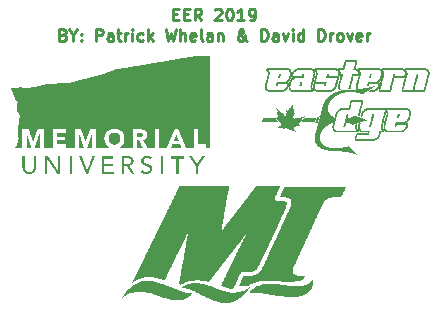
<source format=gto>
G04 #@! TF.GenerationSoftware,KiCad,Pcbnew,(5.0.1)-3*
G04 #@! TF.CreationDate,2019-01-26T22:36:32-03:30*
G04 #@! TF.ProjectId,Battery Pack Side 2,42617474657279205061636B20536964,rev?*
G04 #@! TF.SameCoordinates,Original*
G04 #@! TF.FileFunction,Legend,Top*
G04 #@! TF.FilePolarity,Positive*
%FSLAX46Y46*%
G04 Gerber Fmt 4.6, Leading zero omitted, Abs format (unit mm)*
G04 Created by KiCad (PCBNEW (5.0.1)-3) date 2019-01-26 10:36:32 PM*
%MOMM*%
%LPD*%
G01*
G04 APERTURE LIST*
%ADD10C,0.250000*%
%ADD11C,0.100000*%
G04 APERTURE END LIST*
D10*
X96115619Y-98621571D02*
X96448952Y-98621571D01*
X96591809Y-99145380D02*
X96115619Y-99145380D01*
X96115619Y-98145380D01*
X96591809Y-98145380D01*
X97020380Y-98621571D02*
X97353714Y-98621571D01*
X97496571Y-99145380D02*
X97020380Y-99145380D01*
X97020380Y-98145380D01*
X97496571Y-98145380D01*
X98496571Y-99145380D02*
X98163238Y-98669190D01*
X97925142Y-99145380D02*
X97925142Y-98145380D01*
X98306095Y-98145380D01*
X98401333Y-98193000D01*
X98448952Y-98240619D01*
X98496571Y-98335857D01*
X98496571Y-98478714D01*
X98448952Y-98573952D01*
X98401333Y-98621571D01*
X98306095Y-98669190D01*
X97925142Y-98669190D01*
X99639428Y-98240619D02*
X99687047Y-98193000D01*
X99782285Y-98145380D01*
X100020380Y-98145380D01*
X100115619Y-98193000D01*
X100163238Y-98240619D01*
X100210857Y-98335857D01*
X100210857Y-98431095D01*
X100163238Y-98573952D01*
X99591809Y-99145380D01*
X100210857Y-99145380D01*
X100829904Y-98145380D02*
X100925142Y-98145380D01*
X101020380Y-98193000D01*
X101068000Y-98240619D01*
X101115619Y-98335857D01*
X101163238Y-98526333D01*
X101163238Y-98764428D01*
X101115619Y-98954904D01*
X101068000Y-99050142D01*
X101020380Y-99097761D01*
X100925142Y-99145380D01*
X100829904Y-99145380D01*
X100734666Y-99097761D01*
X100687047Y-99050142D01*
X100639428Y-98954904D01*
X100591809Y-98764428D01*
X100591809Y-98526333D01*
X100639428Y-98335857D01*
X100687047Y-98240619D01*
X100734666Y-98193000D01*
X100829904Y-98145380D01*
X102115619Y-99145380D02*
X101544190Y-99145380D01*
X101829904Y-99145380D02*
X101829904Y-98145380D01*
X101734666Y-98288238D01*
X101639428Y-98383476D01*
X101544190Y-98431095D01*
X102591809Y-99145380D02*
X102782285Y-99145380D01*
X102877523Y-99097761D01*
X102925142Y-99050142D01*
X103020380Y-98907285D01*
X103068000Y-98716809D01*
X103068000Y-98335857D01*
X103020380Y-98240619D01*
X102972761Y-98193000D01*
X102877523Y-98145380D01*
X102687047Y-98145380D01*
X102591809Y-98193000D01*
X102544190Y-98240619D01*
X102496571Y-98335857D01*
X102496571Y-98573952D01*
X102544190Y-98669190D01*
X102591809Y-98716809D01*
X102687047Y-98764428D01*
X102877523Y-98764428D01*
X102972761Y-98716809D01*
X103020380Y-98669190D01*
X103068000Y-98573952D01*
X86806095Y-100371571D02*
X86948952Y-100419190D01*
X86996571Y-100466809D01*
X87044190Y-100562047D01*
X87044190Y-100704904D01*
X86996571Y-100800142D01*
X86948952Y-100847761D01*
X86853714Y-100895380D01*
X86472761Y-100895380D01*
X86472761Y-99895380D01*
X86806095Y-99895380D01*
X86901333Y-99943000D01*
X86948952Y-99990619D01*
X86996571Y-100085857D01*
X86996571Y-100181095D01*
X86948952Y-100276333D01*
X86901333Y-100323952D01*
X86806095Y-100371571D01*
X86472761Y-100371571D01*
X87663238Y-100419190D02*
X87663238Y-100895380D01*
X87329904Y-99895380D02*
X87663238Y-100419190D01*
X87996571Y-99895380D01*
X88329904Y-100800142D02*
X88377523Y-100847761D01*
X88329904Y-100895380D01*
X88282285Y-100847761D01*
X88329904Y-100800142D01*
X88329904Y-100895380D01*
X88329904Y-100276333D02*
X88377523Y-100323952D01*
X88329904Y-100371571D01*
X88282285Y-100323952D01*
X88329904Y-100276333D01*
X88329904Y-100371571D01*
X89567999Y-100895380D02*
X89567999Y-99895380D01*
X89948952Y-99895380D01*
X90044190Y-99943000D01*
X90091809Y-99990619D01*
X90139428Y-100085857D01*
X90139428Y-100228714D01*
X90091809Y-100323952D01*
X90044190Y-100371571D01*
X89948952Y-100419190D01*
X89567999Y-100419190D01*
X90996571Y-100895380D02*
X90996571Y-100371571D01*
X90948952Y-100276333D01*
X90853714Y-100228714D01*
X90663238Y-100228714D01*
X90567999Y-100276333D01*
X90996571Y-100847761D02*
X90901333Y-100895380D01*
X90663238Y-100895380D01*
X90567999Y-100847761D01*
X90520380Y-100752523D01*
X90520380Y-100657285D01*
X90567999Y-100562047D01*
X90663238Y-100514428D01*
X90901333Y-100514428D01*
X90996571Y-100466809D01*
X91329904Y-100228714D02*
X91710857Y-100228714D01*
X91472761Y-99895380D02*
X91472761Y-100752523D01*
X91520380Y-100847761D01*
X91615619Y-100895380D01*
X91710857Y-100895380D01*
X92044190Y-100895380D02*
X92044190Y-100228714D01*
X92044190Y-100419190D02*
X92091809Y-100323952D01*
X92139428Y-100276333D01*
X92234666Y-100228714D01*
X92329904Y-100228714D01*
X92663238Y-100895380D02*
X92663238Y-100228714D01*
X92663238Y-99895380D02*
X92615619Y-99943000D01*
X92663238Y-99990619D01*
X92710857Y-99943000D01*
X92663238Y-99895380D01*
X92663238Y-99990619D01*
X93567999Y-100847761D02*
X93472761Y-100895380D01*
X93282285Y-100895380D01*
X93187047Y-100847761D01*
X93139428Y-100800142D01*
X93091809Y-100704904D01*
X93091809Y-100419190D01*
X93139428Y-100323952D01*
X93187047Y-100276333D01*
X93282285Y-100228714D01*
X93472761Y-100228714D01*
X93567999Y-100276333D01*
X93996571Y-100895380D02*
X93996571Y-99895380D01*
X94091809Y-100514428D02*
X94377523Y-100895380D01*
X94377523Y-100228714D02*
X93996571Y-100609666D01*
X95472761Y-99895380D02*
X95710857Y-100895380D01*
X95901333Y-100181095D01*
X96091809Y-100895380D01*
X96329904Y-99895380D01*
X96710857Y-100895380D02*
X96710857Y-99895380D01*
X97139428Y-100895380D02*
X97139428Y-100371571D01*
X97091809Y-100276333D01*
X96996571Y-100228714D01*
X96853714Y-100228714D01*
X96758476Y-100276333D01*
X96710857Y-100323952D01*
X97996571Y-100847761D02*
X97901333Y-100895380D01*
X97710857Y-100895380D01*
X97615619Y-100847761D01*
X97567999Y-100752523D01*
X97567999Y-100371571D01*
X97615619Y-100276333D01*
X97710857Y-100228714D01*
X97901333Y-100228714D01*
X97996571Y-100276333D01*
X98044190Y-100371571D01*
X98044190Y-100466809D01*
X97567999Y-100562047D01*
X98615619Y-100895380D02*
X98520380Y-100847761D01*
X98472761Y-100752523D01*
X98472761Y-99895380D01*
X99425142Y-100895380D02*
X99425142Y-100371571D01*
X99377523Y-100276333D01*
X99282285Y-100228714D01*
X99091809Y-100228714D01*
X98996571Y-100276333D01*
X99425142Y-100847761D02*
X99329904Y-100895380D01*
X99091809Y-100895380D01*
X98996571Y-100847761D01*
X98948952Y-100752523D01*
X98948952Y-100657285D01*
X98996571Y-100562047D01*
X99091809Y-100514428D01*
X99329904Y-100514428D01*
X99425142Y-100466809D01*
X99901333Y-100228714D02*
X99901333Y-100895380D01*
X99901333Y-100323952D02*
X99948952Y-100276333D01*
X100044190Y-100228714D01*
X100187047Y-100228714D01*
X100282285Y-100276333D01*
X100329904Y-100371571D01*
X100329904Y-100895380D01*
X102377523Y-100895380D02*
X102329904Y-100895380D01*
X102234666Y-100847761D01*
X102091809Y-100704904D01*
X101853714Y-100419190D01*
X101758476Y-100276333D01*
X101710857Y-100133476D01*
X101710857Y-100038238D01*
X101758476Y-99943000D01*
X101853714Y-99895380D01*
X101901333Y-99895380D01*
X101996571Y-99943000D01*
X102044190Y-100038238D01*
X102044190Y-100085857D01*
X101996571Y-100181095D01*
X101948952Y-100228714D01*
X101663238Y-100419190D01*
X101615619Y-100466809D01*
X101567999Y-100562047D01*
X101567999Y-100704904D01*
X101615619Y-100800142D01*
X101663238Y-100847761D01*
X101758476Y-100895380D01*
X101901333Y-100895380D01*
X101996571Y-100847761D01*
X102044190Y-100800142D01*
X102187047Y-100609666D01*
X102234666Y-100466809D01*
X102234666Y-100371571D01*
X103568000Y-100895380D02*
X103568000Y-99895380D01*
X103806095Y-99895380D01*
X103948952Y-99943000D01*
X104044190Y-100038238D01*
X104091809Y-100133476D01*
X104139428Y-100323952D01*
X104139428Y-100466809D01*
X104091809Y-100657285D01*
X104044190Y-100752523D01*
X103948952Y-100847761D01*
X103806095Y-100895380D01*
X103568000Y-100895380D01*
X104996571Y-100895380D02*
X104996571Y-100371571D01*
X104948952Y-100276333D01*
X104853714Y-100228714D01*
X104663238Y-100228714D01*
X104568000Y-100276333D01*
X104996571Y-100847761D02*
X104901333Y-100895380D01*
X104663238Y-100895380D01*
X104568000Y-100847761D01*
X104520380Y-100752523D01*
X104520380Y-100657285D01*
X104568000Y-100562047D01*
X104663238Y-100514428D01*
X104901333Y-100514428D01*
X104996571Y-100466809D01*
X105377523Y-100228714D02*
X105615619Y-100895380D01*
X105853714Y-100228714D01*
X106234666Y-100895380D02*
X106234666Y-100228714D01*
X106234666Y-99895380D02*
X106187047Y-99943000D01*
X106234666Y-99990619D01*
X106282285Y-99943000D01*
X106234666Y-99895380D01*
X106234666Y-99990619D01*
X107139428Y-100895380D02*
X107139428Y-99895380D01*
X107139428Y-100847761D02*
X107044190Y-100895380D01*
X106853714Y-100895380D01*
X106758476Y-100847761D01*
X106710857Y-100800142D01*
X106663238Y-100704904D01*
X106663238Y-100419190D01*
X106710857Y-100323952D01*
X106758476Y-100276333D01*
X106853714Y-100228714D01*
X107044190Y-100228714D01*
X107139428Y-100276333D01*
X108377523Y-100895380D02*
X108377523Y-99895380D01*
X108615619Y-99895380D01*
X108758476Y-99943000D01*
X108853714Y-100038238D01*
X108901333Y-100133476D01*
X108948952Y-100323952D01*
X108948952Y-100466809D01*
X108901333Y-100657285D01*
X108853714Y-100752523D01*
X108758476Y-100847761D01*
X108615619Y-100895380D01*
X108377523Y-100895380D01*
X109377523Y-100895380D02*
X109377523Y-100228714D01*
X109377523Y-100419190D02*
X109425142Y-100323952D01*
X109472761Y-100276333D01*
X109567999Y-100228714D01*
X109663238Y-100228714D01*
X110139428Y-100895380D02*
X110044190Y-100847761D01*
X109996571Y-100800142D01*
X109948952Y-100704904D01*
X109948952Y-100419190D01*
X109996571Y-100323952D01*
X110044190Y-100276333D01*
X110139428Y-100228714D01*
X110282285Y-100228714D01*
X110377523Y-100276333D01*
X110425142Y-100323952D01*
X110472761Y-100419190D01*
X110472761Y-100704904D01*
X110425142Y-100800142D01*
X110377523Y-100847761D01*
X110282285Y-100895380D01*
X110139428Y-100895380D01*
X110806095Y-100228714D02*
X111044190Y-100895380D01*
X111282285Y-100228714D01*
X112044190Y-100847761D02*
X111948952Y-100895380D01*
X111758476Y-100895380D01*
X111663238Y-100847761D01*
X111615619Y-100752523D01*
X111615619Y-100371571D01*
X111663238Y-100276333D01*
X111758476Y-100228714D01*
X111948952Y-100228714D01*
X112044190Y-100276333D01*
X112091809Y-100371571D01*
X112091809Y-100466809D01*
X111615619Y-100562047D01*
X112520380Y-100895380D02*
X112520380Y-100228714D01*
X112520380Y-100419190D02*
X112567999Y-100323952D01*
X112615619Y-100276333D01*
X112710857Y-100228714D01*
X112806095Y-100228714D01*
D11*
G04 #@! TO.C,U$12*
G36*
X110729500Y-102530500D02*
X111604500Y-102530500D01*
X111604500Y-102505500D01*
X110729500Y-102505500D01*
X110729500Y-102530500D01*
G37*
G36*
X110679500Y-102555500D02*
X111654500Y-102555500D01*
X111654500Y-102530500D01*
X110679500Y-102530500D01*
X110679500Y-102555500D01*
G37*
G36*
X110654500Y-102580500D02*
X111679500Y-102580500D01*
X111679500Y-102555500D01*
X110654500Y-102555500D01*
X110654500Y-102580500D01*
G37*
G36*
X110629500Y-102605500D02*
X111679500Y-102605500D01*
X111679500Y-102580500D01*
X110629500Y-102580500D01*
X110629500Y-102605500D01*
G37*
G36*
X110629500Y-102630500D02*
X111679500Y-102630500D01*
X111679500Y-102605500D01*
X110629500Y-102605500D01*
X110629500Y-102630500D01*
G37*
G36*
X110629500Y-102655500D02*
X111704500Y-102655500D01*
X111704500Y-102630500D01*
X110629500Y-102630500D01*
X110629500Y-102655500D01*
G37*
G36*
X111554500Y-102680500D02*
X111704500Y-102680500D01*
X111704500Y-102655500D01*
X111554500Y-102655500D01*
X111554500Y-102680500D01*
G37*
G36*
X110604500Y-102680500D02*
X110779500Y-102680500D01*
X110779500Y-102655500D01*
X110604500Y-102655500D01*
X110604500Y-102680500D01*
G37*
G36*
X111554500Y-102705500D02*
X111704500Y-102705500D01*
X111704500Y-102680500D01*
X111554500Y-102680500D01*
X111554500Y-102705500D01*
G37*
G36*
X110604500Y-102705500D02*
X110779500Y-102705500D01*
X110779500Y-102680500D01*
X110604500Y-102680500D01*
X110604500Y-102705500D01*
G37*
G36*
X111529500Y-102730500D02*
X111704500Y-102730500D01*
X111704500Y-102705500D01*
X111529500Y-102705500D01*
X111529500Y-102730500D01*
G37*
G36*
X110604500Y-102730500D02*
X110754500Y-102730500D01*
X110754500Y-102705500D01*
X110604500Y-102705500D01*
X110604500Y-102730500D01*
G37*
G36*
X111529500Y-102755500D02*
X111679500Y-102755500D01*
X111679500Y-102730500D01*
X111529500Y-102730500D01*
X111529500Y-102755500D01*
G37*
G36*
X110604500Y-102755500D02*
X110754500Y-102755500D01*
X110754500Y-102730500D01*
X110604500Y-102730500D01*
X110604500Y-102755500D01*
G37*
G36*
X111529500Y-102780500D02*
X111679500Y-102780500D01*
X111679500Y-102755500D01*
X111529500Y-102755500D01*
X111529500Y-102780500D01*
G37*
G36*
X110579500Y-102780500D02*
X110754500Y-102780500D01*
X110754500Y-102755500D01*
X110579500Y-102755500D01*
X110579500Y-102780500D01*
G37*
G36*
X111529500Y-102805500D02*
X111679500Y-102805500D01*
X111679500Y-102780500D01*
X111529500Y-102780500D01*
X111529500Y-102805500D01*
G37*
G36*
X110579500Y-102805500D02*
X110754500Y-102805500D01*
X110754500Y-102780500D01*
X110579500Y-102780500D01*
X110579500Y-102805500D01*
G37*
G36*
X111504500Y-102830500D02*
X111679500Y-102830500D01*
X111679500Y-102805500D01*
X111504500Y-102805500D01*
X111504500Y-102830500D01*
G37*
G36*
X110579500Y-102830500D02*
X110729500Y-102830500D01*
X110729500Y-102805500D01*
X110579500Y-102805500D01*
X110579500Y-102830500D01*
G37*
G36*
X111504500Y-102855500D02*
X111654500Y-102855500D01*
X111654500Y-102830500D01*
X111504500Y-102830500D01*
X111504500Y-102855500D01*
G37*
G36*
X110579500Y-102855500D02*
X110729500Y-102855500D01*
X110729500Y-102830500D01*
X110579500Y-102830500D01*
X110579500Y-102855500D01*
G37*
G36*
X111504500Y-102880500D02*
X111654500Y-102880500D01*
X111654500Y-102855500D01*
X111504500Y-102855500D01*
X111504500Y-102880500D01*
G37*
G36*
X110554500Y-102880500D02*
X110729500Y-102880500D01*
X110729500Y-102855500D01*
X110554500Y-102855500D01*
X110554500Y-102880500D01*
G37*
G36*
X111479500Y-102905500D02*
X111654500Y-102905500D01*
X111654500Y-102880500D01*
X111479500Y-102880500D01*
X111479500Y-102905500D01*
G37*
G36*
X110554500Y-102905500D02*
X110729500Y-102905500D01*
X110729500Y-102880500D01*
X110554500Y-102880500D01*
X110554500Y-102905500D01*
G37*
G36*
X111479500Y-102930500D02*
X111654500Y-102930500D01*
X111654500Y-102905500D01*
X111479500Y-102905500D01*
X111479500Y-102930500D01*
G37*
G36*
X110554500Y-102930500D02*
X110704500Y-102930500D01*
X110704500Y-102905500D01*
X110554500Y-102905500D01*
X110554500Y-102930500D01*
G37*
G36*
X111479500Y-102955500D02*
X111629500Y-102955500D01*
X111629500Y-102930500D01*
X111479500Y-102930500D01*
X111479500Y-102955500D01*
G37*
G36*
X110554500Y-102955500D02*
X110704500Y-102955500D01*
X110704500Y-102930500D01*
X110554500Y-102930500D01*
X110554500Y-102955500D01*
G37*
G36*
X111479500Y-102980500D02*
X111629500Y-102980500D01*
X111629500Y-102955500D01*
X111479500Y-102955500D01*
X111479500Y-102980500D01*
G37*
G36*
X110529500Y-102980500D02*
X110704500Y-102980500D01*
X110704500Y-102955500D01*
X110529500Y-102955500D01*
X110529500Y-102980500D01*
G37*
G36*
X111454500Y-103005500D02*
X111629500Y-103005500D01*
X111629500Y-102980500D01*
X111454500Y-102980500D01*
X111454500Y-103005500D01*
G37*
G36*
X110529500Y-103005500D02*
X110679500Y-103005500D01*
X110679500Y-102980500D01*
X110529500Y-102980500D01*
X110529500Y-103005500D01*
G37*
G36*
X111454500Y-103030500D02*
X111629500Y-103030500D01*
X111629500Y-103005500D01*
X111454500Y-103005500D01*
X111454500Y-103030500D01*
G37*
G36*
X110529500Y-103030500D02*
X110679500Y-103030500D01*
X110679500Y-103005500D01*
X110529500Y-103005500D01*
X110529500Y-103030500D01*
G37*
G36*
X111454500Y-103055500D02*
X111604500Y-103055500D01*
X111604500Y-103030500D01*
X111454500Y-103030500D01*
X111454500Y-103055500D01*
G37*
G36*
X110504500Y-103055500D02*
X110679500Y-103055500D01*
X110679500Y-103030500D01*
X110504500Y-103030500D01*
X110504500Y-103055500D01*
G37*
G36*
X111454500Y-103080500D02*
X111604500Y-103080500D01*
X111604500Y-103055500D01*
X111454500Y-103055500D01*
X111454500Y-103080500D01*
G37*
G36*
X110504500Y-103080500D02*
X110679500Y-103080500D01*
X110679500Y-103055500D01*
X110504500Y-103055500D01*
X110504500Y-103080500D01*
G37*
G36*
X111429500Y-103105500D02*
X111604500Y-103105500D01*
X111604500Y-103080500D01*
X111429500Y-103080500D01*
X111429500Y-103105500D01*
G37*
G36*
X110504500Y-103105500D02*
X110654500Y-103105500D01*
X110654500Y-103080500D01*
X110504500Y-103080500D01*
X110504500Y-103105500D01*
G37*
G36*
X111429500Y-103130500D02*
X111604500Y-103130500D01*
X111604500Y-103105500D01*
X111429500Y-103105500D01*
X111429500Y-103130500D01*
G37*
G36*
X110504500Y-103130500D02*
X110654500Y-103130500D01*
X110654500Y-103105500D01*
X110504500Y-103105500D01*
X110504500Y-103130500D01*
G37*
G36*
X111429500Y-103155500D02*
X111579500Y-103155500D01*
X111579500Y-103130500D01*
X111429500Y-103130500D01*
X111429500Y-103155500D01*
G37*
G36*
X110479500Y-103155500D02*
X110654500Y-103155500D01*
X110654500Y-103130500D01*
X110479500Y-103130500D01*
X110479500Y-103155500D01*
G37*
G36*
X111404500Y-103180500D02*
X111579500Y-103180500D01*
X111579500Y-103155500D01*
X111404500Y-103155500D01*
X111404500Y-103180500D01*
G37*
G36*
X110479500Y-103180500D02*
X110654500Y-103180500D01*
X110654500Y-103155500D01*
X110479500Y-103155500D01*
X110479500Y-103180500D01*
G37*
G36*
X111404500Y-103205500D02*
X111579500Y-103205500D01*
X111579500Y-103180500D01*
X111404500Y-103180500D01*
X111404500Y-103205500D01*
G37*
G36*
X110479500Y-103205500D02*
X110629500Y-103205500D01*
X110629500Y-103180500D01*
X110479500Y-103180500D01*
X110479500Y-103205500D01*
G37*
G36*
X115704500Y-103230500D02*
X117554500Y-103230500D01*
X117554500Y-103205500D01*
X115704500Y-103205500D01*
X115704500Y-103230500D01*
G37*
G36*
X113754500Y-103230500D02*
X115604500Y-103230500D01*
X115604500Y-103205500D01*
X113754500Y-103205500D01*
X113754500Y-103230500D01*
G37*
G36*
X111754500Y-103230500D02*
X113604500Y-103230500D01*
X113604500Y-103205500D01*
X111754500Y-103205500D01*
X111754500Y-103230500D01*
G37*
G36*
X111404500Y-103230500D02*
X111629500Y-103230500D01*
X111629500Y-103205500D01*
X111404500Y-103205500D01*
X111404500Y-103230500D01*
G37*
G36*
X110079500Y-103230500D02*
X110629500Y-103230500D01*
X110629500Y-103205500D01*
X110079500Y-103205500D01*
X110079500Y-103230500D01*
G37*
G36*
X108104500Y-103230500D02*
X109954500Y-103230500D01*
X109954500Y-103205500D01*
X108104500Y-103205500D01*
X108104500Y-103230500D01*
G37*
G36*
X106604500Y-103230500D02*
X107854500Y-103230500D01*
X107854500Y-103205500D01*
X106604500Y-103205500D01*
X106604500Y-103230500D01*
G37*
G36*
X104054500Y-103230500D02*
X105904500Y-103230500D01*
X105904500Y-103205500D01*
X104054500Y-103205500D01*
X104054500Y-103230500D01*
G37*
G36*
X113729500Y-103255500D02*
X117604500Y-103255500D01*
X117604500Y-103230500D01*
X113729500Y-103230500D01*
X113729500Y-103255500D01*
G37*
G36*
X111404500Y-103255500D02*
X113679500Y-103255500D01*
X113679500Y-103230500D01*
X111404500Y-103230500D01*
X111404500Y-103255500D01*
G37*
G36*
X108079500Y-103255500D02*
X110629500Y-103255500D01*
X110629500Y-103230500D01*
X108079500Y-103230500D01*
X108079500Y-103255500D01*
G37*
G36*
X106529500Y-103255500D02*
X107929500Y-103255500D01*
X107929500Y-103230500D01*
X106529500Y-103230500D01*
X106529500Y-103255500D01*
G37*
G36*
X104029500Y-103255500D02*
X105979500Y-103255500D01*
X105979500Y-103230500D01*
X104029500Y-103230500D01*
X104029500Y-103255500D01*
G37*
G36*
X111379500Y-103280500D02*
X117654500Y-103280500D01*
X117654500Y-103255500D01*
X111379500Y-103255500D01*
X111379500Y-103280500D01*
G37*
G36*
X108079500Y-103280500D02*
X110604500Y-103280500D01*
X110604500Y-103255500D01*
X108079500Y-103255500D01*
X108079500Y-103280500D01*
G37*
G36*
X106479500Y-103280500D02*
X107979500Y-103280500D01*
X107979500Y-103255500D01*
X106479500Y-103255500D01*
X106479500Y-103280500D01*
G37*
G36*
X104004500Y-103280500D02*
X106004500Y-103280500D01*
X106004500Y-103255500D01*
X104004500Y-103255500D01*
X104004500Y-103280500D01*
G37*
G36*
X111379500Y-103305500D02*
X117679500Y-103305500D01*
X117679500Y-103280500D01*
X111379500Y-103280500D01*
X111379500Y-103305500D01*
G37*
G36*
X108054500Y-103305500D02*
X110604500Y-103305500D01*
X110604500Y-103280500D01*
X108054500Y-103280500D01*
X108054500Y-103305500D01*
G37*
G36*
X106429500Y-103305500D02*
X108029500Y-103305500D01*
X108029500Y-103280500D01*
X106429500Y-103280500D01*
X106429500Y-103305500D01*
G37*
G36*
X104004500Y-103305500D02*
X106054500Y-103305500D01*
X106054500Y-103280500D01*
X104004500Y-103280500D01*
X104004500Y-103305500D01*
G37*
G36*
X111379500Y-103330500D02*
X117704500Y-103330500D01*
X117704500Y-103305500D01*
X111379500Y-103305500D01*
X111379500Y-103330500D01*
G37*
G36*
X106404500Y-103330500D02*
X110604500Y-103330500D01*
X110604500Y-103305500D01*
X106404500Y-103305500D01*
X106404500Y-103330500D01*
G37*
G36*
X104004500Y-103330500D02*
X106079500Y-103330500D01*
X106079500Y-103305500D01*
X104004500Y-103305500D01*
X104004500Y-103330500D01*
G37*
G36*
X111379500Y-103355500D02*
X117729500Y-103355500D01*
X117729500Y-103330500D01*
X111379500Y-103330500D01*
X111379500Y-103355500D01*
G37*
G36*
X106354500Y-103355500D02*
X110604500Y-103355500D01*
X110604500Y-103330500D01*
X106354500Y-103330500D01*
X106354500Y-103355500D01*
G37*
G36*
X104004500Y-103355500D02*
X106079500Y-103355500D01*
X106079500Y-103330500D01*
X104004500Y-103330500D01*
X104004500Y-103355500D01*
G37*
G36*
X117479500Y-103380500D02*
X117754500Y-103380500D01*
X117754500Y-103355500D01*
X117479500Y-103355500D01*
X117479500Y-103380500D01*
G37*
G36*
X115504500Y-103380500D02*
X115829500Y-103380500D01*
X115829500Y-103355500D01*
X115504500Y-103355500D01*
X115504500Y-103380500D01*
G37*
G36*
X113529500Y-103380500D02*
X113854500Y-103380500D01*
X113854500Y-103355500D01*
X113529500Y-103355500D01*
X113529500Y-103380500D01*
G37*
G36*
X111554500Y-103380500D02*
X111879500Y-103380500D01*
X111879500Y-103355500D01*
X111554500Y-103355500D01*
X111554500Y-103380500D01*
G37*
G36*
X109879500Y-103380500D02*
X110179500Y-103380500D01*
X110179500Y-103355500D01*
X109879500Y-103355500D01*
X109879500Y-103380500D01*
G37*
G36*
X107804500Y-103380500D02*
X108229500Y-103380500D01*
X108229500Y-103355500D01*
X107804500Y-103355500D01*
X107804500Y-103380500D01*
G37*
G36*
X106329500Y-103380500D02*
X106679500Y-103380500D01*
X106679500Y-103355500D01*
X106329500Y-103355500D01*
X106329500Y-103380500D01*
G37*
G36*
X105829500Y-103380500D02*
X106104500Y-103380500D01*
X106104500Y-103355500D01*
X105829500Y-103355500D01*
X105829500Y-103380500D01*
G37*
G36*
X104004500Y-103380500D02*
X104154500Y-103380500D01*
X104154500Y-103355500D01*
X104004500Y-103355500D01*
X104004500Y-103380500D01*
G37*
G36*
X117529500Y-103405500D02*
X117779500Y-103405500D01*
X117779500Y-103380500D01*
X117529500Y-103380500D01*
X117529500Y-103405500D01*
G37*
G36*
X115579500Y-103405500D02*
X115854500Y-103405500D01*
X115854500Y-103380500D01*
X115579500Y-103380500D01*
X115579500Y-103405500D01*
G37*
G36*
X113604500Y-103405500D02*
X113904500Y-103405500D01*
X113904500Y-103380500D01*
X113604500Y-103380500D01*
X113604500Y-103405500D01*
G37*
G36*
X111629500Y-103405500D02*
X111904500Y-103405500D01*
X111904500Y-103380500D01*
X111629500Y-103380500D01*
X111629500Y-103405500D01*
G37*
G36*
X109929500Y-103405500D02*
X110204500Y-103405500D01*
X110204500Y-103380500D01*
X109929500Y-103380500D01*
X109929500Y-103405500D01*
G37*
G36*
X107854500Y-103405500D02*
X108254500Y-103405500D01*
X108254500Y-103380500D01*
X107854500Y-103380500D01*
X107854500Y-103405500D01*
G37*
G36*
X106304500Y-103405500D02*
X106604500Y-103405500D01*
X106604500Y-103380500D01*
X106304500Y-103380500D01*
X106304500Y-103405500D01*
G37*
G36*
X105879500Y-103405500D02*
X106104500Y-103405500D01*
X106104500Y-103380500D01*
X105879500Y-103380500D01*
X105879500Y-103405500D01*
G37*
G36*
X104004500Y-103405500D02*
X104204500Y-103405500D01*
X104204500Y-103380500D01*
X104004500Y-103380500D01*
X104004500Y-103405500D01*
G37*
G36*
X117554500Y-103430500D02*
X117779500Y-103430500D01*
X117779500Y-103405500D01*
X117554500Y-103405500D01*
X117554500Y-103430500D01*
G37*
G36*
X115604500Y-103430500D02*
X115879500Y-103430500D01*
X115879500Y-103405500D01*
X115604500Y-103405500D01*
X115604500Y-103430500D01*
G37*
G36*
X113629500Y-103430500D02*
X113929500Y-103430500D01*
X113929500Y-103405500D01*
X113629500Y-103405500D01*
X113629500Y-103430500D01*
G37*
G36*
X111654500Y-103430500D02*
X111929500Y-103430500D01*
X111929500Y-103405500D01*
X111654500Y-103405500D01*
X111654500Y-103430500D01*
G37*
G36*
X109979500Y-103430500D02*
X110229500Y-103430500D01*
X110229500Y-103405500D01*
X109979500Y-103405500D01*
X109979500Y-103430500D01*
G37*
G36*
X107904500Y-103430500D02*
X108279500Y-103430500D01*
X108279500Y-103405500D01*
X107904500Y-103405500D01*
X107904500Y-103430500D01*
G37*
G36*
X106279500Y-103430500D02*
X106554500Y-103430500D01*
X106554500Y-103405500D01*
X106279500Y-103405500D01*
X106279500Y-103430500D01*
G37*
G36*
X105929500Y-103430500D02*
X106129500Y-103430500D01*
X106129500Y-103405500D01*
X105929500Y-103405500D01*
X105929500Y-103430500D01*
G37*
G36*
X104004500Y-103430500D02*
X104204500Y-103430500D01*
X104204500Y-103405500D01*
X104004500Y-103405500D01*
X104004500Y-103430500D01*
G37*
G36*
X117604500Y-103455500D02*
X117804500Y-103455500D01*
X117804500Y-103430500D01*
X117604500Y-103430500D01*
X117604500Y-103455500D01*
G37*
G36*
X115629500Y-103455500D02*
X115879500Y-103455500D01*
X115879500Y-103430500D01*
X115629500Y-103430500D01*
X115629500Y-103455500D01*
G37*
G36*
X113654500Y-103455500D02*
X113929500Y-103455500D01*
X113929500Y-103430500D01*
X113654500Y-103430500D01*
X113654500Y-103455500D01*
G37*
G36*
X111679500Y-103455500D02*
X111929500Y-103455500D01*
X111929500Y-103430500D01*
X111679500Y-103430500D01*
X111679500Y-103455500D01*
G37*
G36*
X110004500Y-103455500D02*
X110254500Y-103455500D01*
X110254500Y-103430500D01*
X110004500Y-103430500D01*
X110004500Y-103455500D01*
G37*
G36*
X107929500Y-103455500D02*
X108304500Y-103455500D01*
X108304500Y-103430500D01*
X107929500Y-103430500D01*
X107929500Y-103455500D01*
G37*
G36*
X106254500Y-103455500D02*
X106504500Y-103455500D01*
X106504500Y-103430500D01*
X106254500Y-103430500D01*
X106254500Y-103455500D01*
G37*
G36*
X105954500Y-103455500D02*
X106129500Y-103455500D01*
X106129500Y-103430500D01*
X105954500Y-103430500D01*
X105954500Y-103455500D01*
G37*
G36*
X104004500Y-103455500D02*
X104229500Y-103455500D01*
X104229500Y-103430500D01*
X104004500Y-103430500D01*
X104004500Y-103455500D01*
G37*
G36*
X117604500Y-103480500D02*
X117804500Y-103480500D01*
X117804500Y-103455500D01*
X117604500Y-103455500D01*
X117604500Y-103480500D01*
G37*
G36*
X115654500Y-103480500D02*
X115904500Y-103480500D01*
X115904500Y-103455500D01*
X115654500Y-103455500D01*
X115654500Y-103480500D01*
G37*
G36*
X113679500Y-103480500D02*
X113954500Y-103480500D01*
X113954500Y-103455500D01*
X113679500Y-103455500D01*
X113679500Y-103480500D01*
G37*
G36*
X111704500Y-103480500D02*
X111954500Y-103480500D01*
X111954500Y-103455500D01*
X111704500Y-103455500D01*
X111704500Y-103480500D01*
G37*
G36*
X110029500Y-103480500D02*
X110254500Y-103480500D01*
X110254500Y-103455500D01*
X110029500Y-103455500D01*
X110029500Y-103480500D01*
G37*
G36*
X107954500Y-103480500D02*
X108304500Y-103480500D01*
X108304500Y-103455500D01*
X107954500Y-103455500D01*
X107954500Y-103480500D01*
G37*
G36*
X106229500Y-103480500D02*
X106479500Y-103480500D01*
X106479500Y-103455500D01*
X106229500Y-103455500D01*
X106229500Y-103480500D01*
G37*
G36*
X105954500Y-103480500D02*
X106129500Y-103480500D01*
X106129500Y-103455500D01*
X105954500Y-103455500D01*
X105954500Y-103480500D01*
G37*
G36*
X104029500Y-103480500D02*
X104254500Y-103480500D01*
X104254500Y-103455500D01*
X104029500Y-103455500D01*
X104029500Y-103480500D01*
G37*
G36*
X117629500Y-103505500D02*
X117804500Y-103505500D01*
X117804500Y-103480500D01*
X117629500Y-103480500D01*
X117629500Y-103505500D01*
G37*
G36*
X115679500Y-103505500D02*
X115904500Y-103505500D01*
X115904500Y-103480500D01*
X115679500Y-103480500D01*
X115679500Y-103505500D01*
G37*
G36*
X113679500Y-103505500D02*
X113954500Y-103505500D01*
X113954500Y-103480500D01*
X113679500Y-103480500D01*
X113679500Y-103505500D01*
G37*
G36*
X111729500Y-103505500D02*
X111954500Y-103505500D01*
X111954500Y-103480500D01*
X111729500Y-103480500D01*
X111729500Y-103505500D01*
G37*
G36*
X110029500Y-103505500D02*
X110279500Y-103505500D01*
X110279500Y-103480500D01*
X110029500Y-103480500D01*
X110029500Y-103505500D01*
G37*
G36*
X107954500Y-103505500D02*
X108329500Y-103505500D01*
X108329500Y-103480500D01*
X107954500Y-103480500D01*
X107954500Y-103505500D01*
G37*
G36*
X106229500Y-103505500D02*
X106454500Y-103505500D01*
X106454500Y-103480500D01*
X106229500Y-103480500D01*
X106229500Y-103505500D01*
G37*
G36*
X105979500Y-103505500D02*
X106154500Y-103505500D01*
X106154500Y-103480500D01*
X105979500Y-103480500D01*
X105979500Y-103505500D01*
G37*
G36*
X104054500Y-103505500D02*
X104254500Y-103505500D01*
X104254500Y-103480500D01*
X104054500Y-103480500D01*
X104054500Y-103505500D01*
G37*
G36*
X117654500Y-103530500D02*
X117804500Y-103530500D01*
X117804500Y-103505500D01*
X117654500Y-103505500D01*
X117654500Y-103530500D01*
G37*
G36*
X115679500Y-103530500D02*
X115929500Y-103530500D01*
X115929500Y-103505500D01*
X115679500Y-103505500D01*
X115679500Y-103530500D01*
G37*
G36*
X113704500Y-103530500D02*
X113954500Y-103530500D01*
X113954500Y-103505500D01*
X113704500Y-103505500D01*
X113704500Y-103530500D01*
G37*
G36*
X111729500Y-103530500D02*
X111979500Y-103530500D01*
X111979500Y-103505500D01*
X111729500Y-103505500D01*
X111729500Y-103530500D01*
G37*
G36*
X110054500Y-103530500D02*
X110279500Y-103530500D01*
X110279500Y-103505500D01*
X110054500Y-103505500D01*
X110054500Y-103530500D01*
G37*
G36*
X107979500Y-103530500D02*
X108329500Y-103530500D01*
X108329500Y-103505500D01*
X107979500Y-103505500D01*
X107979500Y-103530500D01*
G37*
G36*
X106204500Y-103530500D02*
X106404500Y-103530500D01*
X106404500Y-103505500D01*
X106204500Y-103505500D01*
X106204500Y-103530500D01*
G37*
G36*
X105979500Y-103530500D02*
X106154500Y-103530500D01*
X106154500Y-103505500D01*
X105979500Y-103505500D01*
X105979500Y-103530500D01*
G37*
G36*
X104079500Y-103530500D02*
X104254500Y-103530500D01*
X104254500Y-103505500D01*
X104079500Y-103505500D01*
X104079500Y-103530500D01*
G37*
G36*
X117654500Y-103555500D02*
X117829500Y-103555500D01*
X117829500Y-103530500D01*
X117654500Y-103530500D01*
X117654500Y-103555500D01*
G37*
G36*
X115704500Y-103555500D02*
X115929500Y-103555500D01*
X115929500Y-103530500D01*
X115704500Y-103530500D01*
X115704500Y-103555500D01*
G37*
G36*
X113704500Y-103555500D02*
X113979500Y-103555500D01*
X113979500Y-103530500D01*
X113704500Y-103530500D01*
X113704500Y-103555500D01*
G37*
G36*
X111754500Y-103555500D02*
X111979500Y-103555500D01*
X111979500Y-103530500D01*
X111754500Y-103530500D01*
X111754500Y-103555500D01*
G37*
G36*
X110054500Y-103555500D02*
X110304500Y-103555500D01*
X110304500Y-103530500D01*
X110054500Y-103530500D01*
X110054500Y-103555500D01*
G37*
G36*
X108179500Y-103555500D02*
X108329500Y-103555500D01*
X108329500Y-103530500D01*
X108179500Y-103530500D01*
X108179500Y-103555500D01*
G37*
G36*
X107979500Y-103555500D02*
X108154500Y-103555500D01*
X108154500Y-103530500D01*
X107979500Y-103530500D01*
X107979500Y-103555500D01*
G37*
G36*
X106179500Y-103555500D02*
X106379500Y-103555500D01*
X106379500Y-103530500D01*
X106179500Y-103530500D01*
X106179500Y-103555500D01*
G37*
G36*
X106004500Y-103555500D02*
X106154500Y-103555500D01*
X106154500Y-103530500D01*
X106004500Y-103530500D01*
X106004500Y-103555500D01*
G37*
G36*
X104104500Y-103555500D02*
X104279500Y-103555500D01*
X104279500Y-103530500D01*
X104104500Y-103530500D01*
X104104500Y-103555500D01*
G37*
G36*
X117654500Y-103580500D02*
X117829500Y-103580500D01*
X117829500Y-103555500D01*
X117654500Y-103555500D01*
X117654500Y-103580500D01*
G37*
G36*
X115704500Y-103580500D02*
X115929500Y-103580500D01*
X115929500Y-103555500D01*
X115704500Y-103555500D01*
X115704500Y-103580500D01*
G37*
G36*
X113704500Y-103580500D02*
X113979500Y-103580500D01*
X113979500Y-103555500D01*
X113704500Y-103555500D01*
X113704500Y-103580500D01*
G37*
G36*
X111754500Y-103580500D02*
X111979500Y-103580500D01*
X111979500Y-103555500D01*
X111754500Y-103555500D01*
X111754500Y-103580500D01*
G37*
G36*
X110079500Y-103580500D02*
X110304500Y-103580500D01*
X110304500Y-103555500D01*
X110079500Y-103555500D01*
X110079500Y-103580500D01*
G37*
G36*
X108179500Y-103580500D02*
X108329500Y-103580500D01*
X108329500Y-103555500D01*
X108179500Y-103555500D01*
X108179500Y-103580500D01*
G37*
G36*
X107979500Y-103580500D02*
X108154500Y-103580500D01*
X108154500Y-103555500D01*
X107979500Y-103555500D01*
X107979500Y-103580500D01*
G37*
G36*
X106179500Y-103580500D02*
X106379500Y-103580500D01*
X106379500Y-103555500D01*
X106179500Y-103555500D01*
X106179500Y-103580500D01*
G37*
G36*
X106004500Y-103580500D02*
X106154500Y-103580500D01*
X106154500Y-103555500D01*
X106004500Y-103555500D01*
X106004500Y-103580500D01*
G37*
G36*
X104104500Y-103580500D02*
X104279500Y-103580500D01*
X104279500Y-103555500D01*
X104104500Y-103555500D01*
X104104500Y-103580500D01*
G37*
G36*
X117654500Y-103605500D02*
X117829500Y-103605500D01*
X117829500Y-103580500D01*
X117654500Y-103580500D01*
X117654500Y-103605500D01*
G37*
G36*
X115704500Y-103605500D02*
X115929500Y-103605500D01*
X115929500Y-103580500D01*
X115704500Y-103580500D01*
X115704500Y-103605500D01*
G37*
G36*
X113704500Y-103605500D02*
X113979500Y-103605500D01*
X113979500Y-103580500D01*
X113704500Y-103580500D01*
X113704500Y-103605500D01*
G37*
G36*
X111754500Y-103605500D02*
X111979500Y-103605500D01*
X111979500Y-103580500D01*
X111754500Y-103580500D01*
X111754500Y-103605500D01*
G37*
G36*
X110079500Y-103605500D02*
X110304500Y-103605500D01*
X110304500Y-103580500D01*
X110079500Y-103580500D01*
X110079500Y-103605500D01*
G37*
G36*
X108179500Y-103605500D02*
X108354500Y-103605500D01*
X108354500Y-103580500D01*
X108179500Y-103580500D01*
X108179500Y-103605500D01*
G37*
G36*
X108004500Y-103605500D02*
X108154500Y-103605500D01*
X108154500Y-103580500D01*
X108004500Y-103580500D01*
X108004500Y-103605500D01*
G37*
G36*
X106004500Y-103605500D02*
X106354500Y-103605500D01*
X106354500Y-103580500D01*
X106004500Y-103580500D01*
X106004500Y-103605500D01*
G37*
G36*
X104129500Y-103605500D02*
X104279500Y-103605500D01*
X104279500Y-103580500D01*
X104129500Y-103580500D01*
X104129500Y-103605500D01*
G37*
G36*
X117679500Y-103630500D02*
X117829500Y-103630500D01*
X117829500Y-103605500D01*
X117679500Y-103605500D01*
X117679500Y-103630500D01*
G37*
G36*
X115704500Y-103630500D02*
X115954500Y-103630500D01*
X115954500Y-103605500D01*
X115704500Y-103605500D01*
X115704500Y-103630500D01*
G37*
G36*
X113704500Y-103630500D02*
X113979500Y-103630500D01*
X113979500Y-103605500D01*
X113704500Y-103605500D01*
X113704500Y-103630500D01*
G37*
G36*
X111754500Y-103630500D02*
X111979500Y-103630500D01*
X111979500Y-103605500D01*
X111754500Y-103605500D01*
X111754500Y-103630500D01*
G37*
G36*
X110079500Y-103630500D02*
X110304500Y-103630500D01*
X110304500Y-103605500D01*
X110079500Y-103605500D01*
X110079500Y-103630500D01*
G37*
G36*
X108204500Y-103630500D02*
X108354500Y-103630500D01*
X108354500Y-103605500D01*
X108204500Y-103605500D01*
X108204500Y-103630500D01*
G37*
G36*
X108004500Y-103630500D02*
X108154500Y-103630500D01*
X108154500Y-103605500D01*
X108004500Y-103605500D01*
X108004500Y-103630500D01*
G37*
G36*
X106004500Y-103630500D02*
X106329500Y-103630500D01*
X106329500Y-103605500D01*
X106004500Y-103605500D01*
X106004500Y-103630500D01*
G37*
G36*
X104129500Y-103630500D02*
X104279500Y-103630500D01*
X104279500Y-103605500D01*
X104129500Y-103605500D01*
X104129500Y-103630500D01*
G37*
G36*
X117679500Y-103655500D02*
X117829500Y-103655500D01*
X117829500Y-103630500D01*
X117679500Y-103630500D01*
X117679500Y-103655500D01*
G37*
G36*
X115704500Y-103655500D02*
X115954500Y-103655500D01*
X115954500Y-103630500D01*
X115704500Y-103630500D01*
X115704500Y-103655500D01*
G37*
G36*
X113704500Y-103655500D02*
X113979500Y-103655500D01*
X113979500Y-103630500D01*
X113704500Y-103630500D01*
X113704500Y-103655500D01*
G37*
G36*
X111754500Y-103655500D02*
X112004500Y-103655500D01*
X112004500Y-103630500D01*
X111754500Y-103630500D01*
X111754500Y-103655500D01*
G37*
G36*
X110079500Y-103655500D02*
X110304500Y-103655500D01*
X110304500Y-103630500D01*
X110079500Y-103630500D01*
X110079500Y-103655500D01*
G37*
G36*
X108204500Y-103655500D02*
X108354500Y-103655500D01*
X108354500Y-103630500D01*
X108204500Y-103630500D01*
X108204500Y-103655500D01*
G37*
G36*
X108004500Y-103655500D02*
X108154500Y-103655500D01*
X108154500Y-103630500D01*
X108004500Y-103630500D01*
X108004500Y-103655500D01*
G37*
G36*
X106004500Y-103655500D02*
X106329500Y-103655500D01*
X106329500Y-103630500D01*
X106004500Y-103630500D01*
X106004500Y-103655500D01*
G37*
G36*
X104129500Y-103655500D02*
X104279500Y-103655500D01*
X104279500Y-103630500D01*
X104129500Y-103630500D01*
X104129500Y-103655500D01*
G37*
G36*
X117679500Y-103680500D02*
X117829500Y-103680500D01*
X117829500Y-103655500D01*
X117679500Y-103655500D01*
X117679500Y-103680500D01*
G37*
G36*
X115704500Y-103680500D02*
X115954500Y-103680500D01*
X115954500Y-103655500D01*
X115704500Y-103655500D01*
X115704500Y-103680500D01*
G37*
G36*
X113704500Y-103680500D02*
X114004500Y-103680500D01*
X114004500Y-103655500D01*
X113704500Y-103655500D01*
X113704500Y-103680500D01*
G37*
G36*
X111754500Y-103680500D02*
X112004500Y-103680500D01*
X112004500Y-103655500D01*
X111754500Y-103655500D01*
X111754500Y-103680500D01*
G37*
G36*
X110079500Y-103680500D02*
X110304500Y-103680500D01*
X110304500Y-103655500D01*
X110079500Y-103655500D01*
X110079500Y-103680500D01*
G37*
G36*
X108204500Y-103680500D02*
X108354500Y-103680500D01*
X108354500Y-103655500D01*
X108204500Y-103655500D01*
X108204500Y-103680500D01*
G37*
G36*
X108004500Y-103680500D02*
X108154500Y-103680500D01*
X108154500Y-103655500D01*
X108004500Y-103655500D01*
X108004500Y-103680500D01*
G37*
G36*
X106004500Y-103680500D02*
X106304500Y-103680500D01*
X106304500Y-103655500D01*
X106004500Y-103655500D01*
X106004500Y-103680500D01*
G37*
G36*
X104129500Y-103680500D02*
X104279500Y-103680500D01*
X104279500Y-103655500D01*
X104129500Y-103655500D01*
X104129500Y-103680500D01*
G37*
G36*
X117654500Y-103705500D02*
X117829500Y-103705500D01*
X117829500Y-103680500D01*
X117654500Y-103680500D01*
X117654500Y-103705500D01*
G37*
G36*
X116729500Y-103705500D02*
X116904500Y-103705500D01*
X116904500Y-103680500D01*
X116729500Y-103680500D01*
X116729500Y-103705500D01*
G37*
G36*
X115704500Y-103705500D02*
X115954500Y-103705500D01*
X115954500Y-103680500D01*
X115704500Y-103680500D01*
X115704500Y-103705500D01*
G37*
G36*
X114779500Y-103705500D02*
X114929500Y-103705500D01*
X114929500Y-103680500D01*
X114779500Y-103680500D01*
X114779500Y-103705500D01*
G37*
G36*
X113704500Y-103705500D02*
X114004500Y-103705500D01*
X114004500Y-103680500D01*
X113704500Y-103680500D01*
X113704500Y-103705500D01*
G37*
G36*
X112779500Y-103705500D02*
X112929500Y-103705500D01*
X112929500Y-103680500D01*
X112779500Y-103680500D01*
X112779500Y-103705500D01*
G37*
G36*
X111279500Y-103705500D02*
X112004500Y-103705500D01*
X112004500Y-103680500D01*
X111279500Y-103680500D01*
X111279500Y-103705500D01*
G37*
G36*
X110079500Y-103705500D02*
X110479500Y-103705500D01*
X110479500Y-103680500D01*
X110079500Y-103680500D01*
X110079500Y-103705500D01*
G37*
G36*
X109129500Y-103705500D02*
X109304500Y-103705500D01*
X109304500Y-103680500D01*
X109129500Y-103680500D01*
X109129500Y-103705500D01*
G37*
G36*
X108204500Y-103705500D02*
X108354500Y-103705500D01*
X108354500Y-103680500D01*
X108204500Y-103680500D01*
X108204500Y-103705500D01*
G37*
G36*
X108004500Y-103705500D02*
X108154500Y-103705500D01*
X108154500Y-103680500D01*
X108004500Y-103680500D01*
X108004500Y-103705500D01*
G37*
G36*
X107054500Y-103705500D02*
X107229500Y-103705500D01*
X107229500Y-103680500D01*
X107054500Y-103680500D01*
X107054500Y-103705500D01*
G37*
G36*
X106004500Y-103705500D02*
X106304500Y-103705500D01*
X106304500Y-103680500D01*
X106004500Y-103680500D01*
X106004500Y-103705500D01*
G37*
G36*
X105079500Y-103705500D02*
X105229500Y-103705500D01*
X105229500Y-103680500D01*
X105079500Y-103680500D01*
X105079500Y-103705500D01*
G37*
G36*
X104129500Y-103705500D02*
X104279500Y-103705500D01*
X104279500Y-103680500D01*
X104129500Y-103680500D01*
X104129500Y-103705500D01*
G37*
G36*
X117654500Y-103730500D02*
X117829500Y-103730500D01*
X117829500Y-103705500D01*
X117654500Y-103705500D01*
X117654500Y-103730500D01*
G37*
G36*
X116729500Y-103730500D02*
X116904500Y-103730500D01*
X116904500Y-103705500D01*
X116729500Y-103705500D01*
X116729500Y-103730500D01*
G37*
G36*
X115704500Y-103730500D02*
X115954500Y-103730500D01*
X115954500Y-103705500D01*
X115704500Y-103705500D01*
X115704500Y-103730500D01*
G37*
G36*
X114779500Y-103730500D02*
X114929500Y-103730500D01*
X114929500Y-103705500D01*
X114779500Y-103705500D01*
X114779500Y-103730500D01*
G37*
G36*
X113704500Y-103730500D02*
X113979500Y-103730500D01*
X113979500Y-103705500D01*
X113704500Y-103705500D01*
X113704500Y-103730500D01*
G37*
G36*
X112779500Y-103730500D02*
X112954500Y-103730500D01*
X112954500Y-103705500D01*
X112779500Y-103705500D01*
X112779500Y-103730500D01*
G37*
G36*
X111279500Y-103730500D02*
X112004500Y-103730500D01*
X112004500Y-103705500D01*
X111279500Y-103705500D01*
X111279500Y-103730500D01*
G37*
G36*
X110079500Y-103730500D02*
X110479500Y-103730500D01*
X110479500Y-103705500D01*
X110079500Y-103705500D01*
X110079500Y-103730500D01*
G37*
G36*
X109129500Y-103730500D02*
X109304500Y-103730500D01*
X109304500Y-103705500D01*
X109129500Y-103705500D01*
X109129500Y-103730500D01*
G37*
G36*
X108204500Y-103730500D02*
X108354500Y-103730500D01*
X108354500Y-103705500D01*
X108204500Y-103705500D01*
X108204500Y-103730500D01*
G37*
G36*
X108004500Y-103730500D02*
X108154500Y-103730500D01*
X108154500Y-103705500D01*
X108004500Y-103705500D01*
X108004500Y-103730500D01*
G37*
G36*
X107054500Y-103730500D02*
X107229500Y-103730500D01*
X107229500Y-103705500D01*
X107054500Y-103705500D01*
X107054500Y-103730500D01*
G37*
G36*
X106004500Y-103730500D02*
X106304500Y-103730500D01*
X106304500Y-103705500D01*
X106004500Y-103705500D01*
X106004500Y-103730500D01*
G37*
G36*
X105079500Y-103730500D02*
X105229500Y-103730500D01*
X105229500Y-103705500D01*
X105079500Y-103705500D01*
X105079500Y-103730500D01*
G37*
G36*
X104129500Y-103730500D02*
X104279500Y-103730500D01*
X104279500Y-103705500D01*
X104129500Y-103705500D01*
X104129500Y-103730500D01*
G37*
G36*
X117654500Y-103755500D02*
X117829500Y-103755500D01*
X117829500Y-103730500D01*
X117654500Y-103730500D01*
X117654500Y-103755500D01*
G37*
G36*
X116729500Y-103755500D02*
X116879500Y-103755500D01*
X116879500Y-103730500D01*
X116729500Y-103730500D01*
X116729500Y-103755500D01*
G37*
G36*
X115704500Y-103755500D02*
X115954500Y-103755500D01*
X115954500Y-103730500D01*
X115704500Y-103730500D01*
X115704500Y-103755500D01*
G37*
G36*
X114754500Y-103755500D02*
X114929500Y-103755500D01*
X114929500Y-103730500D01*
X114754500Y-103730500D01*
X114754500Y-103755500D01*
G37*
G36*
X113704500Y-103755500D02*
X113979500Y-103755500D01*
X113979500Y-103730500D01*
X113704500Y-103730500D01*
X113704500Y-103755500D01*
G37*
G36*
X112779500Y-103755500D02*
X112929500Y-103755500D01*
X112929500Y-103730500D01*
X112779500Y-103730500D01*
X112779500Y-103755500D01*
G37*
G36*
X111254500Y-103755500D02*
X111979500Y-103755500D01*
X111979500Y-103730500D01*
X111254500Y-103730500D01*
X111254500Y-103755500D01*
G37*
G36*
X110054500Y-103755500D02*
X110479500Y-103755500D01*
X110479500Y-103730500D01*
X110054500Y-103730500D01*
X110054500Y-103755500D01*
G37*
G36*
X109129500Y-103755500D02*
X109304500Y-103755500D01*
X109304500Y-103730500D01*
X109129500Y-103730500D01*
X109129500Y-103755500D01*
G37*
G36*
X108179500Y-103755500D02*
X108354500Y-103755500D01*
X108354500Y-103730500D01*
X108179500Y-103730500D01*
X108179500Y-103755500D01*
G37*
G36*
X107979500Y-103755500D02*
X108129500Y-103755500D01*
X108129500Y-103730500D01*
X107979500Y-103730500D01*
X107979500Y-103755500D01*
G37*
G36*
X107054500Y-103755500D02*
X107229500Y-103755500D01*
X107229500Y-103730500D01*
X107054500Y-103730500D01*
X107054500Y-103755500D01*
G37*
G36*
X106004500Y-103755500D02*
X106279500Y-103755500D01*
X106279500Y-103730500D01*
X106004500Y-103730500D01*
X106004500Y-103755500D01*
G37*
G36*
X105054500Y-103755500D02*
X105229500Y-103755500D01*
X105229500Y-103730500D01*
X105054500Y-103730500D01*
X105054500Y-103755500D01*
G37*
G36*
X104129500Y-103755500D02*
X104279500Y-103755500D01*
X104279500Y-103730500D01*
X104129500Y-103730500D01*
X104129500Y-103755500D01*
G37*
G36*
X117654500Y-103780500D02*
X117804500Y-103780500D01*
X117804500Y-103755500D01*
X117654500Y-103755500D01*
X117654500Y-103780500D01*
G37*
G36*
X116704500Y-103780500D02*
X116879500Y-103780500D01*
X116879500Y-103755500D01*
X116704500Y-103755500D01*
X116704500Y-103780500D01*
G37*
G36*
X115704500Y-103780500D02*
X115929500Y-103780500D01*
X115929500Y-103755500D01*
X115704500Y-103755500D01*
X115704500Y-103780500D01*
G37*
G36*
X114754500Y-103780500D02*
X114929500Y-103780500D01*
X114929500Y-103755500D01*
X114754500Y-103755500D01*
X114754500Y-103780500D01*
G37*
G36*
X113704500Y-103780500D02*
X113979500Y-103780500D01*
X113979500Y-103755500D01*
X113704500Y-103755500D01*
X113704500Y-103780500D01*
G37*
G36*
X112754500Y-103780500D02*
X112929500Y-103780500D01*
X112929500Y-103755500D01*
X112754500Y-103755500D01*
X112754500Y-103780500D01*
G37*
G36*
X111254500Y-103780500D02*
X111979500Y-103780500D01*
X111979500Y-103755500D01*
X111254500Y-103755500D01*
X111254500Y-103780500D01*
G37*
G36*
X110054500Y-103780500D02*
X110479500Y-103780500D01*
X110479500Y-103755500D01*
X110054500Y-103755500D01*
X110054500Y-103780500D01*
G37*
G36*
X109104500Y-103780500D02*
X109279500Y-103780500D01*
X109279500Y-103755500D01*
X109104500Y-103755500D01*
X109104500Y-103780500D01*
G37*
G36*
X108179500Y-103780500D02*
X108329500Y-103780500D01*
X108329500Y-103755500D01*
X108179500Y-103755500D01*
X108179500Y-103780500D01*
G37*
G36*
X107979500Y-103780500D02*
X108129500Y-103780500D01*
X108129500Y-103755500D01*
X107979500Y-103755500D01*
X107979500Y-103780500D01*
G37*
G36*
X107054500Y-103780500D02*
X107229500Y-103780500D01*
X107229500Y-103755500D01*
X107054500Y-103755500D01*
X107054500Y-103780500D01*
G37*
G36*
X105979500Y-103780500D02*
X106279500Y-103780500D01*
X106279500Y-103755500D01*
X105979500Y-103755500D01*
X105979500Y-103780500D01*
G37*
G36*
X105054500Y-103780500D02*
X105229500Y-103780500D01*
X105229500Y-103755500D01*
X105054500Y-103755500D01*
X105054500Y-103780500D01*
G37*
G36*
X104104500Y-103780500D02*
X104279500Y-103780500D01*
X104279500Y-103755500D01*
X104104500Y-103755500D01*
X104104500Y-103780500D01*
G37*
G36*
X117654500Y-103805500D02*
X117804500Y-103805500D01*
X117804500Y-103780500D01*
X117654500Y-103780500D01*
X117654500Y-103805500D01*
G37*
G36*
X116704500Y-103805500D02*
X116879500Y-103805500D01*
X116879500Y-103780500D01*
X116704500Y-103780500D01*
X116704500Y-103805500D01*
G37*
G36*
X115679500Y-103805500D02*
X115929500Y-103805500D01*
X115929500Y-103780500D01*
X115679500Y-103780500D01*
X115679500Y-103805500D01*
G37*
G36*
X114754500Y-103805500D02*
X114929500Y-103805500D01*
X114929500Y-103780500D01*
X114754500Y-103780500D01*
X114754500Y-103805500D01*
G37*
G36*
X113704500Y-103805500D02*
X113979500Y-103805500D01*
X113979500Y-103780500D01*
X113704500Y-103780500D01*
X113704500Y-103805500D01*
G37*
G36*
X112754500Y-103805500D02*
X112929500Y-103805500D01*
X112929500Y-103780500D01*
X112754500Y-103780500D01*
X112754500Y-103805500D01*
G37*
G36*
X111254500Y-103805500D02*
X111979500Y-103805500D01*
X111979500Y-103780500D01*
X111254500Y-103780500D01*
X111254500Y-103805500D01*
G37*
G36*
X110054500Y-103805500D02*
X110479500Y-103805500D01*
X110479500Y-103780500D01*
X110054500Y-103780500D01*
X110054500Y-103805500D01*
G37*
G36*
X109104500Y-103805500D02*
X109279500Y-103805500D01*
X109279500Y-103780500D01*
X109104500Y-103780500D01*
X109104500Y-103805500D01*
G37*
G36*
X108179500Y-103805500D02*
X108329500Y-103805500D01*
X108329500Y-103780500D01*
X108179500Y-103780500D01*
X108179500Y-103805500D01*
G37*
G36*
X107979500Y-103805500D02*
X108129500Y-103805500D01*
X108129500Y-103780500D01*
X107979500Y-103780500D01*
X107979500Y-103805500D01*
G37*
G36*
X107029500Y-103805500D02*
X107204500Y-103805500D01*
X107204500Y-103780500D01*
X107029500Y-103780500D01*
X107029500Y-103805500D01*
G37*
G36*
X105979500Y-103805500D02*
X106279500Y-103805500D01*
X106279500Y-103780500D01*
X105979500Y-103780500D01*
X105979500Y-103805500D01*
G37*
G36*
X105054500Y-103805500D02*
X105204500Y-103805500D01*
X105204500Y-103780500D01*
X105054500Y-103780500D01*
X105054500Y-103805500D01*
G37*
G36*
X104104500Y-103805500D02*
X104279500Y-103805500D01*
X104279500Y-103780500D01*
X104104500Y-103780500D01*
X104104500Y-103805500D01*
G37*
G36*
X117629500Y-103830500D02*
X117804500Y-103830500D01*
X117804500Y-103805500D01*
X117629500Y-103805500D01*
X117629500Y-103830500D01*
G37*
G36*
X116704500Y-103830500D02*
X116854500Y-103830500D01*
X116854500Y-103805500D01*
X116704500Y-103805500D01*
X116704500Y-103830500D01*
G37*
G36*
X115679500Y-103830500D02*
X115929500Y-103830500D01*
X115929500Y-103805500D01*
X115679500Y-103805500D01*
X115679500Y-103830500D01*
G37*
G36*
X114754500Y-103830500D02*
X114904500Y-103830500D01*
X114904500Y-103805500D01*
X114754500Y-103805500D01*
X114754500Y-103830500D01*
G37*
G36*
X113679500Y-103830500D02*
X113979500Y-103830500D01*
X113979500Y-103805500D01*
X113679500Y-103805500D01*
X113679500Y-103830500D01*
G37*
G36*
X112754500Y-103830500D02*
X112904500Y-103830500D01*
X112904500Y-103805500D01*
X112754500Y-103805500D01*
X112754500Y-103830500D01*
G37*
G36*
X111254500Y-103830500D02*
X111979500Y-103830500D01*
X111979500Y-103805500D01*
X111254500Y-103805500D01*
X111254500Y-103830500D01*
G37*
G36*
X110254500Y-103830500D02*
X110479500Y-103830500D01*
X110479500Y-103805500D01*
X110254500Y-103805500D01*
X110254500Y-103830500D01*
G37*
G36*
X110054500Y-103830500D02*
X110204500Y-103830500D01*
X110204500Y-103805500D01*
X110054500Y-103805500D01*
X110054500Y-103830500D01*
G37*
G36*
X109104500Y-103830500D02*
X109279500Y-103830500D01*
X109279500Y-103805500D01*
X109104500Y-103805500D01*
X109104500Y-103830500D01*
G37*
G36*
X108179500Y-103830500D02*
X108329500Y-103830500D01*
X108329500Y-103805500D01*
X108179500Y-103805500D01*
X108179500Y-103830500D01*
G37*
G36*
X107979500Y-103830500D02*
X108129500Y-103830500D01*
X108129500Y-103805500D01*
X107979500Y-103805500D01*
X107979500Y-103830500D01*
G37*
G36*
X107029500Y-103830500D02*
X107204500Y-103830500D01*
X107204500Y-103805500D01*
X107029500Y-103805500D01*
X107029500Y-103830500D01*
G37*
G36*
X105979500Y-103830500D02*
X106254500Y-103830500D01*
X106254500Y-103805500D01*
X105979500Y-103805500D01*
X105979500Y-103830500D01*
G37*
G36*
X105054500Y-103830500D02*
X105204500Y-103830500D01*
X105204500Y-103805500D01*
X105054500Y-103805500D01*
X105054500Y-103830500D01*
G37*
G36*
X104104500Y-103830500D02*
X104254500Y-103830500D01*
X104254500Y-103805500D01*
X104104500Y-103805500D01*
X104104500Y-103830500D01*
G37*
G36*
X117629500Y-103855500D02*
X117804500Y-103855500D01*
X117804500Y-103830500D01*
X117629500Y-103830500D01*
X117629500Y-103855500D01*
G37*
G36*
X116679500Y-103855500D02*
X116854500Y-103855500D01*
X116854500Y-103830500D01*
X116679500Y-103830500D01*
X116679500Y-103855500D01*
G37*
G36*
X115679500Y-103855500D02*
X115929500Y-103855500D01*
X115929500Y-103830500D01*
X115679500Y-103830500D01*
X115679500Y-103855500D01*
G37*
G36*
X114729500Y-103855500D02*
X114904500Y-103855500D01*
X114904500Y-103830500D01*
X114729500Y-103830500D01*
X114729500Y-103855500D01*
G37*
G36*
X113679500Y-103855500D02*
X113954500Y-103855500D01*
X113954500Y-103830500D01*
X113679500Y-103830500D01*
X113679500Y-103855500D01*
G37*
G36*
X112754500Y-103855500D02*
X112904500Y-103855500D01*
X112904500Y-103830500D01*
X112754500Y-103830500D01*
X112754500Y-103855500D01*
G37*
G36*
X111804500Y-103855500D02*
X111954500Y-103855500D01*
X111954500Y-103830500D01*
X111804500Y-103830500D01*
X111804500Y-103855500D01*
G37*
G36*
X111229500Y-103855500D02*
X111404500Y-103855500D01*
X111404500Y-103830500D01*
X111229500Y-103830500D01*
X111229500Y-103855500D01*
G37*
G36*
X110304500Y-103855500D02*
X110454500Y-103855500D01*
X110454500Y-103830500D01*
X110304500Y-103830500D01*
X110304500Y-103855500D01*
G37*
G36*
X110029500Y-103855500D02*
X110204500Y-103855500D01*
X110204500Y-103830500D01*
X110029500Y-103830500D01*
X110029500Y-103855500D01*
G37*
G36*
X109104500Y-103855500D02*
X109254500Y-103855500D01*
X109254500Y-103830500D01*
X109104500Y-103830500D01*
X109104500Y-103855500D01*
G37*
G36*
X108179500Y-103855500D02*
X108329500Y-103855500D01*
X108329500Y-103830500D01*
X108179500Y-103830500D01*
X108179500Y-103855500D01*
G37*
G36*
X107954500Y-103855500D02*
X108104500Y-103855500D01*
X108104500Y-103830500D01*
X107954500Y-103830500D01*
X107954500Y-103855500D01*
G37*
G36*
X107029500Y-103855500D02*
X107204500Y-103855500D01*
X107204500Y-103830500D01*
X107029500Y-103830500D01*
X107029500Y-103855500D01*
G37*
G36*
X105979500Y-103855500D02*
X106254500Y-103855500D01*
X106254500Y-103830500D01*
X105979500Y-103830500D01*
X105979500Y-103855500D01*
G37*
G36*
X105029500Y-103855500D02*
X105204500Y-103855500D01*
X105204500Y-103830500D01*
X105029500Y-103830500D01*
X105029500Y-103855500D01*
G37*
G36*
X104104500Y-103855500D02*
X104254500Y-103855500D01*
X104254500Y-103830500D01*
X104104500Y-103830500D01*
X104104500Y-103855500D01*
G37*
G36*
X117629500Y-103880500D02*
X117779500Y-103880500D01*
X117779500Y-103855500D01*
X117629500Y-103855500D01*
X117629500Y-103880500D01*
G37*
G36*
X116679500Y-103880500D02*
X116854500Y-103880500D01*
X116854500Y-103855500D01*
X116679500Y-103855500D01*
X116679500Y-103880500D01*
G37*
G36*
X114729500Y-103880500D02*
X115904500Y-103880500D01*
X115904500Y-103855500D01*
X114729500Y-103855500D01*
X114729500Y-103880500D01*
G37*
G36*
X113679500Y-103880500D02*
X113954500Y-103880500D01*
X113954500Y-103855500D01*
X113679500Y-103855500D01*
X113679500Y-103880500D01*
G37*
G36*
X112729500Y-103880500D02*
X112904500Y-103880500D01*
X112904500Y-103855500D01*
X112729500Y-103855500D01*
X112729500Y-103880500D01*
G37*
G36*
X111804500Y-103880500D02*
X111954500Y-103880500D01*
X111954500Y-103855500D01*
X111804500Y-103855500D01*
X111804500Y-103880500D01*
G37*
G36*
X111229500Y-103880500D02*
X111404500Y-103880500D01*
X111404500Y-103855500D01*
X111229500Y-103855500D01*
X111229500Y-103880500D01*
G37*
G36*
X110304500Y-103880500D02*
X110454500Y-103880500D01*
X110454500Y-103855500D01*
X110304500Y-103855500D01*
X110304500Y-103880500D01*
G37*
G36*
X109079500Y-103880500D02*
X110204500Y-103880500D01*
X110204500Y-103855500D01*
X109079500Y-103855500D01*
X109079500Y-103880500D01*
G37*
G36*
X108154500Y-103880500D02*
X108304500Y-103880500D01*
X108304500Y-103855500D01*
X108154500Y-103855500D01*
X108154500Y-103880500D01*
G37*
G36*
X107954500Y-103880500D02*
X108104500Y-103880500D01*
X108104500Y-103855500D01*
X107954500Y-103855500D01*
X107954500Y-103880500D01*
G37*
G36*
X105954500Y-103880500D02*
X107179500Y-103880500D01*
X107179500Y-103855500D01*
X105954500Y-103855500D01*
X105954500Y-103880500D01*
G37*
G36*
X105029500Y-103880500D02*
X105179500Y-103880500D01*
X105179500Y-103855500D01*
X105029500Y-103855500D01*
X105029500Y-103880500D01*
G37*
G36*
X104079500Y-103880500D02*
X104254500Y-103880500D01*
X104254500Y-103855500D01*
X104079500Y-103855500D01*
X104079500Y-103880500D01*
G37*
G36*
X117629500Y-103905500D02*
X117779500Y-103905500D01*
X117779500Y-103880500D01*
X117629500Y-103880500D01*
X117629500Y-103905500D01*
G37*
G36*
X116679500Y-103905500D02*
X116854500Y-103905500D01*
X116854500Y-103880500D01*
X116679500Y-103880500D01*
X116679500Y-103905500D01*
G37*
G36*
X114729500Y-103905500D02*
X115904500Y-103905500D01*
X115904500Y-103880500D01*
X114729500Y-103880500D01*
X114729500Y-103905500D01*
G37*
G36*
X113654500Y-103905500D02*
X113954500Y-103905500D01*
X113954500Y-103880500D01*
X113654500Y-103880500D01*
X113654500Y-103905500D01*
G37*
G36*
X112729500Y-103905500D02*
X112904500Y-103905500D01*
X112904500Y-103880500D01*
X112729500Y-103880500D01*
X112729500Y-103905500D01*
G37*
G36*
X111804500Y-103905500D02*
X111954500Y-103905500D01*
X111954500Y-103880500D01*
X111804500Y-103880500D01*
X111804500Y-103905500D01*
G37*
G36*
X111229500Y-103905500D02*
X111379500Y-103905500D01*
X111379500Y-103880500D01*
X111229500Y-103880500D01*
X111229500Y-103905500D01*
G37*
G36*
X110279500Y-103905500D02*
X110454500Y-103905500D01*
X110454500Y-103880500D01*
X110279500Y-103880500D01*
X110279500Y-103905500D01*
G37*
G36*
X109079500Y-103905500D02*
X110179500Y-103905500D01*
X110179500Y-103880500D01*
X109079500Y-103880500D01*
X109079500Y-103905500D01*
G37*
G36*
X108154500Y-103905500D02*
X108304500Y-103905500D01*
X108304500Y-103880500D01*
X108154500Y-103880500D01*
X108154500Y-103905500D01*
G37*
G36*
X107954500Y-103905500D02*
X108104500Y-103905500D01*
X108104500Y-103880500D01*
X107954500Y-103880500D01*
X107954500Y-103905500D01*
G37*
G36*
X105954500Y-103905500D02*
X107179500Y-103905500D01*
X107179500Y-103880500D01*
X105954500Y-103880500D01*
X105954500Y-103905500D01*
G37*
G36*
X105029500Y-103905500D02*
X105179500Y-103905500D01*
X105179500Y-103880500D01*
X105029500Y-103880500D01*
X105029500Y-103905500D01*
G37*
G36*
X104079500Y-103905500D02*
X104254500Y-103905500D01*
X104254500Y-103880500D01*
X104079500Y-103880500D01*
X104079500Y-103905500D01*
G37*
G36*
X117604500Y-103930500D02*
X117779500Y-103930500D01*
X117779500Y-103905500D01*
X117604500Y-103905500D01*
X117604500Y-103930500D01*
G37*
G36*
X116679500Y-103930500D02*
X116829500Y-103930500D01*
X116829500Y-103905500D01*
X116679500Y-103905500D01*
X116679500Y-103930500D01*
G37*
G36*
X114704500Y-103930500D02*
X115904500Y-103930500D01*
X115904500Y-103905500D01*
X114704500Y-103905500D01*
X114704500Y-103930500D01*
G37*
G36*
X113654500Y-103930500D02*
X113929500Y-103930500D01*
X113929500Y-103905500D01*
X113654500Y-103905500D01*
X113654500Y-103930500D01*
G37*
G36*
X112729500Y-103930500D02*
X112879500Y-103930500D01*
X112879500Y-103905500D01*
X112729500Y-103905500D01*
X112729500Y-103930500D01*
G37*
G36*
X111779500Y-103930500D02*
X111954500Y-103930500D01*
X111954500Y-103905500D01*
X111779500Y-103905500D01*
X111779500Y-103930500D01*
G37*
G36*
X111229500Y-103930500D02*
X111379500Y-103930500D01*
X111379500Y-103905500D01*
X111229500Y-103905500D01*
X111229500Y-103930500D01*
G37*
G36*
X110279500Y-103930500D02*
X110429500Y-103930500D01*
X110429500Y-103905500D01*
X110279500Y-103905500D01*
X110279500Y-103930500D01*
G37*
G36*
X109079500Y-103930500D02*
X110179500Y-103930500D01*
X110179500Y-103905500D01*
X109079500Y-103905500D01*
X109079500Y-103930500D01*
G37*
G36*
X108154500Y-103930500D02*
X108304500Y-103930500D01*
X108304500Y-103905500D01*
X108154500Y-103905500D01*
X108154500Y-103930500D01*
G37*
G36*
X107954500Y-103930500D02*
X108104500Y-103930500D01*
X108104500Y-103905500D01*
X107954500Y-103905500D01*
X107954500Y-103930500D01*
G37*
G36*
X105954500Y-103930500D02*
X107179500Y-103930500D01*
X107179500Y-103905500D01*
X105954500Y-103905500D01*
X105954500Y-103930500D01*
G37*
G36*
X105004500Y-103930500D02*
X105179500Y-103930500D01*
X105179500Y-103905500D01*
X105004500Y-103905500D01*
X105004500Y-103930500D01*
G37*
G36*
X104079500Y-103930500D02*
X104229500Y-103930500D01*
X104229500Y-103905500D01*
X104079500Y-103905500D01*
X104079500Y-103930500D01*
G37*
G36*
X117604500Y-103955500D02*
X117779500Y-103955500D01*
X117779500Y-103930500D01*
X117604500Y-103930500D01*
X117604500Y-103955500D01*
G37*
G36*
X116654500Y-103955500D02*
X116829500Y-103955500D01*
X116829500Y-103930500D01*
X116654500Y-103930500D01*
X116654500Y-103955500D01*
G37*
G36*
X114704500Y-103955500D02*
X115904500Y-103955500D01*
X115904500Y-103930500D01*
X114704500Y-103930500D01*
X114704500Y-103955500D01*
G37*
G36*
X113654500Y-103955500D02*
X113929500Y-103955500D01*
X113929500Y-103930500D01*
X113654500Y-103930500D01*
X113654500Y-103955500D01*
G37*
G36*
X112729500Y-103955500D02*
X112879500Y-103955500D01*
X112879500Y-103930500D01*
X112729500Y-103930500D01*
X112729500Y-103955500D01*
G37*
G36*
X111779500Y-103955500D02*
X111929500Y-103955500D01*
X111929500Y-103930500D01*
X111779500Y-103930500D01*
X111779500Y-103955500D01*
G37*
G36*
X111204500Y-103955500D02*
X111379500Y-103955500D01*
X111379500Y-103930500D01*
X111204500Y-103930500D01*
X111204500Y-103955500D01*
G37*
G36*
X110279500Y-103955500D02*
X110429500Y-103955500D01*
X110429500Y-103930500D01*
X110279500Y-103930500D01*
X110279500Y-103955500D01*
G37*
G36*
X109079500Y-103955500D02*
X110154500Y-103955500D01*
X110154500Y-103930500D01*
X109079500Y-103930500D01*
X109079500Y-103955500D01*
G37*
G36*
X108154500Y-103955500D02*
X108304500Y-103955500D01*
X108304500Y-103930500D01*
X108154500Y-103930500D01*
X108154500Y-103955500D01*
G37*
G36*
X107929500Y-103955500D02*
X108104500Y-103955500D01*
X108104500Y-103930500D01*
X107929500Y-103930500D01*
X107929500Y-103955500D01*
G37*
G36*
X106129500Y-103955500D02*
X107179500Y-103955500D01*
X107179500Y-103930500D01*
X106129500Y-103930500D01*
X106129500Y-103955500D01*
G37*
G36*
X105954500Y-103955500D02*
X106104500Y-103955500D01*
X106104500Y-103930500D01*
X105954500Y-103930500D01*
X105954500Y-103955500D01*
G37*
G36*
X105004500Y-103955500D02*
X105179500Y-103955500D01*
X105179500Y-103930500D01*
X105004500Y-103930500D01*
X105004500Y-103955500D01*
G37*
G36*
X104079500Y-103955500D02*
X104229500Y-103955500D01*
X104229500Y-103930500D01*
X104079500Y-103930500D01*
X104079500Y-103955500D01*
G37*
G36*
X117604500Y-103980500D02*
X117754500Y-103980500D01*
X117754500Y-103955500D01*
X117604500Y-103955500D01*
X117604500Y-103980500D01*
G37*
G36*
X116654500Y-103980500D02*
X116829500Y-103980500D01*
X116829500Y-103955500D01*
X116654500Y-103955500D01*
X116654500Y-103980500D01*
G37*
G36*
X114704500Y-103980500D02*
X115879500Y-103980500D01*
X115879500Y-103955500D01*
X114704500Y-103955500D01*
X114704500Y-103980500D01*
G37*
G36*
X113654500Y-103980500D02*
X113929500Y-103980500D01*
X113929500Y-103955500D01*
X113654500Y-103955500D01*
X113654500Y-103980500D01*
G37*
G36*
X112704500Y-103980500D02*
X112879500Y-103980500D01*
X112879500Y-103955500D01*
X112704500Y-103955500D01*
X112704500Y-103980500D01*
G37*
G36*
X111779500Y-103980500D02*
X111929500Y-103980500D01*
X111929500Y-103955500D01*
X111779500Y-103955500D01*
X111779500Y-103980500D01*
G37*
G36*
X111204500Y-103980500D02*
X111379500Y-103980500D01*
X111379500Y-103955500D01*
X111204500Y-103955500D01*
X111204500Y-103980500D01*
G37*
G36*
X110254500Y-103980500D02*
X110429500Y-103980500D01*
X110429500Y-103955500D01*
X110254500Y-103955500D01*
X110254500Y-103980500D01*
G37*
G36*
X109054500Y-103980500D02*
X110154500Y-103980500D01*
X110154500Y-103955500D01*
X109054500Y-103955500D01*
X109054500Y-103980500D01*
G37*
G36*
X108129500Y-103980500D02*
X108279500Y-103980500D01*
X108279500Y-103955500D01*
X108129500Y-103955500D01*
X108129500Y-103980500D01*
G37*
G36*
X107929500Y-103980500D02*
X108079500Y-103980500D01*
X108079500Y-103955500D01*
X107929500Y-103955500D01*
X107929500Y-103980500D01*
G37*
G36*
X106154500Y-103980500D02*
X107154500Y-103980500D01*
X107154500Y-103955500D01*
X106154500Y-103955500D01*
X106154500Y-103980500D01*
G37*
G36*
X105929500Y-103980500D02*
X106104500Y-103980500D01*
X106104500Y-103955500D01*
X105929500Y-103955500D01*
X105929500Y-103980500D01*
G37*
G36*
X105004500Y-103980500D02*
X105154500Y-103980500D01*
X105154500Y-103955500D01*
X105004500Y-103955500D01*
X105004500Y-103980500D01*
G37*
G36*
X104054500Y-103980500D02*
X104229500Y-103980500D01*
X104229500Y-103955500D01*
X104054500Y-103955500D01*
X104054500Y-103980500D01*
G37*
G36*
X117604500Y-104005500D02*
X117754500Y-104005500D01*
X117754500Y-103980500D01*
X117604500Y-103980500D01*
X117604500Y-104005500D01*
G37*
G36*
X116654500Y-104005500D02*
X116829500Y-104005500D01*
X116829500Y-103980500D01*
X116654500Y-103980500D01*
X116654500Y-104005500D01*
G37*
G36*
X114704500Y-104005500D02*
X115879500Y-104005500D01*
X115879500Y-103980500D01*
X114704500Y-103980500D01*
X114704500Y-104005500D01*
G37*
G36*
X113629500Y-104005500D02*
X113929500Y-104005500D01*
X113929500Y-103980500D01*
X113629500Y-103980500D01*
X113629500Y-104005500D01*
G37*
G36*
X112704500Y-104005500D02*
X112879500Y-104005500D01*
X112879500Y-103980500D01*
X112704500Y-103980500D01*
X112704500Y-104005500D01*
G37*
G36*
X111754500Y-104005500D02*
X111929500Y-104005500D01*
X111929500Y-103980500D01*
X111754500Y-103980500D01*
X111754500Y-104005500D01*
G37*
G36*
X111204500Y-104005500D02*
X111354500Y-104005500D01*
X111354500Y-103980500D01*
X111204500Y-103980500D01*
X111204500Y-104005500D01*
G37*
G36*
X110254500Y-104005500D02*
X110429500Y-104005500D01*
X110429500Y-103980500D01*
X110254500Y-103980500D01*
X110254500Y-104005500D01*
G37*
G36*
X109054500Y-104005500D02*
X110129500Y-104005500D01*
X110129500Y-103980500D01*
X109054500Y-103980500D01*
X109054500Y-104005500D01*
G37*
G36*
X108129500Y-104005500D02*
X108279500Y-104005500D01*
X108279500Y-103980500D01*
X108129500Y-103980500D01*
X108129500Y-104005500D01*
G37*
G36*
X107929500Y-104005500D02*
X108079500Y-104005500D01*
X108079500Y-103980500D01*
X107929500Y-103980500D01*
X107929500Y-104005500D01*
G37*
G36*
X106179500Y-104005500D02*
X107154500Y-104005500D01*
X107154500Y-103980500D01*
X106179500Y-103980500D01*
X106179500Y-104005500D01*
G37*
G36*
X105929500Y-104005500D02*
X106079500Y-104005500D01*
X106079500Y-103980500D01*
X105929500Y-103980500D01*
X105929500Y-104005500D01*
G37*
G36*
X105004500Y-104005500D02*
X105154500Y-104005500D01*
X105154500Y-103980500D01*
X105004500Y-103980500D01*
X105004500Y-104005500D01*
G37*
G36*
X104054500Y-104005500D02*
X104229500Y-104005500D01*
X104229500Y-103980500D01*
X104054500Y-103980500D01*
X104054500Y-104005500D01*
G37*
G36*
X117579500Y-104030500D02*
X117754500Y-104030500D01*
X117754500Y-104005500D01*
X117579500Y-104005500D01*
X117579500Y-104030500D01*
G37*
G36*
X116654500Y-104030500D02*
X116804500Y-104030500D01*
X116804500Y-104005500D01*
X116654500Y-104005500D01*
X116654500Y-104030500D01*
G37*
G36*
X115704500Y-104030500D02*
X115879500Y-104030500D01*
X115879500Y-104005500D01*
X115704500Y-104005500D01*
X115704500Y-104030500D01*
G37*
G36*
X114679500Y-104030500D02*
X114854500Y-104030500D01*
X114854500Y-104005500D01*
X114679500Y-104005500D01*
X114679500Y-104030500D01*
G37*
G36*
X113629500Y-104030500D02*
X113904500Y-104030500D01*
X113904500Y-104005500D01*
X113629500Y-104005500D01*
X113629500Y-104030500D01*
G37*
G36*
X112704500Y-104030500D02*
X112854500Y-104030500D01*
X112854500Y-104005500D01*
X112704500Y-104005500D01*
X112704500Y-104030500D01*
G37*
G36*
X111754500Y-104030500D02*
X111929500Y-104030500D01*
X111929500Y-104005500D01*
X111754500Y-104005500D01*
X111754500Y-104030500D01*
G37*
G36*
X111204500Y-104030500D02*
X111354500Y-104030500D01*
X111354500Y-104005500D01*
X111204500Y-104005500D01*
X111204500Y-104030500D01*
G37*
G36*
X110254500Y-104030500D02*
X110404500Y-104030500D01*
X110404500Y-104005500D01*
X110254500Y-104005500D01*
X110254500Y-104030500D01*
G37*
G36*
X109054500Y-104030500D02*
X110129500Y-104030500D01*
X110129500Y-104005500D01*
X109054500Y-104005500D01*
X109054500Y-104030500D01*
G37*
G36*
X108129500Y-104030500D02*
X108279500Y-104030500D01*
X108279500Y-104005500D01*
X108129500Y-104005500D01*
X108129500Y-104030500D01*
G37*
G36*
X107904500Y-104030500D02*
X108079500Y-104030500D01*
X108079500Y-104005500D01*
X107904500Y-104005500D01*
X107904500Y-104030500D01*
G37*
G36*
X106204500Y-104030500D02*
X107154500Y-104030500D01*
X107154500Y-104005500D01*
X106204500Y-104005500D01*
X106204500Y-104030500D01*
G37*
G36*
X105904500Y-104030500D02*
X106079500Y-104030500D01*
X106079500Y-104005500D01*
X105904500Y-104005500D01*
X105904500Y-104030500D01*
G37*
G36*
X104979500Y-104030500D02*
X105154500Y-104030500D01*
X105154500Y-104005500D01*
X104979500Y-104005500D01*
X104979500Y-104030500D01*
G37*
G36*
X104054500Y-104030500D02*
X104204500Y-104030500D01*
X104204500Y-104005500D01*
X104054500Y-104005500D01*
X104054500Y-104030500D01*
G37*
G36*
X117579500Y-104055500D02*
X117754500Y-104055500D01*
X117754500Y-104030500D01*
X117579500Y-104030500D01*
X117579500Y-104055500D01*
G37*
G36*
X116629500Y-104055500D02*
X116804500Y-104055500D01*
X116804500Y-104030500D01*
X116629500Y-104030500D01*
X116629500Y-104055500D01*
G37*
G36*
X115704500Y-104055500D02*
X115854500Y-104055500D01*
X115854500Y-104030500D01*
X115704500Y-104030500D01*
X115704500Y-104055500D01*
G37*
G36*
X114679500Y-104055500D02*
X114854500Y-104055500D01*
X114854500Y-104030500D01*
X114679500Y-104030500D01*
X114679500Y-104055500D01*
G37*
G36*
X113604500Y-104055500D02*
X113904500Y-104055500D01*
X113904500Y-104030500D01*
X113604500Y-104030500D01*
X113604500Y-104055500D01*
G37*
G36*
X111754500Y-104055500D02*
X111904500Y-104055500D01*
X111904500Y-104030500D01*
X111754500Y-104030500D01*
X111754500Y-104055500D01*
G37*
G36*
X111179500Y-104055500D02*
X111354500Y-104055500D01*
X111354500Y-104030500D01*
X111179500Y-104030500D01*
X111179500Y-104055500D01*
G37*
G36*
X110254500Y-104055500D02*
X110404500Y-104055500D01*
X110404500Y-104030500D01*
X110254500Y-104030500D01*
X110254500Y-104055500D01*
G37*
G36*
X109979500Y-104055500D02*
X110129500Y-104055500D01*
X110129500Y-104030500D01*
X109979500Y-104030500D01*
X109979500Y-104055500D01*
G37*
G36*
X108104500Y-104055500D02*
X108279500Y-104055500D01*
X108279500Y-104030500D01*
X108104500Y-104030500D01*
X108104500Y-104055500D01*
G37*
G36*
X107904500Y-104055500D02*
X108079500Y-104055500D01*
X108079500Y-104030500D01*
X107904500Y-104030500D01*
X107904500Y-104055500D01*
G37*
G36*
X106154500Y-104055500D02*
X107129500Y-104055500D01*
X107129500Y-104030500D01*
X106154500Y-104030500D01*
X106154500Y-104055500D01*
G37*
G36*
X105904500Y-104055500D02*
X106079500Y-104055500D01*
X106079500Y-104030500D01*
X105904500Y-104030500D01*
X105904500Y-104055500D01*
G37*
G36*
X104054500Y-104055500D02*
X104204500Y-104055500D01*
X104204500Y-104030500D01*
X104054500Y-104030500D01*
X104054500Y-104055500D01*
G37*
G36*
X117579500Y-104080500D02*
X117729500Y-104080500D01*
X117729500Y-104055500D01*
X117579500Y-104055500D01*
X117579500Y-104080500D01*
G37*
G36*
X116629500Y-104080500D02*
X116804500Y-104080500D01*
X116804500Y-104055500D01*
X116629500Y-104055500D01*
X116629500Y-104080500D01*
G37*
G36*
X115704500Y-104080500D02*
X115854500Y-104080500D01*
X115854500Y-104055500D01*
X115704500Y-104055500D01*
X115704500Y-104080500D01*
G37*
G36*
X114679500Y-104080500D02*
X114829500Y-104080500D01*
X114829500Y-104055500D01*
X114679500Y-104055500D01*
X114679500Y-104080500D01*
G37*
G36*
X113604500Y-104080500D02*
X113904500Y-104080500D01*
X113904500Y-104055500D01*
X113604500Y-104055500D01*
X113604500Y-104080500D01*
G37*
G36*
X111754500Y-104080500D02*
X111904500Y-104080500D01*
X111904500Y-104055500D01*
X111754500Y-104055500D01*
X111754500Y-104080500D01*
G37*
G36*
X111179500Y-104080500D02*
X111329500Y-104080500D01*
X111329500Y-104055500D01*
X111179500Y-104055500D01*
X111179500Y-104080500D01*
G37*
G36*
X110229500Y-104080500D02*
X110404500Y-104080500D01*
X110404500Y-104055500D01*
X110229500Y-104055500D01*
X110229500Y-104080500D01*
G37*
G36*
X109979500Y-104080500D02*
X110129500Y-104080500D01*
X110129500Y-104055500D01*
X109979500Y-104055500D01*
X109979500Y-104080500D01*
G37*
G36*
X108104500Y-104080500D02*
X108254500Y-104080500D01*
X108254500Y-104055500D01*
X108104500Y-104055500D01*
X108104500Y-104080500D01*
G37*
G36*
X107904500Y-104080500D02*
X108054500Y-104080500D01*
X108054500Y-104055500D01*
X107904500Y-104055500D01*
X107904500Y-104080500D01*
G37*
G36*
X106129500Y-104080500D02*
X106429500Y-104080500D01*
X106429500Y-104055500D01*
X106129500Y-104055500D01*
X106129500Y-104080500D01*
G37*
G36*
X105879500Y-104080500D02*
X106054500Y-104080500D01*
X106054500Y-104055500D01*
X105879500Y-104055500D01*
X105879500Y-104080500D01*
G37*
G36*
X104054500Y-104080500D02*
X104204500Y-104080500D01*
X104204500Y-104055500D01*
X104054500Y-104055500D01*
X104054500Y-104080500D01*
G37*
G36*
X117554500Y-104105500D02*
X117729500Y-104105500D01*
X117729500Y-104080500D01*
X117554500Y-104080500D01*
X117554500Y-104105500D01*
G37*
G36*
X116629500Y-104105500D02*
X116804500Y-104105500D01*
X116804500Y-104080500D01*
X116629500Y-104080500D01*
X116629500Y-104105500D01*
G37*
G36*
X115679500Y-104105500D02*
X115854500Y-104105500D01*
X115854500Y-104080500D01*
X115679500Y-104080500D01*
X115679500Y-104105500D01*
G37*
G36*
X114679500Y-104105500D02*
X114829500Y-104105500D01*
X114829500Y-104080500D01*
X114679500Y-104080500D01*
X114679500Y-104105500D01*
G37*
G36*
X113579500Y-104105500D02*
X113904500Y-104105500D01*
X113904500Y-104080500D01*
X113579500Y-104080500D01*
X113579500Y-104105500D01*
G37*
G36*
X111729500Y-104105500D02*
X111904500Y-104105500D01*
X111904500Y-104080500D01*
X111729500Y-104080500D01*
X111729500Y-104105500D01*
G37*
G36*
X111179500Y-104105500D02*
X111329500Y-104105500D01*
X111329500Y-104080500D01*
X111179500Y-104080500D01*
X111179500Y-104105500D01*
G37*
G36*
X110229500Y-104105500D02*
X110404500Y-104105500D01*
X110404500Y-104080500D01*
X110229500Y-104080500D01*
X110229500Y-104105500D01*
G37*
G36*
X109979500Y-104105500D02*
X110129500Y-104105500D01*
X110129500Y-104080500D01*
X109979500Y-104080500D01*
X109979500Y-104105500D01*
G37*
G36*
X108104500Y-104105500D02*
X108254500Y-104105500D01*
X108254500Y-104080500D01*
X108104500Y-104080500D01*
X108104500Y-104105500D01*
G37*
G36*
X107904500Y-104105500D02*
X108054500Y-104105500D01*
X108054500Y-104080500D01*
X107904500Y-104080500D01*
X107904500Y-104105500D01*
G37*
G36*
X106104500Y-104105500D02*
X106379500Y-104105500D01*
X106379500Y-104080500D01*
X106104500Y-104080500D01*
X106104500Y-104105500D01*
G37*
G36*
X105879500Y-104105500D02*
X106054500Y-104105500D01*
X106054500Y-104080500D01*
X105879500Y-104080500D01*
X105879500Y-104105500D01*
G37*
G36*
X104029500Y-104105500D02*
X104179500Y-104105500D01*
X104179500Y-104080500D01*
X104029500Y-104080500D01*
X104029500Y-104105500D01*
G37*
G36*
X117554500Y-104130500D02*
X117729500Y-104130500D01*
X117729500Y-104105500D01*
X117554500Y-104105500D01*
X117554500Y-104130500D01*
G37*
G36*
X116629500Y-104130500D02*
X116779500Y-104130500D01*
X116779500Y-104105500D01*
X116629500Y-104105500D01*
X116629500Y-104130500D01*
G37*
G36*
X115679500Y-104130500D02*
X115854500Y-104130500D01*
X115854500Y-104105500D01*
X115679500Y-104105500D01*
X115679500Y-104130500D01*
G37*
G36*
X114654500Y-104130500D02*
X114829500Y-104130500D01*
X114829500Y-104105500D01*
X114654500Y-104105500D01*
X114654500Y-104130500D01*
G37*
G36*
X113579500Y-104130500D02*
X113879500Y-104130500D01*
X113879500Y-104105500D01*
X113579500Y-104105500D01*
X113579500Y-104130500D01*
G37*
G36*
X111729500Y-104130500D02*
X111879500Y-104130500D01*
X111879500Y-104105500D01*
X111729500Y-104105500D01*
X111729500Y-104130500D01*
G37*
G36*
X111154500Y-104130500D02*
X111329500Y-104130500D01*
X111329500Y-104105500D01*
X111154500Y-104105500D01*
X111154500Y-104130500D01*
G37*
G36*
X110229500Y-104130500D02*
X110379500Y-104130500D01*
X110379500Y-104105500D01*
X110229500Y-104105500D01*
X110229500Y-104130500D01*
G37*
G36*
X109954500Y-104130500D02*
X110129500Y-104130500D01*
X110129500Y-104105500D01*
X109954500Y-104105500D01*
X109954500Y-104130500D01*
G37*
G36*
X108104500Y-104130500D02*
X108254500Y-104130500D01*
X108254500Y-104105500D01*
X108104500Y-104105500D01*
X108104500Y-104130500D01*
G37*
G36*
X107879500Y-104130500D02*
X108054500Y-104130500D01*
X108054500Y-104105500D01*
X107879500Y-104105500D01*
X107879500Y-104130500D01*
G37*
G36*
X106079500Y-104130500D02*
X106329500Y-104130500D01*
X106329500Y-104105500D01*
X106079500Y-104105500D01*
X106079500Y-104130500D01*
G37*
G36*
X105854500Y-104130500D02*
X106054500Y-104130500D01*
X106054500Y-104105500D01*
X105854500Y-104105500D01*
X105854500Y-104130500D01*
G37*
G36*
X104029500Y-104130500D02*
X104179500Y-104130500D01*
X104179500Y-104105500D01*
X104029500Y-104105500D01*
X104029500Y-104130500D01*
G37*
G36*
X117554500Y-104155500D02*
X117729500Y-104155500D01*
X117729500Y-104130500D01*
X117554500Y-104130500D01*
X117554500Y-104155500D01*
G37*
G36*
X116604500Y-104155500D02*
X116779500Y-104155500D01*
X116779500Y-104130500D01*
X116604500Y-104130500D01*
X116604500Y-104155500D01*
G37*
G36*
X115679500Y-104155500D02*
X115829500Y-104155500D01*
X115829500Y-104130500D01*
X115679500Y-104130500D01*
X115679500Y-104155500D01*
G37*
G36*
X114654500Y-104155500D02*
X114829500Y-104155500D01*
X114829500Y-104130500D01*
X114654500Y-104130500D01*
X114654500Y-104155500D01*
G37*
G36*
X113554500Y-104155500D02*
X113879500Y-104155500D01*
X113879500Y-104130500D01*
X113554500Y-104130500D01*
X113554500Y-104155500D01*
G37*
G36*
X111729500Y-104155500D02*
X111879500Y-104155500D01*
X111879500Y-104130500D01*
X111729500Y-104130500D01*
X111729500Y-104155500D01*
G37*
G36*
X111154500Y-104155500D02*
X111329500Y-104155500D01*
X111329500Y-104130500D01*
X111154500Y-104130500D01*
X111154500Y-104155500D01*
G37*
G36*
X110229500Y-104155500D02*
X110379500Y-104155500D01*
X110379500Y-104130500D01*
X110229500Y-104130500D01*
X110229500Y-104155500D01*
G37*
G36*
X109954500Y-104155500D02*
X110129500Y-104155500D01*
X110129500Y-104130500D01*
X109954500Y-104130500D01*
X109954500Y-104155500D01*
G37*
G36*
X108079500Y-104155500D02*
X108229500Y-104155500D01*
X108229500Y-104130500D01*
X108079500Y-104130500D01*
X108079500Y-104155500D01*
G37*
G36*
X107879500Y-104155500D02*
X108054500Y-104155500D01*
X108054500Y-104130500D01*
X107879500Y-104130500D01*
X107879500Y-104155500D01*
G37*
G36*
X106079500Y-104155500D02*
X106304500Y-104155500D01*
X106304500Y-104130500D01*
X106079500Y-104130500D01*
X106079500Y-104155500D01*
G37*
G36*
X105854500Y-104155500D02*
X106029500Y-104155500D01*
X106029500Y-104130500D01*
X105854500Y-104130500D01*
X105854500Y-104155500D01*
G37*
G36*
X104029500Y-104155500D02*
X104179500Y-104155500D01*
X104179500Y-104130500D01*
X104029500Y-104130500D01*
X104029500Y-104155500D01*
G37*
G36*
X117554500Y-104180500D02*
X117704500Y-104180500D01*
X117704500Y-104155500D01*
X117554500Y-104155500D01*
X117554500Y-104180500D01*
G37*
G36*
X116604500Y-104180500D02*
X116779500Y-104180500D01*
X116779500Y-104155500D01*
X116604500Y-104155500D01*
X116604500Y-104180500D01*
G37*
G36*
X115679500Y-104180500D02*
X115829500Y-104180500D01*
X115829500Y-104155500D01*
X115679500Y-104155500D01*
X115679500Y-104180500D01*
G37*
G36*
X114654500Y-104180500D02*
X114804500Y-104180500D01*
X114804500Y-104155500D01*
X114654500Y-104155500D01*
X114654500Y-104180500D01*
G37*
G36*
X113529500Y-104180500D02*
X113879500Y-104180500D01*
X113879500Y-104155500D01*
X113529500Y-104155500D01*
X113529500Y-104180500D01*
G37*
G36*
X111729500Y-104180500D02*
X111879500Y-104180500D01*
X111879500Y-104155500D01*
X111729500Y-104155500D01*
X111729500Y-104180500D01*
G37*
G36*
X111154500Y-104180500D02*
X111329500Y-104180500D01*
X111329500Y-104155500D01*
X111154500Y-104155500D01*
X111154500Y-104180500D01*
G37*
G36*
X110204500Y-104180500D02*
X110379500Y-104180500D01*
X110379500Y-104155500D01*
X110204500Y-104155500D01*
X110204500Y-104180500D01*
G37*
G36*
X109954500Y-104180500D02*
X110104500Y-104180500D01*
X110104500Y-104155500D01*
X109954500Y-104155500D01*
X109954500Y-104180500D01*
G37*
G36*
X108079500Y-104180500D02*
X108229500Y-104180500D01*
X108229500Y-104155500D01*
X108079500Y-104155500D01*
X108079500Y-104180500D01*
G37*
G36*
X107879500Y-104180500D02*
X108029500Y-104180500D01*
X108029500Y-104155500D01*
X107879500Y-104155500D01*
X107879500Y-104180500D01*
G37*
G36*
X106054500Y-104180500D02*
X106279500Y-104180500D01*
X106279500Y-104155500D01*
X106054500Y-104155500D01*
X106054500Y-104180500D01*
G37*
G36*
X105829500Y-104180500D02*
X106029500Y-104180500D01*
X106029500Y-104155500D01*
X105829500Y-104155500D01*
X105829500Y-104180500D01*
G37*
G36*
X104004500Y-104180500D02*
X104179500Y-104180500D01*
X104179500Y-104155500D01*
X104004500Y-104155500D01*
X104004500Y-104180500D01*
G37*
G36*
X117529500Y-104205500D02*
X117704500Y-104205500D01*
X117704500Y-104180500D01*
X117529500Y-104180500D01*
X117529500Y-104205500D01*
G37*
G36*
X116604500Y-104205500D02*
X116754500Y-104205500D01*
X116754500Y-104180500D01*
X116604500Y-104180500D01*
X116604500Y-104205500D01*
G37*
G36*
X115654500Y-104205500D02*
X115829500Y-104205500D01*
X115829500Y-104180500D01*
X115654500Y-104180500D01*
X115654500Y-104205500D01*
G37*
G36*
X114654500Y-104205500D02*
X114804500Y-104205500D01*
X114804500Y-104180500D01*
X114654500Y-104180500D01*
X114654500Y-104205500D01*
G37*
G36*
X113529500Y-104205500D02*
X113879500Y-104205500D01*
X113879500Y-104180500D01*
X113529500Y-104180500D01*
X113529500Y-104205500D01*
G37*
G36*
X111704500Y-104205500D02*
X111879500Y-104205500D01*
X111879500Y-104180500D01*
X111704500Y-104180500D01*
X111704500Y-104205500D01*
G37*
G36*
X111154500Y-104205500D02*
X111304500Y-104205500D01*
X111304500Y-104180500D01*
X111154500Y-104180500D01*
X111154500Y-104205500D01*
G37*
G36*
X110204500Y-104205500D02*
X110379500Y-104205500D01*
X110379500Y-104180500D01*
X110204500Y-104180500D01*
X110204500Y-104205500D01*
G37*
G36*
X109954500Y-104205500D02*
X110104500Y-104205500D01*
X110104500Y-104180500D01*
X109954500Y-104180500D01*
X109954500Y-104205500D01*
G37*
G36*
X108079500Y-104205500D02*
X108229500Y-104205500D01*
X108229500Y-104180500D01*
X108079500Y-104180500D01*
X108079500Y-104205500D01*
G37*
G36*
X107879500Y-104205500D02*
X108029500Y-104205500D01*
X108029500Y-104180500D01*
X107879500Y-104180500D01*
X107879500Y-104205500D01*
G37*
G36*
X106054500Y-104205500D02*
X106254500Y-104205500D01*
X106254500Y-104180500D01*
X106054500Y-104180500D01*
X106054500Y-104205500D01*
G37*
G36*
X105804500Y-104205500D02*
X106004500Y-104205500D01*
X106004500Y-104180500D01*
X105804500Y-104180500D01*
X105804500Y-104205500D01*
G37*
G36*
X104004500Y-104205500D02*
X104154500Y-104205500D01*
X104154500Y-104180500D01*
X104004500Y-104180500D01*
X104004500Y-104205500D01*
G37*
G36*
X117529500Y-104230500D02*
X117704500Y-104230500D01*
X117704500Y-104205500D01*
X117529500Y-104205500D01*
X117529500Y-104230500D01*
G37*
G36*
X116579500Y-104230500D02*
X116754500Y-104230500D01*
X116754500Y-104205500D01*
X116579500Y-104205500D01*
X116579500Y-104230500D01*
G37*
G36*
X115654500Y-104230500D02*
X115829500Y-104230500D01*
X115829500Y-104205500D01*
X115654500Y-104205500D01*
X115654500Y-104230500D01*
G37*
G36*
X114629500Y-104230500D02*
X114804500Y-104230500D01*
X114804500Y-104205500D01*
X114629500Y-104205500D01*
X114629500Y-104230500D01*
G37*
G36*
X113504500Y-104230500D02*
X113854500Y-104230500D01*
X113854500Y-104205500D01*
X113504500Y-104205500D01*
X113504500Y-104230500D01*
G37*
G36*
X111704500Y-104230500D02*
X111854500Y-104230500D01*
X111854500Y-104205500D01*
X111704500Y-104205500D01*
X111704500Y-104230500D01*
G37*
G36*
X111129500Y-104230500D02*
X111304500Y-104230500D01*
X111304500Y-104205500D01*
X111129500Y-104205500D01*
X111129500Y-104230500D01*
G37*
G36*
X110204500Y-104230500D02*
X110354500Y-104230500D01*
X110354500Y-104205500D01*
X110204500Y-104205500D01*
X110204500Y-104230500D01*
G37*
G36*
X109929500Y-104230500D02*
X110104500Y-104230500D01*
X110104500Y-104205500D01*
X109929500Y-104205500D01*
X109929500Y-104230500D01*
G37*
G36*
X108079500Y-104230500D02*
X108229500Y-104230500D01*
X108229500Y-104205500D01*
X108079500Y-104205500D01*
X108079500Y-104230500D01*
G37*
G36*
X107854500Y-104230500D02*
X108029500Y-104230500D01*
X108029500Y-104205500D01*
X107854500Y-104205500D01*
X107854500Y-104230500D01*
G37*
G36*
X106029500Y-104230500D02*
X106229500Y-104230500D01*
X106229500Y-104205500D01*
X106029500Y-104205500D01*
X106029500Y-104230500D01*
G37*
G36*
X105779500Y-104230500D02*
X106004500Y-104230500D01*
X106004500Y-104205500D01*
X105779500Y-104205500D01*
X105779500Y-104230500D01*
G37*
G36*
X104004500Y-104230500D02*
X104154500Y-104230500D01*
X104154500Y-104205500D01*
X104004500Y-104205500D01*
X104004500Y-104230500D01*
G37*
G36*
X117529500Y-104255500D02*
X117704500Y-104255500D01*
X117704500Y-104230500D01*
X117529500Y-104230500D01*
X117529500Y-104255500D01*
G37*
G36*
X116579500Y-104255500D02*
X116754500Y-104255500D01*
X116754500Y-104230500D01*
X116579500Y-104230500D01*
X116579500Y-104255500D01*
G37*
G36*
X115654500Y-104255500D02*
X115804500Y-104255500D01*
X115804500Y-104230500D01*
X115654500Y-104230500D01*
X115654500Y-104255500D01*
G37*
G36*
X114629500Y-104255500D02*
X114804500Y-104255500D01*
X114804500Y-104230500D01*
X114629500Y-104230500D01*
X114629500Y-104255500D01*
G37*
G36*
X113479500Y-104255500D02*
X113854500Y-104255500D01*
X113854500Y-104230500D01*
X113479500Y-104230500D01*
X113479500Y-104255500D01*
G37*
G36*
X111704500Y-104255500D02*
X111854500Y-104255500D01*
X111854500Y-104230500D01*
X111704500Y-104230500D01*
X111704500Y-104255500D01*
G37*
G36*
X111129500Y-104255500D02*
X111304500Y-104255500D01*
X111304500Y-104230500D01*
X111129500Y-104230500D01*
X111129500Y-104255500D01*
G37*
G36*
X110204500Y-104255500D02*
X110354500Y-104255500D01*
X110354500Y-104230500D01*
X110204500Y-104230500D01*
X110204500Y-104255500D01*
G37*
G36*
X109929500Y-104255500D02*
X110104500Y-104255500D01*
X110104500Y-104230500D01*
X109929500Y-104230500D01*
X109929500Y-104255500D01*
G37*
G36*
X108054500Y-104255500D02*
X108229500Y-104255500D01*
X108229500Y-104230500D01*
X108054500Y-104230500D01*
X108054500Y-104255500D01*
G37*
G36*
X107854500Y-104255500D02*
X108029500Y-104255500D01*
X108029500Y-104230500D01*
X107854500Y-104230500D01*
X107854500Y-104255500D01*
G37*
G36*
X106029500Y-104255500D02*
X106204500Y-104255500D01*
X106204500Y-104230500D01*
X106029500Y-104230500D01*
X106029500Y-104255500D01*
G37*
G36*
X105754500Y-104255500D02*
X105979500Y-104255500D01*
X105979500Y-104230500D01*
X105754500Y-104230500D01*
X105754500Y-104255500D01*
G37*
G36*
X104004500Y-104255500D02*
X104154500Y-104255500D01*
X104154500Y-104230500D01*
X104004500Y-104230500D01*
X104004500Y-104255500D01*
G37*
G36*
X117529500Y-104280500D02*
X117679500Y-104280500D01*
X117679500Y-104255500D01*
X117529500Y-104255500D01*
X117529500Y-104280500D01*
G37*
G36*
X116579500Y-104280500D02*
X116754500Y-104280500D01*
X116754500Y-104255500D01*
X116579500Y-104255500D01*
X116579500Y-104280500D01*
G37*
G36*
X115654500Y-104280500D02*
X115804500Y-104280500D01*
X115804500Y-104255500D01*
X115654500Y-104255500D01*
X115654500Y-104280500D01*
G37*
G36*
X114629500Y-104280500D02*
X114779500Y-104280500D01*
X114779500Y-104255500D01*
X114629500Y-104255500D01*
X114629500Y-104280500D01*
G37*
G36*
X113454500Y-104280500D02*
X113854500Y-104280500D01*
X113854500Y-104255500D01*
X113454500Y-104255500D01*
X113454500Y-104280500D01*
G37*
G36*
X111679500Y-104280500D02*
X111854500Y-104280500D01*
X111854500Y-104255500D01*
X111679500Y-104255500D01*
X111679500Y-104280500D01*
G37*
G36*
X111129500Y-104280500D02*
X111279500Y-104280500D01*
X111279500Y-104255500D01*
X111129500Y-104255500D01*
X111129500Y-104280500D01*
G37*
G36*
X110179500Y-104280500D02*
X110354500Y-104280500D01*
X110354500Y-104255500D01*
X110179500Y-104255500D01*
X110179500Y-104280500D01*
G37*
G36*
X109929500Y-104280500D02*
X110079500Y-104280500D01*
X110079500Y-104255500D01*
X109929500Y-104255500D01*
X109929500Y-104280500D01*
G37*
G36*
X108054500Y-104280500D02*
X108204500Y-104280500D01*
X108204500Y-104255500D01*
X108054500Y-104255500D01*
X108054500Y-104280500D01*
G37*
G36*
X107854500Y-104280500D02*
X108004500Y-104280500D01*
X108004500Y-104255500D01*
X107854500Y-104255500D01*
X107854500Y-104280500D01*
G37*
G36*
X106004500Y-104280500D02*
X106179500Y-104280500D01*
X106179500Y-104255500D01*
X106004500Y-104255500D01*
X106004500Y-104280500D01*
G37*
G36*
X105754500Y-104280500D02*
X105954500Y-104280500D01*
X105954500Y-104255500D01*
X105754500Y-104255500D01*
X105754500Y-104280500D01*
G37*
G36*
X103979500Y-104280500D02*
X104154500Y-104280500D01*
X104154500Y-104255500D01*
X103979500Y-104255500D01*
X103979500Y-104280500D01*
G37*
G36*
X117504500Y-104305500D02*
X117679500Y-104305500D01*
X117679500Y-104280500D01*
X117504500Y-104280500D01*
X117504500Y-104305500D01*
G37*
G36*
X116579500Y-104305500D02*
X116729500Y-104305500D01*
X116729500Y-104280500D01*
X116579500Y-104280500D01*
X116579500Y-104305500D01*
G37*
G36*
X115629500Y-104305500D02*
X115804500Y-104305500D01*
X115804500Y-104280500D01*
X115629500Y-104280500D01*
X115629500Y-104305500D01*
G37*
G36*
X114604500Y-104305500D02*
X114779500Y-104305500D01*
X114779500Y-104280500D01*
X114604500Y-104280500D01*
X114604500Y-104305500D01*
G37*
G36*
X113679500Y-104305500D02*
X113829500Y-104305500D01*
X113829500Y-104280500D01*
X113679500Y-104280500D01*
X113679500Y-104305500D01*
G37*
G36*
X113429500Y-104305500D02*
X113654500Y-104305500D01*
X113654500Y-104280500D01*
X113429500Y-104280500D01*
X113429500Y-104305500D01*
G37*
G36*
X111679500Y-104305500D02*
X111854500Y-104305500D01*
X111854500Y-104280500D01*
X111679500Y-104280500D01*
X111679500Y-104305500D01*
G37*
G36*
X111129500Y-104305500D02*
X111279500Y-104305500D01*
X111279500Y-104280500D01*
X111129500Y-104280500D01*
X111129500Y-104305500D01*
G37*
G36*
X110179500Y-104305500D02*
X110329500Y-104305500D01*
X110329500Y-104280500D01*
X110179500Y-104280500D01*
X110179500Y-104305500D01*
G37*
G36*
X109929500Y-104305500D02*
X110079500Y-104305500D01*
X110079500Y-104280500D01*
X109929500Y-104280500D01*
X109929500Y-104305500D01*
G37*
G36*
X108054500Y-104305500D02*
X108204500Y-104305500D01*
X108204500Y-104280500D01*
X108054500Y-104280500D01*
X108054500Y-104305500D01*
G37*
G36*
X107854500Y-104305500D02*
X108004500Y-104305500D01*
X108004500Y-104280500D01*
X107854500Y-104280500D01*
X107854500Y-104305500D01*
G37*
G36*
X105979500Y-104305500D02*
X106179500Y-104305500D01*
X106179500Y-104280500D01*
X105979500Y-104280500D01*
X105979500Y-104305500D01*
G37*
G36*
X105704500Y-104305500D02*
X105954500Y-104305500D01*
X105954500Y-104280500D01*
X105704500Y-104280500D01*
X105704500Y-104305500D01*
G37*
G36*
X103979500Y-104305500D02*
X104129500Y-104305500D01*
X104129500Y-104280500D01*
X103979500Y-104280500D01*
X103979500Y-104305500D01*
G37*
G36*
X117504500Y-104330500D02*
X117679500Y-104330500D01*
X117679500Y-104305500D01*
X117504500Y-104305500D01*
X117504500Y-104330500D01*
G37*
G36*
X116554500Y-104330500D02*
X116729500Y-104330500D01*
X116729500Y-104305500D01*
X116554500Y-104305500D01*
X116554500Y-104330500D01*
G37*
G36*
X115629500Y-104330500D02*
X115804500Y-104330500D01*
X115804500Y-104305500D01*
X115629500Y-104305500D01*
X115629500Y-104330500D01*
G37*
G36*
X114604500Y-104330500D02*
X114779500Y-104330500D01*
X114779500Y-104305500D01*
X114604500Y-104305500D01*
X114604500Y-104330500D01*
G37*
G36*
X113679500Y-104330500D02*
X113829500Y-104330500D01*
X113829500Y-104305500D01*
X113679500Y-104305500D01*
X113679500Y-104330500D01*
G37*
G36*
X113379500Y-104330500D02*
X113629500Y-104330500D01*
X113629500Y-104305500D01*
X113379500Y-104305500D01*
X113379500Y-104330500D01*
G37*
G36*
X111679500Y-104330500D02*
X111829500Y-104330500D01*
X111829500Y-104305500D01*
X111679500Y-104305500D01*
X111679500Y-104330500D01*
G37*
G36*
X111104500Y-104330500D02*
X111279500Y-104330500D01*
X111279500Y-104305500D01*
X111104500Y-104305500D01*
X111104500Y-104330500D01*
G37*
G36*
X110179500Y-104330500D02*
X110329500Y-104330500D01*
X110329500Y-104305500D01*
X110179500Y-104305500D01*
X110179500Y-104330500D01*
G37*
G36*
X109904500Y-104330500D02*
X110079500Y-104330500D01*
X110079500Y-104305500D01*
X109904500Y-104305500D01*
X109904500Y-104330500D01*
G37*
G36*
X108054500Y-104330500D02*
X108204500Y-104330500D01*
X108204500Y-104305500D01*
X108054500Y-104305500D01*
X108054500Y-104330500D01*
G37*
G36*
X107829500Y-104330500D02*
X108004500Y-104330500D01*
X108004500Y-104305500D01*
X107829500Y-104305500D01*
X107829500Y-104330500D01*
G37*
G36*
X105979500Y-104330500D02*
X106154500Y-104330500D01*
X106154500Y-104305500D01*
X105979500Y-104305500D01*
X105979500Y-104330500D01*
G37*
G36*
X105679500Y-104330500D02*
X105929500Y-104330500D01*
X105929500Y-104305500D01*
X105679500Y-104305500D01*
X105679500Y-104330500D01*
G37*
G36*
X103979500Y-104330500D02*
X104129500Y-104330500D01*
X104129500Y-104305500D01*
X103979500Y-104305500D01*
X103979500Y-104330500D01*
G37*
G36*
X117504500Y-104355500D02*
X117679500Y-104355500D01*
X117679500Y-104330500D01*
X117504500Y-104330500D01*
X117504500Y-104355500D01*
G37*
G36*
X116554500Y-104355500D02*
X116729500Y-104355500D01*
X116729500Y-104330500D01*
X116554500Y-104330500D01*
X116554500Y-104355500D01*
G37*
G36*
X115629500Y-104355500D02*
X115779500Y-104355500D01*
X115779500Y-104330500D01*
X115629500Y-104330500D01*
X115629500Y-104355500D01*
G37*
G36*
X114604500Y-104355500D02*
X114779500Y-104355500D01*
X114779500Y-104330500D01*
X114604500Y-104330500D01*
X114604500Y-104355500D01*
G37*
G36*
X113679500Y-104355500D02*
X113829500Y-104355500D01*
X113829500Y-104330500D01*
X113679500Y-104330500D01*
X113679500Y-104355500D01*
G37*
G36*
X113329500Y-104355500D02*
X113604500Y-104355500D01*
X113604500Y-104330500D01*
X113329500Y-104330500D01*
X113329500Y-104355500D01*
G37*
G36*
X111679500Y-104355500D02*
X111829500Y-104355500D01*
X111829500Y-104330500D01*
X111679500Y-104330500D01*
X111679500Y-104355500D01*
G37*
G36*
X111104500Y-104355500D02*
X111279500Y-104355500D01*
X111279500Y-104330500D01*
X111104500Y-104330500D01*
X111104500Y-104355500D01*
G37*
G36*
X110154500Y-104355500D02*
X110329500Y-104355500D01*
X110329500Y-104330500D01*
X110154500Y-104330500D01*
X110154500Y-104355500D01*
G37*
G36*
X109904500Y-104355500D02*
X110079500Y-104355500D01*
X110079500Y-104330500D01*
X109904500Y-104330500D01*
X109904500Y-104355500D01*
G37*
G36*
X108054500Y-104355500D02*
X108179500Y-104355500D01*
X108179500Y-104330500D01*
X108054500Y-104330500D01*
X108054500Y-104355500D01*
G37*
G36*
X107829500Y-104355500D02*
X108004500Y-104355500D01*
X108004500Y-104330500D01*
X107829500Y-104330500D01*
X107829500Y-104355500D01*
G37*
G36*
X105979500Y-104355500D02*
X106154500Y-104355500D01*
X106154500Y-104330500D01*
X105979500Y-104330500D01*
X105979500Y-104355500D01*
G37*
G36*
X105629500Y-104355500D02*
X105904500Y-104355500D01*
X105904500Y-104330500D01*
X105629500Y-104330500D01*
X105629500Y-104355500D01*
G37*
G36*
X103979500Y-104355500D02*
X104129500Y-104355500D01*
X104129500Y-104330500D01*
X103979500Y-104330500D01*
X103979500Y-104355500D01*
G37*
G36*
X117504500Y-104380500D02*
X117654500Y-104380500D01*
X117654500Y-104355500D01*
X117504500Y-104355500D01*
X117504500Y-104380500D01*
G37*
G36*
X116554500Y-104380500D02*
X116729500Y-104380500D01*
X116729500Y-104355500D01*
X116554500Y-104355500D01*
X116554500Y-104380500D01*
G37*
G36*
X115629500Y-104380500D02*
X115779500Y-104380500D01*
X115779500Y-104355500D01*
X115629500Y-104355500D01*
X115629500Y-104380500D01*
G37*
G36*
X114604500Y-104380500D02*
X114754500Y-104380500D01*
X114754500Y-104355500D01*
X114604500Y-104355500D01*
X114604500Y-104380500D01*
G37*
G36*
X113654500Y-104380500D02*
X113829500Y-104380500D01*
X113829500Y-104355500D01*
X113654500Y-104355500D01*
X113654500Y-104380500D01*
G37*
G36*
X113254500Y-104380500D02*
X113579500Y-104380500D01*
X113579500Y-104355500D01*
X113254500Y-104355500D01*
X113254500Y-104380500D01*
G37*
G36*
X111654500Y-104380500D02*
X111829500Y-104380500D01*
X111829500Y-104355500D01*
X111654500Y-104355500D01*
X111654500Y-104380500D01*
G37*
G36*
X111104500Y-104380500D02*
X111254500Y-104380500D01*
X111254500Y-104355500D01*
X111104500Y-104355500D01*
X111104500Y-104380500D01*
G37*
G36*
X110154500Y-104380500D02*
X110329500Y-104380500D01*
X110329500Y-104355500D01*
X110154500Y-104355500D01*
X110154500Y-104380500D01*
G37*
G36*
X109904500Y-104380500D02*
X110054500Y-104380500D01*
X110054500Y-104355500D01*
X109904500Y-104355500D01*
X109904500Y-104380500D01*
G37*
G36*
X108029500Y-104380500D02*
X108179500Y-104380500D01*
X108179500Y-104355500D01*
X108029500Y-104355500D01*
X108029500Y-104380500D01*
G37*
G36*
X107829500Y-104380500D02*
X107979500Y-104380500D01*
X107979500Y-104355500D01*
X107829500Y-104355500D01*
X107829500Y-104380500D01*
G37*
G36*
X105954500Y-104380500D02*
X106129500Y-104380500D01*
X106129500Y-104355500D01*
X105954500Y-104355500D01*
X105954500Y-104380500D01*
G37*
G36*
X105529500Y-104380500D02*
X105879500Y-104380500D01*
X105879500Y-104355500D01*
X105529500Y-104355500D01*
X105529500Y-104380500D01*
G37*
G36*
X103954500Y-104380500D02*
X104129500Y-104380500D01*
X104129500Y-104355500D01*
X103954500Y-104355500D01*
X103954500Y-104380500D01*
G37*
G36*
X117479500Y-104405500D02*
X117654500Y-104405500D01*
X117654500Y-104380500D01*
X117479500Y-104380500D01*
X117479500Y-104405500D01*
G37*
G36*
X116554500Y-104405500D02*
X116704500Y-104405500D01*
X116704500Y-104380500D01*
X116554500Y-104380500D01*
X116554500Y-104405500D01*
G37*
G36*
X115604500Y-104405500D02*
X115779500Y-104405500D01*
X115779500Y-104380500D01*
X115604500Y-104380500D01*
X115604500Y-104405500D01*
G37*
G36*
X114579500Y-104405500D02*
X114754500Y-104405500D01*
X114754500Y-104380500D01*
X114579500Y-104380500D01*
X114579500Y-104405500D01*
G37*
G36*
X113654500Y-104405500D02*
X113804500Y-104405500D01*
X113804500Y-104380500D01*
X113654500Y-104380500D01*
X113654500Y-104405500D01*
G37*
G36*
X112604500Y-104405500D02*
X113554500Y-104405500D01*
X113554500Y-104380500D01*
X112604500Y-104380500D01*
X112604500Y-104405500D01*
G37*
G36*
X111654500Y-104405500D02*
X111829500Y-104405500D01*
X111829500Y-104380500D01*
X111654500Y-104380500D01*
X111654500Y-104405500D01*
G37*
G36*
X111079500Y-104405500D02*
X111254500Y-104405500D01*
X111254500Y-104380500D01*
X111079500Y-104380500D01*
X111079500Y-104405500D01*
G37*
G36*
X110154500Y-104405500D02*
X110304500Y-104405500D01*
X110304500Y-104380500D01*
X110154500Y-104380500D01*
X110154500Y-104405500D01*
G37*
G36*
X109904500Y-104405500D02*
X110054500Y-104405500D01*
X110054500Y-104380500D01*
X109904500Y-104380500D01*
X109904500Y-104405500D01*
G37*
G36*
X108029500Y-104405500D02*
X109104500Y-104405500D01*
X109104500Y-104380500D01*
X108029500Y-104380500D01*
X108029500Y-104405500D01*
G37*
G36*
X107804500Y-104405500D02*
X107979500Y-104405500D01*
X107979500Y-104380500D01*
X107804500Y-104380500D01*
X107804500Y-104405500D01*
G37*
G36*
X106879500Y-104405500D02*
X107054500Y-104405500D01*
X107054500Y-104380500D01*
X106879500Y-104380500D01*
X106879500Y-104405500D01*
G37*
G36*
X105954500Y-104405500D02*
X106129500Y-104405500D01*
X106129500Y-104380500D01*
X105954500Y-104380500D01*
X105954500Y-104405500D01*
G37*
G36*
X104879500Y-104405500D02*
X105854500Y-104405500D01*
X105854500Y-104380500D01*
X104879500Y-104380500D01*
X104879500Y-104405500D01*
G37*
G36*
X103954500Y-104405500D02*
X104104500Y-104405500D01*
X104104500Y-104380500D01*
X103954500Y-104380500D01*
X103954500Y-104405500D01*
G37*
G36*
X117479500Y-104430500D02*
X117654500Y-104430500D01*
X117654500Y-104405500D01*
X117479500Y-104405500D01*
X117479500Y-104430500D01*
G37*
G36*
X116529500Y-104430500D02*
X116704500Y-104430500D01*
X116704500Y-104405500D01*
X116529500Y-104405500D01*
X116529500Y-104430500D01*
G37*
G36*
X115604500Y-104430500D02*
X115754500Y-104430500D01*
X115754500Y-104405500D01*
X115604500Y-104405500D01*
X115604500Y-104430500D01*
G37*
G36*
X114579500Y-104430500D02*
X114754500Y-104430500D01*
X114754500Y-104405500D01*
X114579500Y-104405500D01*
X114579500Y-104430500D01*
G37*
G36*
X113654500Y-104430500D02*
X113804500Y-104430500D01*
X113804500Y-104405500D01*
X113654500Y-104405500D01*
X113654500Y-104430500D01*
G37*
G36*
X112579500Y-104430500D02*
X113554500Y-104430500D01*
X113554500Y-104405500D01*
X112579500Y-104405500D01*
X112579500Y-104430500D01*
G37*
G36*
X111654500Y-104430500D02*
X111804500Y-104430500D01*
X111804500Y-104405500D01*
X111654500Y-104405500D01*
X111654500Y-104430500D01*
G37*
G36*
X111079500Y-104430500D02*
X111254500Y-104430500D01*
X111254500Y-104405500D01*
X111079500Y-104405500D01*
X111079500Y-104430500D01*
G37*
G36*
X110154500Y-104430500D02*
X110304500Y-104430500D01*
X110304500Y-104405500D01*
X110154500Y-104405500D01*
X110154500Y-104430500D01*
G37*
G36*
X109879500Y-104430500D02*
X110054500Y-104430500D01*
X110054500Y-104405500D01*
X109879500Y-104405500D01*
X109879500Y-104430500D01*
G37*
G36*
X108029500Y-104430500D02*
X109104500Y-104430500D01*
X109104500Y-104405500D01*
X108029500Y-104405500D01*
X108029500Y-104430500D01*
G37*
G36*
X107804500Y-104430500D02*
X107979500Y-104430500D01*
X107979500Y-104405500D01*
X107804500Y-104405500D01*
X107804500Y-104430500D01*
G37*
G36*
X106879500Y-104430500D02*
X107029500Y-104430500D01*
X107029500Y-104405500D01*
X106879500Y-104405500D01*
X106879500Y-104430500D01*
G37*
G36*
X105954500Y-104430500D02*
X106104500Y-104430500D01*
X106104500Y-104405500D01*
X105954500Y-104405500D01*
X105954500Y-104430500D01*
G37*
G36*
X104879500Y-104430500D02*
X105854500Y-104430500D01*
X105854500Y-104405500D01*
X104879500Y-104405500D01*
X104879500Y-104430500D01*
G37*
G36*
X103954500Y-104430500D02*
X104104500Y-104430500D01*
X104104500Y-104405500D01*
X103954500Y-104405500D01*
X103954500Y-104430500D01*
G37*
G36*
X117479500Y-104455500D02*
X117654500Y-104455500D01*
X117654500Y-104430500D01*
X117479500Y-104430500D01*
X117479500Y-104455500D01*
G37*
G36*
X116529500Y-104455500D02*
X116704500Y-104455500D01*
X116704500Y-104430500D01*
X116529500Y-104430500D01*
X116529500Y-104455500D01*
G37*
G36*
X115604500Y-104455500D02*
X115754500Y-104455500D01*
X115754500Y-104430500D01*
X115604500Y-104430500D01*
X115604500Y-104455500D01*
G37*
G36*
X114579500Y-104455500D02*
X114729500Y-104455500D01*
X114729500Y-104430500D01*
X114579500Y-104430500D01*
X114579500Y-104455500D01*
G37*
G36*
X113654500Y-104455500D02*
X113804500Y-104455500D01*
X113804500Y-104430500D01*
X113654500Y-104430500D01*
X113654500Y-104455500D01*
G37*
G36*
X112579500Y-104455500D02*
X113604500Y-104455500D01*
X113604500Y-104430500D01*
X112579500Y-104430500D01*
X112579500Y-104455500D01*
G37*
G36*
X111654500Y-104455500D02*
X111804500Y-104455500D01*
X111804500Y-104430500D01*
X111654500Y-104430500D01*
X111654500Y-104455500D01*
G37*
G36*
X111079500Y-104455500D02*
X111254500Y-104455500D01*
X111254500Y-104430500D01*
X111079500Y-104430500D01*
X111079500Y-104455500D01*
G37*
G36*
X110129500Y-104455500D02*
X110304500Y-104455500D01*
X110304500Y-104430500D01*
X110129500Y-104430500D01*
X110129500Y-104455500D01*
G37*
G36*
X109879500Y-104455500D02*
X110054500Y-104455500D01*
X110054500Y-104430500D01*
X109879500Y-104430500D01*
X109879500Y-104455500D01*
G37*
G36*
X108029500Y-104455500D02*
X109104500Y-104455500D01*
X109104500Y-104430500D01*
X108029500Y-104430500D01*
X108029500Y-104455500D01*
G37*
G36*
X107804500Y-104455500D02*
X107954500Y-104455500D01*
X107954500Y-104430500D01*
X107804500Y-104430500D01*
X107804500Y-104455500D01*
G37*
G36*
X106854500Y-104455500D02*
X107029500Y-104455500D01*
X107029500Y-104430500D01*
X106854500Y-104430500D01*
X106854500Y-104455500D01*
G37*
G36*
X105929500Y-104455500D02*
X106104500Y-104455500D01*
X106104500Y-104430500D01*
X105929500Y-104430500D01*
X105929500Y-104455500D01*
G37*
G36*
X104879500Y-104455500D02*
X105879500Y-104455500D01*
X105879500Y-104430500D01*
X104879500Y-104430500D01*
X104879500Y-104455500D01*
G37*
G36*
X103954500Y-104455500D02*
X104104500Y-104455500D01*
X104104500Y-104430500D01*
X103954500Y-104430500D01*
X103954500Y-104455500D01*
G37*
G36*
X117454500Y-104480500D02*
X117629500Y-104480500D01*
X117629500Y-104455500D01*
X117454500Y-104455500D01*
X117454500Y-104480500D01*
G37*
G36*
X116529500Y-104480500D02*
X116704500Y-104480500D01*
X116704500Y-104455500D01*
X116529500Y-104455500D01*
X116529500Y-104480500D01*
G37*
G36*
X115604500Y-104480500D02*
X115754500Y-104480500D01*
X115754500Y-104455500D01*
X115604500Y-104455500D01*
X115604500Y-104480500D01*
G37*
G36*
X114579500Y-104480500D02*
X114729500Y-104480500D01*
X114729500Y-104455500D01*
X114579500Y-104455500D01*
X114579500Y-104480500D01*
G37*
G36*
X112579500Y-104480500D02*
X113804500Y-104480500D01*
X113804500Y-104455500D01*
X112579500Y-104455500D01*
X112579500Y-104480500D01*
G37*
G36*
X111629500Y-104480500D02*
X111804500Y-104480500D01*
X111804500Y-104455500D01*
X111629500Y-104455500D01*
X111629500Y-104480500D01*
G37*
G36*
X111079500Y-104480500D02*
X111229500Y-104480500D01*
X111229500Y-104455500D01*
X111079500Y-104455500D01*
X111079500Y-104480500D01*
G37*
G36*
X110129500Y-104480500D02*
X110304500Y-104480500D01*
X110304500Y-104455500D01*
X110129500Y-104455500D01*
X110129500Y-104480500D01*
G37*
G36*
X109879500Y-104480500D02*
X110029500Y-104480500D01*
X110029500Y-104455500D01*
X109879500Y-104455500D01*
X109879500Y-104480500D01*
G37*
G36*
X108004500Y-104480500D02*
X109104500Y-104480500D01*
X109104500Y-104455500D01*
X108004500Y-104455500D01*
X108004500Y-104480500D01*
G37*
G36*
X107804500Y-104480500D02*
X107954500Y-104480500D01*
X107954500Y-104455500D01*
X107804500Y-104455500D01*
X107804500Y-104480500D01*
G37*
G36*
X106854500Y-104480500D02*
X107029500Y-104480500D01*
X107029500Y-104455500D01*
X106854500Y-104455500D01*
X106854500Y-104480500D01*
G37*
G36*
X104854500Y-104480500D02*
X106104500Y-104480500D01*
X106104500Y-104455500D01*
X104854500Y-104455500D01*
X104854500Y-104480500D01*
G37*
G36*
X103929500Y-104480500D02*
X104104500Y-104480500D01*
X104104500Y-104455500D01*
X103929500Y-104455500D01*
X103929500Y-104480500D01*
G37*
G36*
X117454500Y-104505500D02*
X117629500Y-104505500D01*
X117629500Y-104480500D01*
X117454500Y-104480500D01*
X117454500Y-104505500D01*
G37*
G36*
X116504500Y-104505500D02*
X116679500Y-104505500D01*
X116679500Y-104480500D01*
X116504500Y-104480500D01*
X116504500Y-104505500D01*
G37*
G36*
X115579500Y-104505500D02*
X115754500Y-104505500D01*
X115754500Y-104480500D01*
X115579500Y-104480500D01*
X115579500Y-104505500D01*
G37*
G36*
X114554500Y-104505500D02*
X114729500Y-104505500D01*
X114729500Y-104480500D01*
X114554500Y-104480500D01*
X114554500Y-104505500D01*
G37*
G36*
X112579500Y-104505500D02*
X113779500Y-104505500D01*
X113779500Y-104480500D01*
X112579500Y-104480500D01*
X112579500Y-104505500D01*
G37*
G36*
X111629500Y-104505500D02*
X111804500Y-104505500D01*
X111804500Y-104480500D01*
X111629500Y-104480500D01*
X111629500Y-104505500D01*
G37*
G36*
X111054500Y-104505500D02*
X111229500Y-104505500D01*
X111229500Y-104480500D01*
X111054500Y-104480500D01*
X111054500Y-104505500D01*
G37*
G36*
X110129500Y-104505500D02*
X110279500Y-104505500D01*
X110279500Y-104480500D01*
X110129500Y-104480500D01*
X110129500Y-104505500D01*
G37*
G36*
X109854500Y-104505500D02*
X110029500Y-104505500D01*
X110029500Y-104480500D01*
X109854500Y-104480500D01*
X109854500Y-104505500D01*
G37*
G36*
X108004500Y-104505500D02*
X109079500Y-104505500D01*
X109079500Y-104480500D01*
X108004500Y-104480500D01*
X108004500Y-104505500D01*
G37*
G36*
X107779500Y-104505500D02*
X107954500Y-104505500D01*
X107954500Y-104480500D01*
X107779500Y-104480500D01*
X107779500Y-104505500D01*
G37*
G36*
X106854500Y-104505500D02*
X107029500Y-104505500D01*
X107029500Y-104480500D01*
X106854500Y-104480500D01*
X106854500Y-104505500D01*
G37*
G36*
X104854500Y-104505500D02*
X106079500Y-104505500D01*
X106079500Y-104480500D01*
X104854500Y-104480500D01*
X104854500Y-104505500D01*
G37*
G36*
X103929500Y-104505500D02*
X104079500Y-104505500D01*
X104079500Y-104480500D01*
X103929500Y-104480500D01*
X103929500Y-104505500D01*
G37*
G36*
X117454500Y-104530500D02*
X117629500Y-104530500D01*
X117629500Y-104505500D01*
X117454500Y-104505500D01*
X117454500Y-104530500D01*
G37*
G36*
X116504500Y-104530500D02*
X116679500Y-104530500D01*
X116679500Y-104505500D01*
X116504500Y-104505500D01*
X116504500Y-104530500D01*
G37*
G36*
X115579500Y-104530500D02*
X115729500Y-104530500D01*
X115729500Y-104505500D01*
X115579500Y-104505500D01*
X115579500Y-104530500D01*
G37*
G36*
X114554500Y-104530500D02*
X114729500Y-104530500D01*
X114729500Y-104505500D01*
X114554500Y-104505500D01*
X114554500Y-104530500D01*
G37*
G36*
X112554500Y-104530500D02*
X113779500Y-104530500D01*
X113779500Y-104505500D01*
X112554500Y-104505500D01*
X112554500Y-104530500D01*
G37*
G36*
X111629500Y-104530500D02*
X111779500Y-104530500D01*
X111779500Y-104505500D01*
X111629500Y-104505500D01*
X111629500Y-104530500D01*
G37*
G36*
X111054500Y-104530500D02*
X111229500Y-104530500D01*
X111229500Y-104505500D01*
X111054500Y-104505500D01*
X111054500Y-104530500D01*
G37*
G36*
X110129500Y-104530500D02*
X110279500Y-104530500D01*
X110279500Y-104505500D01*
X110129500Y-104505500D01*
X110129500Y-104530500D01*
G37*
G36*
X109854500Y-104530500D02*
X110029500Y-104530500D01*
X110029500Y-104505500D01*
X109854500Y-104505500D01*
X109854500Y-104530500D01*
G37*
G36*
X107979500Y-104530500D02*
X109079500Y-104530500D01*
X109079500Y-104505500D01*
X107979500Y-104505500D01*
X107979500Y-104530500D01*
G37*
G36*
X107779500Y-104530500D02*
X107954500Y-104530500D01*
X107954500Y-104505500D01*
X107779500Y-104505500D01*
X107779500Y-104530500D01*
G37*
G36*
X106829500Y-104530500D02*
X107004500Y-104530500D01*
X107004500Y-104505500D01*
X106829500Y-104505500D01*
X106829500Y-104530500D01*
G37*
G36*
X104854500Y-104530500D02*
X106079500Y-104530500D01*
X106079500Y-104505500D01*
X104854500Y-104505500D01*
X104854500Y-104530500D01*
G37*
G36*
X103929500Y-104530500D02*
X104079500Y-104530500D01*
X104079500Y-104505500D01*
X103929500Y-104505500D01*
X103929500Y-104530500D01*
G37*
G36*
X117454500Y-104555500D02*
X117604500Y-104555500D01*
X117604500Y-104530500D01*
X117454500Y-104530500D01*
X117454500Y-104555500D01*
G37*
G36*
X116504500Y-104555500D02*
X116679500Y-104555500D01*
X116679500Y-104530500D01*
X116504500Y-104530500D01*
X116504500Y-104555500D01*
G37*
G36*
X115579500Y-104555500D02*
X115729500Y-104555500D01*
X115729500Y-104530500D01*
X115579500Y-104530500D01*
X115579500Y-104555500D01*
G37*
G36*
X114554500Y-104555500D02*
X114704500Y-104555500D01*
X114704500Y-104530500D01*
X114554500Y-104530500D01*
X114554500Y-104555500D01*
G37*
G36*
X112554500Y-104555500D02*
X113779500Y-104555500D01*
X113779500Y-104530500D01*
X112554500Y-104530500D01*
X112554500Y-104555500D01*
G37*
G36*
X111629500Y-104555500D02*
X111779500Y-104555500D01*
X111779500Y-104530500D01*
X111629500Y-104530500D01*
X111629500Y-104555500D01*
G37*
G36*
X111054500Y-104555500D02*
X111229500Y-104555500D01*
X111229500Y-104530500D01*
X111054500Y-104530500D01*
X111054500Y-104555500D01*
G37*
G36*
X110104500Y-104555500D02*
X110279500Y-104555500D01*
X110279500Y-104530500D01*
X110104500Y-104530500D01*
X110104500Y-104555500D01*
G37*
G36*
X109854500Y-104555500D02*
X110004500Y-104555500D01*
X110004500Y-104530500D01*
X109854500Y-104530500D01*
X109854500Y-104555500D01*
G37*
G36*
X107979500Y-104555500D02*
X109079500Y-104555500D01*
X109079500Y-104530500D01*
X107979500Y-104530500D01*
X107979500Y-104555500D01*
G37*
G36*
X107779500Y-104555500D02*
X107929500Y-104555500D01*
X107929500Y-104530500D01*
X107779500Y-104530500D01*
X107779500Y-104555500D01*
G37*
G36*
X106829500Y-104555500D02*
X107004500Y-104555500D01*
X107004500Y-104530500D01*
X106829500Y-104530500D01*
X106829500Y-104555500D01*
G37*
G36*
X104854500Y-104555500D02*
X106079500Y-104555500D01*
X106079500Y-104530500D01*
X104854500Y-104530500D01*
X104854500Y-104555500D01*
G37*
G36*
X103929500Y-104555500D02*
X104079500Y-104555500D01*
X104079500Y-104530500D01*
X103929500Y-104530500D01*
X103929500Y-104555500D01*
G37*
G36*
X117429500Y-104580500D02*
X117604500Y-104580500D01*
X117604500Y-104555500D01*
X117429500Y-104555500D01*
X117429500Y-104580500D01*
G37*
G36*
X116504500Y-104580500D02*
X116654500Y-104580500D01*
X116654500Y-104555500D01*
X116504500Y-104555500D01*
X116504500Y-104580500D01*
G37*
G36*
X115554500Y-104580500D02*
X115729500Y-104580500D01*
X115729500Y-104555500D01*
X115554500Y-104555500D01*
X115554500Y-104580500D01*
G37*
G36*
X114529500Y-104580500D02*
X114704500Y-104580500D01*
X114704500Y-104555500D01*
X114529500Y-104555500D01*
X114529500Y-104580500D01*
G37*
G36*
X113479500Y-104580500D02*
X113779500Y-104580500D01*
X113779500Y-104555500D01*
X113479500Y-104555500D01*
X113479500Y-104580500D01*
G37*
G36*
X112554500Y-104580500D02*
X112704500Y-104580500D01*
X112704500Y-104555500D01*
X112554500Y-104555500D01*
X112554500Y-104580500D01*
G37*
G36*
X111604500Y-104580500D02*
X111779500Y-104580500D01*
X111779500Y-104555500D01*
X111604500Y-104555500D01*
X111604500Y-104580500D01*
G37*
G36*
X111054500Y-104580500D02*
X111204500Y-104580500D01*
X111204500Y-104555500D01*
X111054500Y-104555500D01*
X111054500Y-104580500D01*
G37*
G36*
X110104500Y-104580500D02*
X110254500Y-104580500D01*
X110254500Y-104555500D01*
X110104500Y-104555500D01*
X110104500Y-104580500D01*
G37*
G36*
X109829500Y-104580500D02*
X110004500Y-104580500D01*
X110004500Y-104555500D01*
X109829500Y-104555500D01*
X109829500Y-104580500D01*
G37*
G36*
X108904500Y-104580500D02*
X109079500Y-104580500D01*
X109079500Y-104555500D01*
X108904500Y-104555500D01*
X108904500Y-104580500D01*
G37*
G36*
X107979500Y-104580500D02*
X108129500Y-104580500D01*
X108129500Y-104555500D01*
X107979500Y-104555500D01*
X107979500Y-104580500D01*
G37*
G36*
X107779500Y-104580500D02*
X107929500Y-104580500D01*
X107929500Y-104555500D01*
X107779500Y-104555500D01*
X107779500Y-104580500D01*
G37*
G36*
X106829500Y-104580500D02*
X107004500Y-104580500D01*
X107004500Y-104555500D01*
X106829500Y-104555500D01*
X106829500Y-104580500D01*
G37*
G36*
X105779500Y-104580500D02*
X106054500Y-104580500D01*
X106054500Y-104555500D01*
X105779500Y-104555500D01*
X105779500Y-104580500D01*
G37*
G36*
X104829500Y-104580500D02*
X105004500Y-104580500D01*
X105004500Y-104555500D01*
X104829500Y-104555500D01*
X104829500Y-104580500D01*
G37*
G36*
X103904500Y-104580500D02*
X104054500Y-104580500D01*
X104054500Y-104555500D01*
X103904500Y-104555500D01*
X103904500Y-104580500D01*
G37*
G36*
X117429500Y-104605500D02*
X117604500Y-104605500D01*
X117604500Y-104580500D01*
X117429500Y-104580500D01*
X117429500Y-104605500D01*
G37*
G36*
X116479500Y-104605500D02*
X116654500Y-104605500D01*
X116654500Y-104580500D01*
X116479500Y-104580500D01*
X116479500Y-104605500D01*
G37*
G36*
X115554500Y-104605500D02*
X115729500Y-104605500D01*
X115729500Y-104580500D01*
X115554500Y-104580500D01*
X115554500Y-104605500D01*
G37*
G36*
X114529500Y-104605500D02*
X114704500Y-104605500D01*
X114704500Y-104580500D01*
X114529500Y-104580500D01*
X114529500Y-104605500D01*
G37*
G36*
X113479500Y-104605500D02*
X113754500Y-104605500D01*
X113754500Y-104580500D01*
X113479500Y-104580500D01*
X113479500Y-104605500D01*
G37*
G36*
X112529500Y-104605500D02*
X112704500Y-104605500D01*
X112704500Y-104580500D01*
X112529500Y-104580500D01*
X112529500Y-104605500D01*
G37*
G36*
X111604500Y-104605500D02*
X111754500Y-104605500D01*
X111754500Y-104580500D01*
X111604500Y-104580500D01*
X111604500Y-104605500D01*
G37*
G36*
X111029500Y-104605500D02*
X111204500Y-104605500D01*
X111204500Y-104580500D01*
X111029500Y-104580500D01*
X111029500Y-104605500D01*
G37*
G36*
X110104500Y-104605500D02*
X110254500Y-104605500D01*
X110254500Y-104580500D01*
X110104500Y-104580500D01*
X110104500Y-104605500D01*
G37*
G36*
X109829500Y-104605500D02*
X110004500Y-104605500D01*
X110004500Y-104580500D01*
X109829500Y-104580500D01*
X109829500Y-104605500D01*
G37*
G36*
X108904500Y-104605500D02*
X109054500Y-104605500D01*
X109054500Y-104580500D01*
X108904500Y-104580500D01*
X108904500Y-104605500D01*
G37*
G36*
X107954500Y-104605500D02*
X108129500Y-104605500D01*
X108129500Y-104580500D01*
X107954500Y-104580500D01*
X107954500Y-104605500D01*
G37*
G36*
X107754500Y-104605500D02*
X107929500Y-104605500D01*
X107929500Y-104580500D01*
X107754500Y-104580500D01*
X107754500Y-104605500D01*
G37*
G36*
X106829500Y-104605500D02*
X107004500Y-104605500D01*
X107004500Y-104580500D01*
X106829500Y-104580500D01*
X106829500Y-104605500D01*
G37*
G36*
X105779500Y-104605500D02*
X106054500Y-104605500D01*
X106054500Y-104580500D01*
X105779500Y-104580500D01*
X105779500Y-104605500D01*
G37*
G36*
X104829500Y-104605500D02*
X105004500Y-104605500D01*
X105004500Y-104580500D01*
X104829500Y-104580500D01*
X104829500Y-104605500D01*
G37*
G36*
X103904500Y-104605500D02*
X104054500Y-104605500D01*
X104054500Y-104580500D01*
X103904500Y-104580500D01*
X103904500Y-104605500D01*
G37*
G36*
X117429500Y-104630500D02*
X117604500Y-104630500D01*
X117604500Y-104605500D01*
X117429500Y-104605500D01*
X117429500Y-104630500D01*
G37*
G36*
X116479500Y-104630500D02*
X116654500Y-104630500D01*
X116654500Y-104605500D01*
X116479500Y-104605500D01*
X116479500Y-104630500D01*
G37*
G36*
X115554500Y-104630500D02*
X115704500Y-104630500D01*
X115704500Y-104605500D01*
X115554500Y-104605500D01*
X115554500Y-104630500D01*
G37*
G36*
X114529500Y-104630500D02*
X114679500Y-104630500D01*
X114679500Y-104605500D01*
X114529500Y-104605500D01*
X114529500Y-104630500D01*
G37*
G36*
X113479500Y-104630500D02*
X113754500Y-104630500D01*
X113754500Y-104605500D01*
X113479500Y-104605500D01*
X113479500Y-104630500D01*
G37*
G36*
X112529500Y-104630500D02*
X112704500Y-104630500D01*
X112704500Y-104605500D01*
X112529500Y-104605500D01*
X112529500Y-104630500D01*
G37*
G36*
X111604500Y-104630500D02*
X111754500Y-104630500D01*
X111754500Y-104605500D01*
X111604500Y-104605500D01*
X111604500Y-104630500D01*
G37*
G36*
X111029500Y-104630500D02*
X111204500Y-104630500D01*
X111204500Y-104605500D01*
X111029500Y-104605500D01*
X111029500Y-104630500D01*
G37*
G36*
X110104500Y-104630500D02*
X110254500Y-104630500D01*
X110254500Y-104605500D01*
X110104500Y-104605500D01*
X110104500Y-104630500D01*
G37*
G36*
X109829500Y-104630500D02*
X110004500Y-104630500D01*
X110004500Y-104605500D01*
X109829500Y-104605500D01*
X109829500Y-104630500D01*
G37*
G36*
X108879500Y-104630500D02*
X109054500Y-104630500D01*
X109054500Y-104605500D01*
X108879500Y-104605500D01*
X108879500Y-104630500D01*
G37*
G36*
X107954500Y-104630500D02*
X108129500Y-104630500D01*
X108129500Y-104605500D01*
X107954500Y-104605500D01*
X107954500Y-104630500D01*
G37*
G36*
X107754500Y-104630500D02*
X107929500Y-104630500D01*
X107929500Y-104605500D01*
X107754500Y-104605500D01*
X107754500Y-104630500D01*
G37*
G36*
X106804500Y-104630500D02*
X106979500Y-104630500D01*
X106979500Y-104605500D01*
X106804500Y-104605500D01*
X106804500Y-104630500D01*
G37*
G36*
X105754500Y-104630500D02*
X106054500Y-104630500D01*
X106054500Y-104605500D01*
X105754500Y-104605500D01*
X105754500Y-104630500D01*
G37*
G36*
X104829500Y-104630500D02*
X104979500Y-104630500D01*
X104979500Y-104605500D01*
X104829500Y-104605500D01*
X104829500Y-104630500D01*
G37*
G36*
X103904500Y-104630500D02*
X104054500Y-104630500D01*
X104054500Y-104605500D01*
X103904500Y-104605500D01*
X103904500Y-104630500D01*
G37*
G36*
X117429500Y-104655500D02*
X117579500Y-104655500D01*
X117579500Y-104630500D01*
X117429500Y-104630500D01*
X117429500Y-104655500D01*
G37*
G36*
X116479500Y-104655500D02*
X116654500Y-104655500D01*
X116654500Y-104630500D01*
X116479500Y-104630500D01*
X116479500Y-104655500D01*
G37*
G36*
X115554500Y-104655500D02*
X115704500Y-104655500D01*
X115704500Y-104630500D01*
X115554500Y-104630500D01*
X115554500Y-104655500D01*
G37*
G36*
X114529500Y-104655500D02*
X114679500Y-104655500D01*
X114679500Y-104630500D01*
X114529500Y-104630500D01*
X114529500Y-104655500D01*
G37*
G36*
X113479500Y-104655500D02*
X113754500Y-104655500D01*
X113754500Y-104630500D01*
X113479500Y-104630500D01*
X113479500Y-104655500D01*
G37*
G36*
X112529500Y-104655500D02*
X112704500Y-104655500D01*
X112704500Y-104630500D01*
X112529500Y-104630500D01*
X112529500Y-104655500D01*
G37*
G36*
X111604500Y-104655500D02*
X111754500Y-104655500D01*
X111754500Y-104630500D01*
X111604500Y-104630500D01*
X111604500Y-104655500D01*
G37*
G36*
X111029500Y-104655500D02*
X111179500Y-104655500D01*
X111179500Y-104630500D01*
X111029500Y-104630500D01*
X111029500Y-104655500D01*
G37*
G36*
X110079500Y-104655500D02*
X110254500Y-104655500D01*
X110254500Y-104630500D01*
X110079500Y-104630500D01*
X110079500Y-104655500D01*
G37*
G36*
X109829500Y-104655500D02*
X109979500Y-104655500D01*
X109979500Y-104630500D01*
X109829500Y-104630500D01*
X109829500Y-104655500D01*
G37*
G36*
X108879500Y-104655500D02*
X109054500Y-104655500D01*
X109054500Y-104630500D01*
X108879500Y-104630500D01*
X108879500Y-104655500D01*
G37*
G36*
X107954500Y-104655500D02*
X108104500Y-104655500D01*
X108104500Y-104630500D01*
X107954500Y-104630500D01*
X107954500Y-104655500D01*
G37*
G36*
X107754500Y-104655500D02*
X107904500Y-104655500D01*
X107904500Y-104630500D01*
X107754500Y-104630500D01*
X107754500Y-104655500D01*
G37*
G36*
X106804500Y-104655500D02*
X106979500Y-104655500D01*
X106979500Y-104630500D01*
X106804500Y-104630500D01*
X106804500Y-104655500D01*
G37*
G36*
X105754500Y-104655500D02*
X106054500Y-104655500D01*
X106054500Y-104630500D01*
X105754500Y-104630500D01*
X105754500Y-104655500D01*
G37*
G36*
X104829500Y-104655500D02*
X104979500Y-104655500D01*
X104979500Y-104630500D01*
X104829500Y-104630500D01*
X104829500Y-104655500D01*
G37*
G36*
X103904500Y-104655500D02*
X104054500Y-104655500D01*
X104054500Y-104630500D01*
X103904500Y-104630500D01*
X103904500Y-104655500D01*
G37*
G36*
X117404500Y-104680500D02*
X117579500Y-104680500D01*
X117579500Y-104655500D01*
X117404500Y-104655500D01*
X117404500Y-104680500D01*
G37*
G36*
X116479500Y-104680500D02*
X116629500Y-104680500D01*
X116629500Y-104655500D01*
X116479500Y-104655500D01*
X116479500Y-104680500D01*
G37*
G36*
X115529500Y-104680500D02*
X115704500Y-104680500D01*
X115704500Y-104655500D01*
X115529500Y-104655500D01*
X115529500Y-104680500D01*
G37*
G36*
X114504500Y-104680500D02*
X114679500Y-104680500D01*
X114679500Y-104655500D01*
X114504500Y-104655500D01*
X114504500Y-104680500D01*
G37*
G36*
X113454500Y-104680500D02*
X113754500Y-104680500D01*
X113754500Y-104655500D01*
X113454500Y-104655500D01*
X113454500Y-104680500D01*
G37*
G36*
X112529500Y-104680500D02*
X112679500Y-104680500D01*
X112679500Y-104655500D01*
X112529500Y-104655500D01*
X112529500Y-104680500D01*
G37*
G36*
X111579500Y-104680500D02*
X111754500Y-104680500D01*
X111754500Y-104655500D01*
X111579500Y-104655500D01*
X111579500Y-104680500D01*
G37*
G36*
X111004500Y-104680500D02*
X111179500Y-104680500D01*
X111179500Y-104655500D01*
X111004500Y-104655500D01*
X111004500Y-104680500D01*
G37*
G36*
X110079500Y-104680500D02*
X110229500Y-104680500D01*
X110229500Y-104655500D01*
X110079500Y-104655500D01*
X110079500Y-104680500D01*
G37*
G36*
X109804500Y-104680500D02*
X109979500Y-104680500D01*
X109979500Y-104655500D01*
X109804500Y-104655500D01*
X109804500Y-104680500D01*
G37*
G36*
X108879500Y-104680500D02*
X109054500Y-104680500D01*
X109054500Y-104655500D01*
X108879500Y-104655500D01*
X108879500Y-104680500D01*
G37*
G36*
X107954500Y-104680500D02*
X108104500Y-104680500D01*
X108104500Y-104655500D01*
X107954500Y-104655500D01*
X107954500Y-104680500D01*
G37*
G36*
X107754500Y-104680500D02*
X107904500Y-104680500D01*
X107904500Y-104655500D01*
X107754500Y-104655500D01*
X107754500Y-104680500D01*
G37*
G36*
X106804500Y-104680500D02*
X106979500Y-104680500D01*
X106979500Y-104655500D01*
X106804500Y-104655500D01*
X106804500Y-104680500D01*
G37*
G36*
X105754500Y-104680500D02*
X106054500Y-104680500D01*
X106054500Y-104655500D01*
X105754500Y-104655500D01*
X105754500Y-104680500D01*
G37*
G36*
X104804500Y-104680500D02*
X104979500Y-104680500D01*
X104979500Y-104655500D01*
X104804500Y-104655500D01*
X104804500Y-104680500D01*
G37*
G36*
X103879500Y-104680500D02*
X104029500Y-104680500D01*
X104029500Y-104655500D01*
X103879500Y-104655500D01*
X103879500Y-104680500D01*
G37*
G36*
X117404500Y-104705500D02*
X117579500Y-104705500D01*
X117579500Y-104680500D01*
X117404500Y-104680500D01*
X117404500Y-104705500D01*
G37*
G36*
X116454500Y-104705500D02*
X116629500Y-104705500D01*
X116629500Y-104680500D01*
X116454500Y-104680500D01*
X116454500Y-104705500D01*
G37*
G36*
X115529500Y-104705500D02*
X115679500Y-104705500D01*
X115679500Y-104680500D01*
X115529500Y-104680500D01*
X115529500Y-104705500D01*
G37*
G36*
X114504500Y-104705500D02*
X114679500Y-104705500D01*
X114679500Y-104680500D01*
X114504500Y-104680500D01*
X114504500Y-104705500D01*
G37*
G36*
X113454500Y-104705500D02*
X113729500Y-104705500D01*
X113729500Y-104680500D01*
X113454500Y-104680500D01*
X113454500Y-104705500D01*
G37*
G36*
X113229500Y-104705500D02*
X113279500Y-104705500D01*
X113279500Y-104680500D01*
X113229500Y-104680500D01*
X113229500Y-104705500D01*
G37*
G36*
X112504500Y-104705500D02*
X112679500Y-104705500D01*
X112679500Y-104680500D01*
X112504500Y-104680500D01*
X112504500Y-104705500D01*
G37*
G36*
X111579500Y-104705500D02*
X111729500Y-104705500D01*
X111729500Y-104680500D01*
X111579500Y-104680500D01*
X111579500Y-104705500D01*
G37*
G36*
X111004500Y-104705500D02*
X111179500Y-104705500D01*
X111179500Y-104680500D01*
X111004500Y-104680500D01*
X111004500Y-104705500D01*
G37*
G36*
X110079500Y-104705500D02*
X110229500Y-104705500D01*
X110229500Y-104680500D01*
X110079500Y-104680500D01*
X110079500Y-104705500D01*
G37*
G36*
X109804500Y-104705500D02*
X109979500Y-104705500D01*
X109979500Y-104680500D01*
X109804500Y-104680500D01*
X109804500Y-104705500D01*
G37*
G36*
X108879500Y-104705500D02*
X109029500Y-104705500D01*
X109029500Y-104680500D01*
X108879500Y-104680500D01*
X108879500Y-104705500D01*
G37*
G36*
X107954500Y-104705500D02*
X108104500Y-104705500D01*
X108104500Y-104680500D01*
X107954500Y-104680500D01*
X107954500Y-104705500D01*
G37*
G36*
X107729500Y-104705500D02*
X107904500Y-104705500D01*
X107904500Y-104680500D01*
X107729500Y-104680500D01*
X107729500Y-104705500D01*
G37*
G36*
X106804500Y-104705500D02*
X106954500Y-104705500D01*
X106954500Y-104680500D01*
X106804500Y-104680500D01*
X106804500Y-104705500D01*
G37*
G36*
X105754500Y-104705500D02*
X106029500Y-104705500D01*
X106029500Y-104680500D01*
X105754500Y-104680500D01*
X105754500Y-104705500D01*
G37*
G36*
X104804500Y-104705500D02*
X104979500Y-104705500D01*
X104979500Y-104680500D01*
X104804500Y-104680500D01*
X104804500Y-104705500D01*
G37*
G36*
X103879500Y-104705500D02*
X104029500Y-104705500D01*
X104029500Y-104680500D01*
X103879500Y-104680500D01*
X103879500Y-104705500D01*
G37*
G36*
X117404500Y-104730500D02*
X117579500Y-104730500D01*
X117579500Y-104705500D01*
X117404500Y-104705500D01*
X117404500Y-104730500D01*
G37*
G36*
X116454500Y-104730500D02*
X116629500Y-104730500D01*
X116629500Y-104705500D01*
X116454500Y-104705500D01*
X116454500Y-104730500D01*
G37*
G36*
X115529500Y-104730500D02*
X115679500Y-104730500D01*
X115679500Y-104705500D01*
X115529500Y-104705500D01*
X115529500Y-104730500D01*
G37*
G36*
X114504500Y-104730500D02*
X114654500Y-104730500D01*
X114654500Y-104705500D01*
X114504500Y-104705500D01*
X114504500Y-104730500D01*
G37*
G36*
X113454500Y-104730500D02*
X113729500Y-104730500D01*
X113729500Y-104705500D01*
X113454500Y-104705500D01*
X113454500Y-104730500D01*
G37*
G36*
X113154500Y-104730500D02*
X113254500Y-104730500D01*
X113254500Y-104705500D01*
X113154500Y-104705500D01*
X113154500Y-104730500D01*
G37*
G36*
X112504500Y-104730500D02*
X112679500Y-104730500D01*
X112679500Y-104705500D01*
X112504500Y-104705500D01*
X112504500Y-104730500D01*
G37*
G36*
X111579500Y-104730500D02*
X111729500Y-104730500D01*
X111729500Y-104705500D01*
X111579500Y-104705500D01*
X111579500Y-104730500D01*
G37*
G36*
X111004500Y-104730500D02*
X111179500Y-104730500D01*
X111179500Y-104705500D01*
X111004500Y-104705500D01*
X111004500Y-104730500D01*
G37*
G36*
X110079500Y-104730500D02*
X110229500Y-104730500D01*
X110229500Y-104705500D01*
X110079500Y-104705500D01*
X110079500Y-104730500D01*
G37*
G36*
X109804500Y-104730500D02*
X109979500Y-104730500D01*
X109979500Y-104705500D01*
X109804500Y-104705500D01*
X109804500Y-104730500D01*
G37*
G36*
X108879500Y-104730500D02*
X109029500Y-104730500D01*
X109029500Y-104705500D01*
X108879500Y-104705500D01*
X108879500Y-104730500D01*
G37*
G36*
X107954500Y-104730500D02*
X108104500Y-104730500D01*
X108104500Y-104705500D01*
X107954500Y-104705500D01*
X107954500Y-104730500D01*
G37*
G36*
X107729500Y-104730500D02*
X107904500Y-104730500D01*
X107904500Y-104705500D01*
X107729500Y-104705500D01*
X107729500Y-104730500D01*
G37*
G36*
X106779500Y-104730500D02*
X106954500Y-104730500D01*
X106954500Y-104705500D01*
X106779500Y-104705500D01*
X106779500Y-104730500D01*
G37*
G36*
X105729500Y-104730500D02*
X106029500Y-104730500D01*
X106029500Y-104705500D01*
X105729500Y-104705500D01*
X105729500Y-104730500D01*
G37*
G36*
X104804500Y-104730500D02*
X104954500Y-104730500D01*
X104954500Y-104705500D01*
X104804500Y-104705500D01*
X104804500Y-104730500D01*
G37*
G36*
X103879500Y-104730500D02*
X104029500Y-104730500D01*
X104029500Y-104705500D01*
X103879500Y-104705500D01*
X103879500Y-104730500D01*
G37*
G36*
X117404500Y-104755500D02*
X117554500Y-104755500D01*
X117554500Y-104730500D01*
X117404500Y-104730500D01*
X117404500Y-104755500D01*
G37*
G36*
X116454500Y-104755500D02*
X116629500Y-104755500D01*
X116629500Y-104730500D01*
X116454500Y-104730500D01*
X116454500Y-104755500D01*
G37*
G36*
X115529500Y-104755500D02*
X115679500Y-104755500D01*
X115679500Y-104730500D01*
X115529500Y-104730500D01*
X115529500Y-104755500D01*
G37*
G36*
X114504500Y-104755500D02*
X114654500Y-104755500D01*
X114654500Y-104730500D01*
X114504500Y-104730500D01*
X114504500Y-104755500D01*
G37*
G36*
X113429500Y-104755500D02*
X113729500Y-104755500D01*
X113729500Y-104730500D01*
X113429500Y-104730500D01*
X113429500Y-104755500D01*
G37*
G36*
X113054500Y-104755500D02*
X113204500Y-104755500D01*
X113204500Y-104730500D01*
X113054500Y-104730500D01*
X113054500Y-104755500D01*
G37*
G36*
X111579500Y-104755500D02*
X111729500Y-104755500D01*
X111729500Y-104730500D01*
X111579500Y-104730500D01*
X111579500Y-104755500D01*
G37*
G36*
X111004500Y-104755500D02*
X111154500Y-104755500D01*
X111154500Y-104730500D01*
X111004500Y-104730500D01*
X111004500Y-104755500D01*
G37*
G36*
X110079500Y-104755500D02*
X110229500Y-104755500D01*
X110229500Y-104730500D01*
X110079500Y-104730500D01*
X110079500Y-104755500D01*
G37*
G36*
X109779500Y-104755500D02*
X109954500Y-104755500D01*
X109954500Y-104730500D01*
X109779500Y-104730500D01*
X109779500Y-104755500D01*
G37*
G36*
X107954500Y-104755500D02*
X108079500Y-104755500D01*
X108079500Y-104730500D01*
X107954500Y-104730500D01*
X107954500Y-104755500D01*
G37*
G36*
X107729500Y-104755500D02*
X107904500Y-104755500D01*
X107904500Y-104730500D01*
X107729500Y-104730500D01*
X107729500Y-104755500D01*
G37*
G36*
X105729500Y-104755500D02*
X106029500Y-104755500D01*
X106029500Y-104730500D01*
X105729500Y-104730500D01*
X105729500Y-104755500D01*
G37*
G36*
X103879500Y-104755500D02*
X104029500Y-104755500D01*
X104029500Y-104730500D01*
X103879500Y-104730500D01*
X103879500Y-104755500D01*
G37*
G36*
X117379500Y-104780500D02*
X117554500Y-104780500D01*
X117554500Y-104755500D01*
X117379500Y-104755500D01*
X117379500Y-104780500D01*
G37*
G36*
X116454500Y-104780500D02*
X116604500Y-104780500D01*
X116604500Y-104755500D01*
X116454500Y-104755500D01*
X116454500Y-104780500D01*
G37*
G36*
X115504500Y-104780500D02*
X115679500Y-104780500D01*
X115679500Y-104755500D01*
X115504500Y-104755500D01*
X115504500Y-104780500D01*
G37*
G36*
X114479500Y-104780500D02*
X114654500Y-104780500D01*
X114654500Y-104755500D01*
X114479500Y-104755500D01*
X114479500Y-104780500D01*
G37*
G36*
X113429500Y-104780500D02*
X113729500Y-104780500D01*
X113729500Y-104755500D01*
X113429500Y-104755500D01*
X113429500Y-104780500D01*
G37*
G36*
X112954500Y-104780500D02*
X113154500Y-104780500D01*
X113154500Y-104755500D01*
X112954500Y-104755500D01*
X112954500Y-104780500D01*
G37*
G36*
X111579500Y-104780500D02*
X111729500Y-104780500D01*
X111729500Y-104755500D01*
X111579500Y-104755500D01*
X111579500Y-104780500D01*
G37*
G36*
X110979500Y-104780500D02*
X111154500Y-104780500D01*
X111154500Y-104755500D01*
X110979500Y-104755500D01*
X110979500Y-104780500D01*
G37*
G36*
X110079500Y-104780500D02*
X110229500Y-104780500D01*
X110229500Y-104755500D01*
X110079500Y-104755500D01*
X110079500Y-104780500D01*
G37*
G36*
X109779500Y-104780500D02*
X109954500Y-104780500D01*
X109954500Y-104755500D01*
X109779500Y-104755500D01*
X109779500Y-104780500D01*
G37*
G36*
X107954500Y-104780500D02*
X108079500Y-104780500D01*
X108079500Y-104755500D01*
X107954500Y-104755500D01*
X107954500Y-104780500D01*
G37*
G36*
X107729500Y-104780500D02*
X107904500Y-104780500D01*
X107904500Y-104755500D01*
X107729500Y-104755500D01*
X107729500Y-104780500D01*
G37*
G36*
X105704500Y-104780500D02*
X106029500Y-104780500D01*
X106029500Y-104755500D01*
X105704500Y-104755500D01*
X105704500Y-104780500D01*
G37*
G36*
X103879500Y-104780500D02*
X104029500Y-104780500D01*
X104029500Y-104755500D01*
X103879500Y-104755500D01*
X103879500Y-104780500D01*
G37*
G36*
X117379500Y-104805500D02*
X117554500Y-104805500D01*
X117554500Y-104780500D01*
X117379500Y-104780500D01*
X117379500Y-104805500D01*
G37*
G36*
X116429500Y-104805500D02*
X116604500Y-104805500D01*
X116604500Y-104780500D01*
X116429500Y-104780500D01*
X116429500Y-104805500D01*
G37*
G36*
X115504500Y-104805500D02*
X115679500Y-104805500D01*
X115679500Y-104780500D01*
X115504500Y-104780500D01*
X115504500Y-104805500D01*
G37*
G36*
X114479500Y-104805500D02*
X114654500Y-104805500D01*
X114654500Y-104780500D01*
X114479500Y-104780500D01*
X114479500Y-104805500D01*
G37*
G36*
X113404500Y-104805500D02*
X113704500Y-104805500D01*
X113704500Y-104780500D01*
X113404500Y-104780500D01*
X113404500Y-104805500D01*
G37*
G36*
X112879500Y-104805500D02*
X113129500Y-104805500D01*
X113129500Y-104780500D01*
X112879500Y-104780500D01*
X112879500Y-104805500D01*
G37*
G36*
X111579500Y-104805500D02*
X111729500Y-104805500D01*
X111729500Y-104780500D01*
X111579500Y-104780500D01*
X111579500Y-104805500D01*
G37*
G36*
X110979500Y-104805500D02*
X111154500Y-104805500D01*
X111154500Y-104780500D01*
X110979500Y-104780500D01*
X110979500Y-104805500D01*
G37*
G36*
X110079500Y-104805500D02*
X110229500Y-104805500D01*
X110229500Y-104780500D01*
X110079500Y-104780500D01*
X110079500Y-104805500D01*
G37*
G36*
X109754500Y-104805500D02*
X109954500Y-104805500D01*
X109954500Y-104780500D01*
X109754500Y-104780500D01*
X109754500Y-104805500D01*
G37*
G36*
X107954500Y-104805500D02*
X108079500Y-104805500D01*
X108079500Y-104780500D01*
X107954500Y-104780500D01*
X107954500Y-104805500D01*
G37*
G36*
X107729500Y-104805500D02*
X107904500Y-104805500D01*
X107904500Y-104780500D01*
X107729500Y-104780500D01*
X107729500Y-104805500D01*
G37*
G36*
X105704500Y-104805500D02*
X106029500Y-104805500D01*
X106029500Y-104780500D01*
X105704500Y-104780500D01*
X105704500Y-104805500D01*
G37*
G36*
X103879500Y-104805500D02*
X104029500Y-104805500D01*
X104029500Y-104780500D01*
X103879500Y-104780500D01*
X103879500Y-104805500D01*
G37*
G36*
X117379500Y-104830500D02*
X117529500Y-104830500D01*
X117529500Y-104805500D01*
X117379500Y-104805500D01*
X117379500Y-104830500D01*
G37*
G36*
X116429500Y-104830500D02*
X116604500Y-104830500D01*
X116604500Y-104805500D01*
X116429500Y-104805500D01*
X116429500Y-104830500D01*
G37*
G36*
X115504500Y-104830500D02*
X115654500Y-104830500D01*
X115654500Y-104805500D01*
X115504500Y-104805500D01*
X115504500Y-104830500D01*
G37*
G36*
X114479500Y-104830500D02*
X114629500Y-104830500D01*
X114629500Y-104805500D01*
X114479500Y-104805500D01*
X114479500Y-104830500D01*
G37*
G36*
X113404500Y-104830500D02*
X113704500Y-104830500D01*
X113704500Y-104805500D01*
X113404500Y-104805500D01*
X113404500Y-104830500D01*
G37*
G36*
X112779500Y-104830500D02*
X113079500Y-104830500D01*
X113079500Y-104805500D01*
X112779500Y-104805500D01*
X112779500Y-104830500D01*
G37*
G36*
X111579500Y-104830500D02*
X111729500Y-104830500D01*
X111729500Y-104805500D01*
X111579500Y-104805500D01*
X111579500Y-104830500D01*
G37*
G36*
X110979500Y-104830500D02*
X111154500Y-104830500D01*
X111154500Y-104805500D01*
X110979500Y-104805500D01*
X110979500Y-104830500D01*
G37*
G36*
X110079500Y-104830500D02*
X110229500Y-104830500D01*
X110229500Y-104805500D01*
X110079500Y-104805500D01*
X110079500Y-104830500D01*
G37*
G36*
X109754500Y-104830500D02*
X109929500Y-104830500D01*
X109929500Y-104805500D01*
X109754500Y-104805500D01*
X109754500Y-104830500D01*
G37*
G36*
X107954500Y-104830500D02*
X108104500Y-104830500D01*
X108104500Y-104805500D01*
X107954500Y-104805500D01*
X107954500Y-104830500D01*
G37*
G36*
X107754500Y-104830500D02*
X107904500Y-104830500D01*
X107904500Y-104805500D01*
X107754500Y-104805500D01*
X107754500Y-104830500D01*
G37*
G36*
X105679500Y-104830500D02*
X106029500Y-104830500D01*
X106029500Y-104805500D01*
X105679500Y-104805500D01*
X105679500Y-104830500D01*
G37*
G36*
X103879500Y-104830500D02*
X104029500Y-104830500D01*
X104029500Y-104805500D01*
X103879500Y-104805500D01*
X103879500Y-104830500D01*
G37*
G36*
X117354500Y-104855500D02*
X117529500Y-104855500D01*
X117529500Y-104830500D01*
X117354500Y-104830500D01*
X117354500Y-104855500D01*
G37*
G36*
X116429500Y-104855500D02*
X116579500Y-104855500D01*
X116579500Y-104830500D01*
X116429500Y-104830500D01*
X116429500Y-104855500D01*
G37*
G36*
X115504500Y-104855500D02*
X115654500Y-104855500D01*
X115654500Y-104830500D01*
X115504500Y-104830500D01*
X115504500Y-104855500D01*
G37*
G36*
X114479500Y-104855500D02*
X114629500Y-104855500D01*
X114629500Y-104830500D01*
X114479500Y-104830500D01*
X114479500Y-104855500D01*
G37*
G36*
X113379500Y-104855500D02*
X113704500Y-104855500D01*
X113704500Y-104830500D01*
X113379500Y-104830500D01*
X113379500Y-104855500D01*
G37*
G36*
X112654500Y-104855500D02*
X113054500Y-104855500D01*
X113054500Y-104830500D01*
X112654500Y-104830500D01*
X112654500Y-104855500D01*
G37*
G36*
X111579500Y-104855500D02*
X111729500Y-104855500D01*
X111729500Y-104830500D01*
X111579500Y-104830500D01*
X111579500Y-104855500D01*
G37*
G36*
X110979500Y-104855500D02*
X111129500Y-104855500D01*
X111129500Y-104830500D01*
X110979500Y-104830500D01*
X110979500Y-104855500D01*
G37*
G36*
X110079500Y-104855500D02*
X110229500Y-104855500D01*
X110229500Y-104830500D01*
X110079500Y-104830500D01*
X110079500Y-104855500D01*
G37*
G36*
X109729500Y-104855500D02*
X109929500Y-104855500D01*
X109929500Y-104830500D01*
X109729500Y-104830500D01*
X109729500Y-104855500D01*
G37*
G36*
X107954500Y-104855500D02*
X108104500Y-104855500D01*
X108104500Y-104830500D01*
X107954500Y-104830500D01*
X107954500Y-104855500D01*
G37*
G36*
X107754500Y-104855500D02*
X107904500Y-104855500D01*
X107904500Y-104830500D01*
X107754500Y-104830500D01*
X107754500Y-104855500D01*
G37*
G36*
X105879500Y-104855500D02*
X106029500Y-104855500D01*
X106029500Y-104830500D01*
X105879500Y-104830500D01*
X105879500Y-104855500D01*
G37*
G36*
X105654500Y-104855500D02*
X105854500Y-104855500D01*
X105854500Y-104830500D01*
X105654500Y-104830500D01*
X105654500Y-104855500D01*
G37*
G36*
X103879500Y-104855500D02*
X104029500Y-104855500D01*
X104029500Y-104830500D01*
X103879500Y-104830500D01*
X103879500Y-104855500D01*
G37*
G36*
X117354500Y-104880500D02*
X117529500Y-104880500D01*
X117529500Y-104855500D01*
X117354500Y-104855500D01*
X117354500Y-104880500D01*
G37*
G36*
X116404500Y-104880500D02*
X116579500Y-104880500D01*
X116579500Y-104855500D01*
X116404500Y-104855500D01*
X116404500Y-104880500D01*
G37*
G36*
X115479500Y-104880500D02*
X115654500Y-104880500D01*
X115654500Y-104855500D01*
X115479500Y-104855500D01*
X115479500Y-104880500D01*
G37*
G36*
X114454500Y-104880500D02*
X114629500Y-104880500D01*
X114629500Y-104855500D01*
X114454500Y-104855500D01*
X114454500Y-104880500D01*
G37*
G36*
X113354500Y-104880500D02*
X113679500Y-104880500D01*
X113679500Y-104855500D01*
X113354500Y-104855500D01*
X113354500Y-104880500D01*
G37*
G36*
X112529500Y-104880500D02*
X113004500Y-104880500D01*
X113004500Y-104855500D01*
X112529500Y-104855500D01*
X112529500Y-104880500D01*
G37*
G36*
X111579500Y-104880500D02*
X111754500Y-104880500D01*
X111754500Y-104855500D01*
X111579500Y-104855500D01*
X111579500Y-104880500D01*
G37*
G36*
X110954500Y-104880500D02*
X111129500Y-104880500D01*
X111129500Y-104855500D01*
X110954500Y-104855500D01*
X110954500Y-104880500D01*
G37*
G36*
X110079500Y-104880500D02*
X110254500Y-104880500D01*
X110254500Y-104855500D01*
X110079500Y-104855500D01*
X110079500Y-104880500D01*
G37*
G36*
X109704500Y-104880500D02*
X109904500Y-104880500D01*
X109904500Y-104855500D01*
X109704500Y-104855500D01*
X109704500Y-104880500D01*
G37*
G36*
X107754500Y-104880500D02*
X108104500Y-104880500D01*
X108104500Y-104855500D01*
X107754500Y-104855500D01*
X107754500Y-104880500D01*
G37*
G36*
X105879500Y-104880500D02*
X106029500Y-104880500D01*
X106029500Y-104855500D01*
X105879500Y-104855500D01*
X105879500Y-104880500D01*
G37*
G36*
X105654500Y-104880500D02*
X105854500Y-104880500D01*
X105854500Y-104855500D01*
X105654500Y-104855500D01*
X105654500Y-104880500D01*
G37*
G36*
X103879500Y-104880500D02*
X104054500Y-104880500D01*
X104054500Y-104855500D01*
X103879500Y-104855500D01*
X103879500Y-104880500D01*
G37*
G36*
X117354500Y-104905500D02*
X117529500Y-104905500D01*
X117529500Y-104880500D01*
X117354500Y-104880500D01*
X117354500Y-104905500D01*
G37*
G36*
X116404500Y-104905500D02*
X116579500Y-104905500D01*
X116579500Y-104880500D01*
X116404500Y-104880500D01*
X116404500Y-104905500D01*
G37*
G36*
X115479500Y-104905500D02*
X115629500Y-104905500D01*
X115629500Y-104880500D01*
X115479500Y-104880500D01*
X115479500Y-104905500D01*
G37*
G36*
X114454500Y-104905500D02*
X114629500Y-104905500D01*
X114629500Y-104880500D01*
X114454500Y-104880500D01*
X114454500Y-104905500D01*
G37*
G36*
X113329500Y-104905500D02*
X113679500Y-104905500D01*
X113679500Y-104880500D01*
X113329500Y-104880500D01*
X113329500Y-104905500D01*
G37*
G36*
X112379500Y-104905500D02*
X112979500Y-104905500D01*
X112979500Y-104880500D01*
X112379500Y-104880500D01*
X112379500Y-104905500D01*
G37*
G36*
X111604500Y-104905500D02*
X111754500Y-104905500D01*
X111754500Y-104880500D01*
X111604500Y-104880500D01*
X111604500Y-104905500D01*
G37*
G36*
X110954500Y-104905500D02*
X111129500Y-104905500D01*
X111129500Y-104880500D01*
X110954500Y-104880500D01*
X110954500Y-104905500D01*
G37*
G36*
X110079500Y-104905500D02*
X110254500Y-104905500D01*
X110254500Y-104880500D01*
X110079500Y-104880500D01*
X110079500Y-104905500D01*
G37*
G36*
X109679500Y-104905500D02*
X109904500Y-104905500D01*
X109904500Y-104880500D01*
X109679500Y-104880500D01*
X109679500Y-104905500D01*
G37*
G36*
X107754500Y-104905500D02*
X108104500Y-104905500D01*
X108104500Y-104880500D01*
X107754500Y-104880500D01*
X107754500Y-104905500D01*
G37*
G36*
X105904500Y-104905500D02*
X106054500Y-104905500D01*
X106054500Y-104880500D01*
X105904500Y-104880500D01*
X105904500Y-104905500D01*
G37*
G36*
X105629500Y-104905500D02*
X105829500Y-104905500D01*
X105829500Y-104880500D01*
X105629500Y-104880500D01*
X105629500Y-104905500D01*
G37*
G36*
X103904500Y-104905500D02*
X104054500Y-104905500D01*
X104054500Y-104880500D01*
X103904500Y-104880500D01*
X103904500Y-104905500D01*
G37*
G36*
X117354500Y-104930500D02*
X117504500Y-104930500D01*
X117504500Y-104905500D01*
X117354500Y-104905500D01*
X117354500Y-104930500D01*
G37*
G36*
X116404500Y-104930500D02*
X116579500Y-104930500D01*
X116579500Y-104905500D01*
X116404500Y-104905500D01*
X116404500Y-104930500D01*
G37*
G36*
X115479500Y-104930500D02*
X115629500Y-104930500D01*
X115629500Y-104905500D01*
X115479500Y-104905500D01*
X115479500Y-104930500D01*
G37*
G36*
X114454500Y-104930500D02*
X114604500Y-104930500D01*
X114604500Y-104905500D01*
X114454500Y-104905500D01*
X114454500Y-104930500D01*
G37*
G36*
X113304500Y-104930500D02*
X113679500Y-104930500D01*
X113679500Y-104905500D01*
X113304500Y-104905500D01*
X113304500Y-104930500D01*
G37*
G36*
X112204500Y-104930500D02*
X112929500Y-104930500D01*
X112929500Y-104905500D01*
X112204500Y-104905500D01*
X112204500Y-104930500D01*
G37*
G36*
X111604500Y-104930500D02*
X111754500Y-104930500D01*
X111754500Y-104905500D01*
X111604500Y-104905500D01*
X111604500Y-104930500D01*
G37*
G36*
X110954500Y-104930500D02*
X111129500Y-104930500D01*
X111129500Y-104905500D01*
X110954500Y-104905500D01*
X110954500Y-104930500D01*
G37*
G36*
X110104500Y-104930500D02*
X110254500Y-104930500D01*
X110254500Y-104905500D01*
X110104500Y-104905500D01*
X110104500Y-104930500D01*
G37*
G36*
X109654500Y-104930500D02*
X109879500Y-104930500D01*
X109879500Y-104905500D01*
X109654500Y-104905500D01*
X109654500Y-104930500D01*
G37*
G36*
X107779500Y-104930500D02*
X108129500Y-104930500D01*
X108129500Y-104905500D01*
X107779500Y-104905500D01*
X107779500Y-104930500D01*
G37*
G36*
X105904500Y-104930500D02*
X106054500Y-104930500D01*
X106054500Y-104905500D01*
X105904500Y-104905500D01*
X105904500Y-104930500D01*
G37*
G36*
X105604500Y-104930500D02*
X105804500Y-104930500D01*
X105804500Y-104905500D01*
X105604500Y-104905500D01*
X105604500Y-104930500D01*
G37*
G36*
X103904500Y-104930500D02*
X104054500Y-104930500D01*
X104054500Y-104905500D01*
X103904500Y-104905500D01*
X103904500Y-104930500D01*
G37*
G36*
X117329500Y-104955500D02*
X117504500Y-104955500D01*
X117504500Y-104930500D01*
X117329500Y-104930500D01*
X117329500Y-104955500D01*
G37*
G36*
X116404500Y-104955500D02*
X116579500Y-104955500D01*
X116579500Y-104930500D01*
X116404500Y-104930500D01*
X116404500Y-104955500D01*
G37*
G36*
X115479500Y-104955500D02*
X115629500Y-104955500D01*
X115629500Y-104930500D01*
X115479500Y-104930500D01*
X115479500Y-104955500D01*
G37*
G36*
X114454500Y-104955500D02*
X114604500Y-104955500D01*
X114604500Y-104930500D01*
X114454500Y-104930500D01*
X114454500Y-104955500D01*
G37*
G36*
X113279500Y-104955500D02*
X113679500Y-104955500D01*
X113679500Y-104930500D01*
X113279500Y-104930500D01*
X113279500Y-104955500D01*
G37*
G36*
X112029500Y-104955500D02*
X112879500Y-104955500D01*
X112879500Y-104930500D01*
X112029500Y-104930500D01*
X112029500Y-104955500D01*
G37*
G36*
X110954500Y-104955500D02*
X111104500Y-104955500D01*
X111104500Y-104930500D01*
X110954500Y-104930500D01*
X110954500Y-104955500D01*
G37*
G36*
X110104500Y-104955500D02*
X110279500Y-104955500D01*
X110279500Y-104930500D01*
X110104500Y-104930500D01*
X110104500Y-104955500D01*
G37*
G36*
X109629500Y-104955500D02*
X109854500Y-104955500D01*
X109854500Y-104930500D01*
X109629500Y-104930500D01*
X109629500Y-104955500D01*
G37*
G36*
X107779500Y-104955500D02*
X108129500Y-104955500D01*
X108129500Y-104930500D01*
X107779500Y-104930500D01*
X107779500Y-104955500D01*
G37*
G36*
X105904500Y-104955500D02*
X106054500Y-104955500D01*
X106054500Y-104930500D01*
X105904500Y-104930500D01*
X105904500Y-104955500D01*
G37*
G36*
X105554500Y-104955500D02*
X105804500Y-104955500D01*
X105804500Y-104930500D01*
X105554500Y-104930500D01*
X105554500Y-104955500D01*
G37*
G36*
X103904500Y-104955500D02*
X104079500Y-104955500D01*
X104079500Y-104930500D01*
X103904500Y-104930500D01*
X103904500Y-104955500D01*
G37*
G36*
X117329500Y-104980500D02*
X117504500Y-104980500D01*
X117504500Y-104955500D01*
X117329500Y-104955500D01*
X117329500Y-104980500D01*
G37*
G36*
X116379500Y-104980500D02*
X116554500Y-104980500D01*
X116554500Y-104955500D01*
X116379500Y-104955500D01*
X116379500Y-104980500D01*
G37*
G36*
X115454500Y-104980500D02*
X115629500Y-104980500D01*
X115629500Y-104955500D01*
X115454500Y-104955500D01*
X115454500Y-104980500D01*
G37*
G36*
X114429500Y-104980500D02*
X114604500Y-104980500D01*
X114604500Y-104955500D01*
X114429500Y-104955500D01*
X114429500Y-104980500D01*
G37*
G36*
X113254500Y-104980500D02*
X113654500Y-104980500D01*
X113654500Y-104955500D01*
X113254500Y-104955500D01*
X113254500Y-104980500D01*
G37*
G36*
X111854500Y-104980500D02*
X112854500Y-104980500D01*
X112854500Y-104955500D01*
X111854500Y-104955500D01*
X111854500Y-104980500D01*
G37*
G36*
X110929500Y-104980500D02*
X111104500Y-104980500D01*
X111104500Y-104955500D01*
X110929500Y-104955500D01*
X110929500Y-104980500D01*
G37*
G36*
X110104500Y-104980500D02*
X110304500Y-104980500D01*
X110304500Y-104955500D01*
X110104500Y-104955500D01*
X110104500Y-104980500D01*
G37*
G36*
X109604500Y-104980500D02*
X109829500Y-104980500D01*
X109829500Y-104955500D01*
X109604500Y-104955500D01*
X109604500Y-104980500D01*
G37*
G36*
X107804500Y-104980500D02*
X108154500Y-104980500D01*
X108154500Y-104955500D01*
X107804500Y-104955500D01*
X107804500Y-104980500D01*
G37*
G36*
X105904500Y-104980500D02*
X106079500Y-104980500D01*
X106079500Y-104955500D01*
X105904500Y-104955500D01*
X105904500Y-104980500D01*
G37*
G36*
X105529500Y-104980500D02*
X105779500Y-104980500D01*
X105779500Y-104955500D01*
X105529500Y-104955500D01*
X105529500Y-104980500D01*
G37*
G36*
X103929500Y-104980500D02*
X104104500Y-104980500D01*
X104104500Y-104955500D01*
X103929500Y-104955500D01*
X103929500Y-104980500D01*
G37*
G36*
X117329500Y-105005500D02*
X117504500Y-105005500D01*
X117504500Y-104980500D01*
X117329500Y-104980500D01*
X117329500Y-105005500D01*
G37*
G36*
X116379500Y-105005500D02*
X116554500Y-105005500D01*
X116554500Y-104980500D01*
X116379500Y-104980500D01*
X116379500Y-105005500D01*
G37*
G36*
X115454500Y-105005500D02*
X115604500Y-105005500D01*
X115604500Y-104980500D01*
X115454500Y-104980500D01*
X115454500Y-105005500D01*
G37*
G36*
X114429500Y-105005500D02*
X114604500Y-105005500D01*
X114604500Y-104980500D01*
X114429500Y-104980500D01*
X114429500Y-105005500D01*
G37*
G36*
X113504500Y-105005500D02*
X113654500Y-105005500D01*
X113654500Y-104980500D01*
X113504500Y-104980500D01*
X113504500Y-105005500D01*
G37*
G36*
X113204500Y-105005500D02*
X113454500Y-105005500D01*
X113454500Y-104980500D01*
X113204500Y-104980500D01*
X113204500Y-105005500D01*
G37*
G36*
X111604500Y-105005500D02*
X112804500Y-105005500D01*
X112804500Y-104980500D01*
X111604500Y-104980500D01*
X111604500Y-105005500D01*
G37*
G36*
X110129500Y-105005500D02*
X110329500Y-105005500D01*
X110329500Y-104980500D01*
X110129500Y-104980500D01*
X110129500Y-105005500D01*
G37*
G36*
X109554500Y-105005500D02*
X109829500Y-105005500D01*
X109829500Y-104980500D01*
X109554500Y-104980500D01*
X109554500Y-105005500D01*
G37*
G36*
X107804500Y-105005500D02*
X108179500Y-105005500D01*
X108179500Y-104980500D01*
X107804500Y-104980500D01*
X107804500Y-105005500D01*
G37*
G36*
X105929500Y-105005500D02*
X106104500Y-105005500D01*
X106104500Y-104980500D01*
X105929500Y-104980500D01*
X105929500Y-105005500D01*
G37*
G36*
X105504500Y-105005500D02*
X105754500Y-105005500D01*
X105754500Y-104980500D01*
X105504500Y-104980500D01*
X105504500Y-105005500D01*
G37*
G36*
X103929500Y-105005500D02*
X104129500Y-105005500D01*
X104129500Y-104980500D01*
X103929500Y-104980500D01*
X103929500Y-105005500D01*
G37*
G36*
X117329500Y-105030500D02*
X117479500Y-105030500D01*
X117479500Y-105005500D01*
X117329500Y-105005500D01*
X117329500Y-105030500D01*
G37*
G36*
X116379500Y-105030500D02*
X116554500Y-105030500D01*
X116554500Y-105005500D01*
X116379500Y-105005500D01*
X116379500Y-105030500D01*
G37*
G36*
X115454500Y-105030500D02*
X115604500Y-105030500D01*
X115604500Y-105005500D01*
X115454500Y-105005500D01*
X115454500Y-105030500D01*
G37*
G36*
X114429500Y-105030500D02*
X114579500Y-105030500D01*
X114579500Y-105005500D01*
X114429500Y-105005500D01*
X114429500Y-105030500D01*
G37*
G36*
X113504500Y-105030500D02*
X113654500Y-105030500D01*
X113654500Y-105005500D01*
X113504500Y-105005500D01*
X113504500Y-105030500D01*
G37*
G36*
X113154500Y-105030500D02*
X113429500Y-105030500D01*
X113429500Y-105005500D01*
X113154500Y-105005500D01*
X113154500Y-105030500D01*
G37*
G36*
X111254500Y-105030500D02*
X112779500Y-105030500D01*
X112779500Y-105005500D01*
X111254500Y-105005500D01*
X111254500Y-105030500D01*
G37*
G36*
X110129500Y-105030500D02*
X110354500Y-105030500D01*
X110354500Y-105005500D01*
X110129500Y-105005500D01*
X110129500Y-105030500D01*
G37*
G36*
X109504500Y-105030500D02*
X109804500Y-105030500D01*
X109804500Y-105005500D01*
X109504500Y-105005500D01*
X109504500Y-105030500D01*
G37*
G36*
X107829500Y-105030500D02*
X108229500Y-105030500D01*
X108229500Y-105005500D01*
X107829500Y-105005500D01*
X107829500Y-105030500D01*
G37*
G36*
X105929500Y-105030500D02*
X106129500Y-105030500D01*
X106129500Y-105005500D01*
X105929500Y-105005500D01*
X105929500Y-105030500D01*
G37*
G36*
X105454500Y-105030500D02*
X105729500Y-105030500D01*
X105729500Y-105005500D01*
X105454500Y-105005500D01*
X105454500Y-105030500D01*
G37*
G36*
X103929500Y-105030500D02*
X104154500Y-105030500D01*
X104154500Y-105005500D01*
X103929500Y-105005500D01*
X103929500Y-105030500D01*
G37*
G36*
X117304500Y-105055500D02*
X117479500Y-105055500D01*
X117479500Y-105030500D01*
X117304500Y-105030500D01*
X117304500Y-105055500D01*
G37*
G36*
X116379500Y-105055500D02*
X116529500Y-105055500D01*
X116529500Y-105030500D01*
X116379500Y-105030500D01*
X116379500Y-105055500D01*
G37*
G36*
X115454500Y-105055500D02*
X115604500Y-105055500D01*
X115604500Y-105030500D01*
X115454500Y-105030500D01*
X115454500Y-105055500D01*
G37*
G36*
X114404500Y-105055500D02*
X114579500Y-105055500D01*
X114579500Y-105030500D01*
X114404500Y-105030500D01*
X114404500Y-105055500D01*
G37*
G36*
X113504500Y-105055500D02*
X113654500Y-105055500D01*
X113654500Y-105030500D01*
X113504500Y-105030500D01*
X113504500Y-105055500D01*
G37*
G36*
X113104500Y-105055500D02*
X113404500Y-105055500D01*
X113404500Y-105030500D01*
X113104500Y-105030500D01*
X113104500Y-105055500D01*
G37*
G36*
X110654500Y-105055500D02*
X112729500Y-105055500D01*
X112729500Y-105030500D01*
X110654500Y-105030500D01*
X110654500Y-105055500D01*
G37*
G36*
X110154500Y-105055500D02*
X110279500Y-105055500D01*
X110279500Y-105030500D01*
X110154500Y-105030500D01*
X110154500Y-105055500D01*
G37*
G36*
X109454500Y-105055500D02*
X109779500Y-105055500D01*
X109779500Y-105030500D01*
X109454500Y-105030500D01*
X109454500Y-105055500D01*
G37*
G36*
X107854500Y-105055500D02*
X108254500Y-105055500D01*
X108254500Y-105030500D01*
X107854500Y-105030500D01*
X107854500Y-105055500D01*
G37*
G36*
X105954500Y-105055500D02*
X106204500Y-105055500D01*
X106204500Y-105030500D01*
X105954500Y-105030500D01*
X105954500Y-105055500D01*
G37*
G36*
X105379500Y-105055500D02*
X105704500Y-105055500D01*
X105704500Y-105030500D01*
X105379500Y-105030500D01*
X105379500Y-105055500D01*
G37*
G36*
X103954500Y-105055500D02*
X104204500Y-105055500D01*
X104204500Y-105030500D01*
X103954500Y-105030500D01*
X103954500Y-105055500D01*
G37*
G36*
X115454500Y-105080500D02*
X117479500Y-105080500D01*
X117479500Y-105055500D01*
X115454500Y-105055500D01*
X115454500Y-105080500D01*
G37*
G36*
X113504500Y-105080500D02*
X114579500Y-105080500D01*
X114579500Y-105055500D01*
X113504500Y-105055500D01*
X113504500Y-105080500D01*
G37*
G36*
X112804500Y-105080500D02*
X113379500Y-105080500D01*
X113379500Y-105055500D01*
X112804500Y-105055500D01*
X112804500Y-105080500D01*
G37*
G36*
X110429500Y-105080500D02*
X112704500Y-105080500D01*
X112704500Y-105055500D01*
X110429500Y-105055500D01*
X110429500Y-105080500D01*
G37*
G36*
X110179500Y-105080500D02*
X110204500Y-105080500D01*
X110204500Y-105055500D01*
X110179500Y-105055500D01*
X110179500Y-105080500D01*
G37*
G36*
X105954500Y-105080500D02*
X109729500Y-105080500D01*
X109729500Y-105055500D01*
X105954500Y-105055500D01*
X105954500Y-105080500D01*
G37*
G36*
X103979500Y-105080500D02*
X105679500Y-105080500D01*
X105679500Y-105055500D01*
X103979500Y-105055500D01*
X103979500Y-105080500D01*
G37*
G36*
X115454500Y-105105500D02*
X117454500Y-105105500D01*
X117454500Y-105080500D01*
X115454500Y-105080500D01*
X115454500Y-105105500D01*
G37*
G36*
X113504500Y-105105500D02*
X114554500Y-105105500D01*
X114554500Y-105080500D01*
X113504500Y-105080500D01*
X113504500Y-105105500D01*
G37*
G36*
X112754500Y-105105500D02*
X113354500Y-105105500D01*
X113354500Y-105080500D01*
X112754500Y-105080500D01*
X112754500Y-105105500D01*
G37*
G36*
X110329500Y-105105500D02*
X112654500Y-105105500D01*
X112654500Y-105080500D01*
X110329500Y-105080500D01*
X110329500Y-105105500D01*
G37*
G36*
X108054500Y-105105500D02*
X109704500Y-105105500D01*
X109704500Y-105080500D01*
X108054500Y-105080500D01*
X108054500Y-105105500D01*
G37*
G36*
X105979500Y-105105500D02*
X108004500Y-105105500D01*
X108004500Y-105080500D01*
X105979500Y-105080500D01*
X105979500Y-105105500D01*
G37*
G36*
X104004500Y-105105500D02*
X105629500Y-105105500D01*
X105629500Y-105080500D01*
X104004500Y-105080500D01*
X104004500Y-105105500D01*
G37*
G36*
X115479500Y-105130500D02*
X117454500Y-105130500D01*
X117454500Y-105105500D01*
X115479500Y-105105500D01*
X115479500Y-105130500D01*
G37*
G36*
X113504500Y-105130500D02*
X114554500Y-105130500D01*
X114554500Y-105105500D01*
X113504500Y-105105500D01*
X113504500Y-105130500D01*
G37*
G36*
X112729500Y-105130500D02*
X113304500Y-105130500D01*
X113304500Y-105105500D01*
X112729500Y-105105500D01*
X112729500Y-105130500D01*
G37*
G36*
X110229500Y-105130500D02*
X112629500Y-105130500D01*
X112629500Y-105105500D01*
X110229500Y-105105500D01*
X110229500Y-105130500D01*
G37*
G36*
X108079500Y-105130500D02*
X109679500Y-105130500D01*
X109679500Y-105105500D01*
X108079500Y-105105500D01*
X108079500Y-105130500D01*
G37*
G36*
X106004500Y-105130500D02*
X108004500Y-105130500D01*
X108004500Y-105105500D01*
X106004500Y-105105500D01*
X106004500Y-105130500D01*
G37*
G36*
X104029500Y-105130500D02*
X105604500Y-105130500D01*
X105604500Y-105105500D01*
X104029500Y-105105500D01*
X104029500Y-105130500D01*
G37*
G36*
X115479500Y-105155500D02*
X117454500Y-105155500D01*
X117454500Y-105130500D01*
X115479500Y-105130500D01*
X115479500Y-105155500D01*
G37*
G36*
X113504500Y-105155500D02*
X114554500Y-105155500D01*
X114554500Y-105130500D01*
X113504500Y-105130500D01*
X113504500Y-105155500D01*
G37*
G36*
X112679500Y-105155500D02*
X113254500Y-105155500D01*
X113254500Y-105130500D01*
X112679500Y-105130500D01*
X112679500Y-105155500D01*
G37*
G36*
X110129500Y-105155500D02*
X112579500Y-105155500D01*
X112579500Y-105130500D01*
X110129500Y-105130500D01*
X110129500Y-105155500D01*
G37*
G36*
X108129500Y-105155500D02*
X109629500Y-105155500D01*
X109629500Y-105130500D01*
X108129500Y-105130500D01*
X108129500Y-105155500D01*
G37*
G36*
X106054500Y-105155500D02*
X108004500Y-105155500D01*
X108004500Y-105130500D01*
X106054500Y-105130500D01*
X106054500Y-105155500D01*
G37*
G36*
X104054500Y-105155500D02*
X105554500Y-105155500D01*
X105554500Y-105130500D01*
X104054500Y-105130500D01*
X104054500Y-105155500D01*
G37*
G36*
X115504500Y-105180500D02*
X117429500Y-105180500D01*
X117429500Y-105155500D01*
X115504500Y-105155500D01*
X115504500Y-105180500D01*
G37*
G36*
X113529500Y-105180500D02*
X114529500Y-105180500D01*
X114529500Y-105155500D01*
X113529500Y-105155500D01*
X113529500Y-105180500D01*
G37*
G36*
X112654500Y-105180500D02*
X113204500Y-105180500D01*
X113204500Y-105155500D01*
X112654500Y-105155500D01*
X112654500Y-105180500D01*
G37*
G36*
X110054500Y-105180500D02*
X112529500Y-105180500D01*
X112529500Y-105155500D01*
X110054500Y-105155500D01*
X110054500Y-105180500D01*
G37*
G36*
X108179500Y-105180500D02*
X109554500Y-105180500D01*
X109554500Y-105155500D01*
X108179500Y-105155500D01*
X108179500Y-105180500D01*
G37*
G36*
X106104500Y-105180500D02*
X107979500Y-105180500D01*
X107979500Y-105155500D01*
X106104500Y-105155500D01*
X106104500Y-105180500D01*
G37*
G36*
X104104500Y-105180500D02*
X105479500Y-105180500D01*
X105479500Y-105155500D01*
X104104500Y-105155500D01*
X104104500Y-105180500D01*
G37*
G36*
X115529500Y-105205500D02*
X117379500Y-105205500D01*
X117379500Y-105180500D01*
X115529500Y-105180500D01*
X115529500Y-105205500D01*
G37*
G36*
X113579500Y-105205500D02*
X114479500Y-105205500D01*
X114479500Y-105180500D01*
X113579500Y-105180500D01*
X113579500Y-105205500D01*
G37*
G36*
X112604500Y-105205500D02*
X113104500Y-105205500D01*
X113104500Y-105180500D01*
X112604500Y-105180500D01*
X112604500Y-105205500D01*
G37*
G36*
X109979500Y-105205500D02*
X112504500Y-105205500D01*
X112504500Y-105180500D01*
X109979500Y-105180500D01*
X109979500Y-105205500D01*
G37*
G36*
X108254500Y-105205500D02*
X109454500Y-105205500D01*
X109454500Y-105180500D01*
X108254500Y-105180500D01*
X108254500Y-105205500D01*
G37*
G36*
X106179500Y-105205500D02*
X107929500Y-105205500D01*
X107929500Y-105180500D01*
X106179500Y-105180500D01*
X106179500Y-105205500D01*
G37*
G36*
X104179500Y-105205500D02*
X105404500Y-105205500D01*
X105404500Y-105180500D01*
X104179500Y-105180500D01*
X104179500Y-105205500D01*
G37*
G36*
X109929500Y-105230500D02*
X112454500Y-105230500D01*
X112454500Y-105205500D01*
X109929500Y-105205500D01*
X109929500Y-105230500D01*
G37*
G36*
X109879500Y-105255500D02*
X112429500Y-105255500D01*
X112429500Y-105230500D01*
X109879500Y-105230500D01*
X109879500Y-105255500D01*
G37*
G36*
X111604500Y-105280500D02*
X112379500Y-105280500D01*
X112379500Y-105255500D01*
X111604500Y-105255500D01*
X111604500Y-105280500D01*
G37*
G36*
X109829500Y-105280500D02*
X110654500Y-105280500D01*
X110654500Y-105255500D01*
X109829500Y-105255500D01*
X109829500Y-105280500D01*
G37*
G36*
X111754500Y-105305500D02*
X112354500Y-105305500D01*
X112354500Y-105280500D01*
X111754500Y-105280500D01*
X111754500Y-105305500D01*
G37*
G36*
X109779500Y-105305500D02*
X110529500Y-105305500D01*
X110529500Y-105280500D01*
X109779500Y-105280500D01*
X109779500Y-105305500D01*
G37*
G36*
X111879500Y-105330500D02*
X112304500Y-105330500D01*
X112304500Y-105305500D01*
X111879500Y-105305500D01*
X111879500Y-105330500D01*
G37*
G36*
X109704500Y-105330500D02*
X110429500Y-105330500D01*
X110429500Y-105305500D01*
X109704500Y-105305500D01*
X109704500Y-105330500D01*
G37*
G36*
X111954500Y-105355500D02*
X112279500Y-105355500D01*
X112279500Y-105330500D01*
X111954500Y-105330500D01*
X111954500Y-105355500D01*
G37*
G36*
X109679500Y-105355500D02*
X110354500Y-105355500D01*
X110354500Y-105330500D01*
X109679500Y-105330500D01*
X109679500Y-105355500D01*
G37*
G36*
X112029500Y-105380500D02*
X112229500Y-105380500D01*
X112229500Y-105355500D01*
X112029500Y-105355500D01*
X112029500Y-105380500D01*
G37*
G36*
X109629500Y-105380500D02*
X110304500Y-105380500D01*
X110304500Y-105355500D01*
X109629500Y-105355500D01*
X109629500Y-105380500D01*
G37*
G36*
X112104500Y-105405500D02*
X112204500Y-105405500D01*
X112204500Y-105380500D01*
X112104500Y-105380500D01*
X112104500Y-105405500D01*
G37*
G36*
X109579500Y-105405500D02*
X110229500Y-105405500D01*
X110229500Y-105380500D01*
X109579500Y-105380500D01*
X109579500Y-105405500D01*
G37*
G36*
X109554500Y-105430500D02*
X110154500Y-105430500D01*
X110154500Y-105405500D01*
X109554500Y-105405500D01*
X109554500Y-105430500D01*
G37*
G36*
X109504500Y-105455500D02*
X110104500Y-105455500D01*
X110104500Y-105430500D01*
X109504500Y-105430500D01*
X109504500Y-105455500D01*
G37*
G36*
X109479500Y-105480500D02*
X110054500Y-105480500D01*
X110054500Y-105455500D01*
X109479500Y-105455500D01*
X109479500Y-105480500D01*
G37*
G36*
X109454500Y-105505500D02*
X110004500Y-105505500D01*
X110004500Y-105480500D01*
X109454500Y-105480500D01*
X109454500Y-105505500D01*
G37*
G36*
X109404500Y-105530500D02*
X109954500Y-105530500D01*
X109954500Y-105505500D01*
X109404500Y-105505500D01*
X109404500Y-105530500D01*
G37*
G36*
X109379500Y-105555500D02*
X109929500Y-105555500D01*
X109929500Y-105530500D01*
X109379500Y-105530500D01*
X109379500Y-105555500D01*
G37*
G36*
X109354500Y-105580500D02*
X109879500Y-105580500D01*
X109879500Y-105555500D01*
X109354500Y-105555500D01*
X109354500Y-105580500D01*
G37*
G36*
X109304500Y-105605500D02*
X109854500Y-105605500D01*
X109854500Y-105580500D01*
X109304500Y-105580500D01*
X109304500Y-105605500D01*
G37*
G36*
X109279500Y-105630500D02*
X109804500Y-105630500D01*
X109804500Y-105605500D01*
X109279500Y-105605500D01*
X109279500Y-105630500D01*
G37*
G36*
X109254500Y-105655500D02*
X109779500Y-105655500D01*
X109779500Y-105630500D01*
X109254500Y-105630500D01*
X109254500Y-105655500D01*
G37*
G36*
X109229500Y-105680500D02*
X109754500Y-105680500D01*
X109754500Y-105655500D01*
X109229500Y-105655500D01*
X109229500Y-105680500D01*
G37*
G36*
X109204500Y-105705500D02*
X109704500Y-105705500D01*
X109704500Y-105680500D01*
X109204500Y-105680500D01*
X109204500Y-105705500D01*
G37*
G36*
X109179500Y-105730500D02*
X109679500Y-105730500D01*
X109679500Y-105705500D01*
X109179500Y-105705500D01*
X109179500Y-105730500D01*
G37*
G36*
X109154500Y-105755500D02*
X109654500Y-105755500D01*
X109654500Y-105730500D01*
X109154500Y-105730500D01*
X109154500Y-105755500D01*
G37*
G36*
X109129500Y-105780500D02*
X109629500Y-105780500D01*
X109629500Y-105755500D01*
X109129500Y-105755500D01*
X109129500Y-105780500D01*
G37*
G36*
X109104500Y-105805500D02*
X109604500Y-105805500D01*
X109604500Y-105780500D01*
X109104500Y-105780500D01*
X109104500Y-105805500D01*
G37*
G36*
X109104500Y-105830500D02*
X109579500Y-105830500D01*
X109579500Y-105805500D01*
X109104500Y-105805500D01*
X109104500Y-105830500D01*
G37*
G36*
X109079500Y-105855500D02*
X109554500Y-105855500D01*
X109554500Y-105830500D01*
X109079500Y-105830500D01*
X109079500Y-105855500D01*
G37*
G36*
X111279500Y-105880500D02*
X112054500Y-105880500D01*
X112054500Y-105855500D01*
X111279500Y-105855500D01*
X111279500Y-105880500D01*
G37*
G36*
X109054500Y-105880500D02*
X109529500Y-105880500D01*
X109529500Y-105855500D01*
X109054500Y-105855500D01*
X109054500Y-105880500D01*
G37*
G36*
X111179500Y-105905500D02*
X112154500Y-105905500D01*
X112154500Y-105880500D01*
X111179500Y-105880500D01*
X111179500Y-105905500D01*
G37*
G36*
X109029500Y-105905500D02*
X109504500Y-105905500D01*
X109504500Y-105880500D01*
X109029500Y-105880500D01*
X109029500Y-105905500D01*
G37*
G36*
X111154500Y-105930500D02*
X112179500Y-105930500D01*
X112179500Y-105905500D01*
X111154500Y-105905500D01*
X111154500Y-105930500D01*
G37*
G36*
X109004500Y-105930500D02*
X109479500Y-105930500D01*
X109479500Y-105905500D01*
X109004500Y-105905500D01*
X109004500Y-105930500D01*
G37*
G36*
X111129500Y-105955500D02*
X112179500Y-105955500D01*
X112179500Y-105930500D01*
X111129500Y-105930500D01*
X111129500Y-105955500D01*
G37*
G36*
X109004500Y-105955500D02*
X109454500Y-105955500D01*
X109454500Y-105930500D01*
X109004500Y-105930500D01*
X109004500Y-105955500D01*
G37*
G36*
X111129500Y-105980500D02*
X112204500Y-105980500D01*
X112204500Y-105955500D01*
X111129500Y-105955500D01*
X111129500Y-105980500D01*
G37*
G36*
X108979500Y-105980500D02*
X109454500Y-105980500D01*
X109454500Y-105955500D01*
X108979500Y-105955500D01*
X108979500Y-105980500D01*
G37*
G36*
X111104500Y-106005500D02*
X112204500Y-106005500D01*
X112204500Y-105980500D01*
X111104500Y-105980500D01*
X111104500Y-106005500D01*
G37*
G36*
X108954500Y-106005500D02*
X109429500Y-106005500D01*
X109429500Y-105980500D01*
X108954500Y-105980500D01*
X108954500Y-106005500D01*
G37*
G36*
X111104500Y-106030500D02*
X112204500Y-106030500D01*
X112204500Y-106005500D01*
X111104500Y-106005500D01*
X111104500Y-106030500D01*
G37*
G36*
X108954500Y-106030500D02*
X109404500Y-106030500D01*
X109404500Y-106005500D01*
X108954500Y-106005500D01*
X108954500Y-106030500D01*
G37*
G36*
X112054500Y-106055500D02*
X112204500Y-106055500D01*
X112204500Y-106030500D01*
X112054500Y-106030500D01*
X112054500Y-106055500D01*
G37*
G36*
X111104500Y-106055500D02*
X111254500Y-106055500D01*
X111254500Y-106030500D01*
X111104500Y-106030500D01*
X111104500Y-106055500D01*
G37*
G36*
X108929500Y-106055500D02*
X109404500Y-106055500D01*
X109404500Y-106030500D01*
X108929500Y-106030500D01*
X108929500Y-106055500D01*
G37*
G36*
X112054500Y-106080500D02*
X112204500Y-106080500D01*
X112204500Y-106055500D01*
X112054500Y-106055500D01*
X112054500Y-106080500D01*
G37*
G36*
X111104500Y-106080500D02*
X111254500Y-106080500D01*
X111254500Y-106055500D01*
X111104500Y-106055500D01*
X111104500Y-106080500D01*
G37*
G36*
X108929500Y-106080500D02*
X109379500Y-106080500D01*
X109379500Y-106055500D01*
X108929500Y-106055500D01*
X108929500Y-106080500D01*
G37*
G36*
X112054500Y-106105500D02*
X112204500Y-106105500D01*
X112204500Y-106080500D01*
X112054500Y-106080500D01*
X112054500Y-106105500D01*
G37*
G36*
X111079500Y-106105500D02*
X111229500Y-106105500D01*
X111229500Y-106080500D01*
X111079500Y-106080500D01*
X111079500Y-106105500D01*
G37*
G36*
X108904500Y-106105500D02*
X109354500Y-106105500D01*
X109354500Y-106080500D01*
X108904500Y-106080500D01*
X108904500Y-106105500D01*
G37*
G36*
X112029500Y-106130500D02*
X112204500Y-106130500D01*
X112204500Y-106105500D01*
X112029500Y-106105500D01*
X112029500Y-106130500D01*
G37*
G36*
X111079500Y-106130500D02*
X111229500Y-106130500D01*
X111229500Y-106105500D01*
X111079500Y-106105500D01*
X111079500Y-106130500D01*
G37*
G36*
X108904500Y-106130500D02*
X109354500Y-106130500D01*
X109354500Y-106105500D01*
X108904500Y-106105500D01*
X108904500Y-106130500D01*
G37*
G36*
X112029500Y-106155500D02*
X112179500Y-106155500D01*
X112179500Y-106130500D01*
X112029500Y-106130500D01*
X112029500Y-106155500D01*
G37*
G36*
X111079500Y-106155500D02*
X111229500Y-106155500D01*
X111229500Y-106130500D01*
X111079500Y-106130500D01*
X111079500Y-106155500D01*
G37*
G36*
X108879500Y-106155500D02*
X109329500Y-106155500D01*
X109329500Y-106130500D01*
X108879500Y-106130500D01*
X108879500Y-106155500D01*
G37*
G36*
X112029500Y-106180500D02*
X112179500Y-106180500D01*
X112179500Y-106155500D01*
X112029500Y-106155500D01*
X112029500Y-106180500D01*
G37*
G36*
X111079500Y-106180500D02*
X111229500Y-106180500D01*
X111229500Y-106155500D01*
X111079500Y-106155500D01*
X111079500Y-106180500D01*
G37*
G36*
X108879500Y-106180500D02*
X109329500Y-106180500D01*
X109329500Y-106155500D01*
X108879500Y-106155500D01*
X108879500Y-106180500D01*
G37*
G36*
X112004500Y-106205500D02*
X112179500Y-106205500D01*
X112179500Y-106180500D01*
X112004500Y-106180500D01*
X112004500Y-106205500D01*
G37*
G36*
X111054500Y-106205500D02*
X111204500Y-106205500D01*
X111204500Y-106180500D01*
X111054500Y-106180500D01*
X111054500Y-106205500D01*
G37*
G36*
X108854500Y-106205500D02*
X109304500Y-106205500D01*
X109304500Y-106180500D01*
X108854500Y-106180500D01*
X108854500Y-106205500D01*
G37*
G36*
X112004500Y-106230500D02*
X112179500Y-106230500D01*
X112179500Y-106205500D01*
X112004500Y-106205500D01*
X112004500Y-106230500D01*
G37*
G36*
X111054500Y-106230500D02*
X111204500Y-106230500D01*
X111204500Y-106205500D01*
X111054500Y-106205500D01*
X111054500Y-106230500D01*
G37*
G36*
X108854500Y-106230500D02*
X109304500Y-106230500D01*
X109304500Y-106205500D01*
X108854500Y-106205500D01*
X108854500Y-106230500D01*
G37*
G36*
X112004500Y-106255500D02*
X112154500Y-106255500D01*
X112154500Y-106230500D01*
X112004500Y-106230500D01*
X112004500Y-106255500D01*
G37*
G36*
X111054500Y-106255500D02*
X111204500Y-106255500D01*
X111204500Y-106230500D01*
X111054500Y-106230500D01*
X111054500Y-106255500D01*
G37*
G36*
X108829500Y-106255500D02*
X109279500Y-106255500D01*
X109279500Y-106230500D01*
X108829500Y-106230500D01*
X108829500Y-106255500D01*
G37*
G36*
X112004500Y-106280500D02*
X112154500Y-106280500D01*
X112154500Y-106255500D01*
X112004500Y-106255500D01*
X112004500Y-106280500D01*
G37*
G36*
X111054500Y-106280500D02*
X111204500Y-106280500D01*
X111204500Y-106255500D01*
X111054500Y-106255500D01*
X111054500Y-106280500D01*
G37*
G36*
X108829500Y-106280500D02*
X109279500Y-106280500D01*
X109279500Y-106255500D01*
X108829500Y-106255500D01*
X108829500Y-106280500D01*
G37*
G36*
X111979500Y-106305500D02*
X112154500Y-106305500D01*
X112154500Y-106280500D01*
X111979500Y-106280500D01*
X111979500Y-106305500D01*
G37*
G36*
X111029500Y-106305500D02*
X111179500Y-106305500D01*
X111179500Y-106280500D01*
X111029500Y-106280500D01*
X111029500Y-106305500D01*
G37*
G36*
X108804500Y-106305500D02*
X109279500Y-106305500D01*
X109279500Y-106280500D01*
X108804500Y-106280500D01*
X108804500Y-106305500D01*
G37*
G36*
X106204500Y-106305500D02*
X106229500Y-106305500D01*
X106229500Y-106280500D01*
X106204500Y-106280500D01*
X106204500Y-106305500D01*
G37*
G36*
X111979500Y-106330500D02*
X112154500Y-106330500D01*
X112154500Y-106305500D01*
X111979500Y-106305500D01*
X111979500Y-106330500D01*
G37*
G36*
X111029500Y-106330500D02*
X111179500Y-106330500D01*
X111179500Y-106305500D01*
X111029500Y-106305500D01*
X111029500Y-106330500D01*
G37*
G36*
X108804500Y-106330500D02*
X109254500Y-106330500D01*
X109254500Y-106305500D01*
X108804500Y-106305500D01*
X108804500Y-106330500D01*
G37*
G36*
X106204500Y-106330500D02*
X106229500Y-106330500D01*
X106229500Y-106305500D01*
X106204500Y-106305500D01*
X106204500Y-106330500D01*
G37*
G36*
X111979500Y-106355500D02*
X112129500Y-106355500D01*
X112129500Y-106330500D01*
X111979500Y-106330500D01*
X111979500Y-106355500D01*
G37*
G36*
X111029500Y-106355500D02*
X111179500Y-106355500D01*
X111179500Y-106330500D01*
X111029500Y-106330500D01*
X111029500Y-106355500D01*
G37*
G36*
X108804500Y-106355500D02*
X109254500Y-106355500D01*
X109254500Y-106330500D01*
X108804500Y-106330500D01*
X108804500Y-106355500D01*
G37*
G36*
X106179500Y-106355500D02*
X106229500Y-106355500D01*
X106229500Y-106330500D01*
X106179500Y-106330500D01*
X106179500Y-106355500D01*
G37*
G36*
X111979500Y-106380500D02*
X112129500Y-106380500D01*
X112129500Y-106355500D01*
X111979500Y-106355500D01*
X111979500Y-106380500D01*
G37*
G36*
X111004500Y-106380500D02*
X111179500Y-106380500D01*
X111179500Y-106355500D01*
X111004500Y-106355500D01*
X111004500Y-106380500D01*
G37*
G36*
X108804500Y-106380500D02*
X109254500Y-106380500D01*
X109254500Y-106355500D01*
X108804500Y-106355500D01*
X108804500Y-106380500D01*
G37*
G36*
X106179500Y-106380500D02*
X106229500Y-106380500D01*
X106229500Y-106355500D01*
X106179500Y-106355500D01*
X106179500Y-106380500D01*
G37*
G36*
X111954500Y-106405500D02*
X112129500Y-106405500D01*
X112129500Y-106380500D01*
X111954500Y-106380500D01*
X111954500Y-106405500D01*
G37*
G36*
X111004500Y-106405500D02*
X111154500Y-106405500D01*
X111154500Y-106380500D01*
X111004500Y-106380500D01*
X111004500Y-106405500D01*
G37*
G36*
X108779500Y-106405500D02*
X109229500Y-106405500D01*
X109229500Y-106380500D01*
X108779500Y-106380500D01*
X108779500Y-106405500D01*
G37*
G36*
X106154500Y-106405500D02*
X106229500Y-106405500D01*
X106229500Y-106380500D01*
X106154500Y-106380500D01*
X106154500Y-106405500D01*
G37*
G36*
X111954500Y-106430500D02*
X112104500Y-106430500D01*
X112104500Y-106405500D01*
X111954500Y-106405500D01*
X111954500Y-106430500D01*
G37*
G36*
X111004500Y-106430500D02*
X111154500Y-106430500D01*
X111154500Y-106405500D01*
X111004500Y-106405500D01*
X111004500Y-106430500D01*
G37*
G36*
X108779500Y-106430500D02*
X109229500Y-106430500D01*
X109229500Y-106405500D01*
X108779500Y-106405500D01*
X108779500Y-106430500D01*
G37*
G36*
X106154500Y-106430500D02*
X106229500Y-106430500D01*
X106229500Y-106405500D01*
X106154500Y-106405500D01*
X106154500Y-106430500D01*
G37*
G36*
X111954500Y-106455500D02*
X112104500Y-106455500D01*
X112104500Y-106430500D01*
X111954500Y-106430500D01*
X111954500Y-106455500D01*
G37*
G36*
X111004500Y-106455500D02*
X111154500Y-106455500D01*
X111154500Y-106430500D01*
X111004500Y-106430500D01*
X111004500Y-106455500D01*
G37*
G36*
X108779500Y-106455500D02*
X109229500Y-106455500D01*
X109229500Y-106430500D01*
X108779500Y-106430500D01*
X108779500Y-106455500D01*
G37*
G36*
X106129500Y-106455500D02*
X106229500Y-106455500D01*
X106229500Y-106430500D01*
X106129500Y-106430500D01*
X106129500Y-106455500D01*
G37*
G36*
X111954500Y-106480500D02*
X112104500Y-106480500D01*
X112104500Y-106455500D01*
X111954500Y-106455500D01*
X111954500Y-106480500D01*
G37*
G36*
X110979500Y-106480500D02*
X111154500Y-106480500D01*
X111154500Y-106455500D01*
X110979500Y-106455500D01*
X110979500Y-106480500D01*
G37*
G36*
X108754500Y-106480500D02*
X109229500Y-106480500D01*
X109229500Y-106455500D01*
X108754500Y-106455500D01*
X108754500Y-106480500D01*
G37*
G36*
X106104500Y-106480500D02*
X106229500Y-106480500D01*
X106229500Y-106455500D01*
X106104500Y-106455500D01*
X106104500Y-106480500D01*
G37*
G36*
X111929500Y-106505500D02*
X112104500Y-106505500D01*
X112104500Y-106480500D01*
X111929500Y-106480500D01*
X111929500Y-106505500D01*
G37*
G36*
X110979500Y-106505500D02*
X111129500Y-106505500D01*
X111129500Y-106480500D01*
X110979500Y-106480500D01*
X110979500Y-106505500D01*
G37*
G36*
X108754500Y-106505500D02*
X109229500Y-106505500D01*
X109229500Y-106480500D01*
X108754500Y-106480500D01*
X108754500Y-106505500D01*
G37*
G36*
X106104500Y-106505500D02*
X106229500Y-106505500D01*
X106229500Y-106480500D01*
X106104500Y-106480500D01*
X106104500Y-106505500D01*
G37*
G36*
X111929500Y-106530500D02*
X112079500Y-106530500D01*
X112079500Y-106505500D01*
X111929500Y-106505500D01*
X111929500Y-106530500D01*
G37*
G36*
X110979500Y-106530500D02*
X111129500Y-106530500D01*
X111129500Y-106505500D01*
X110979500Y-106505500D01*
X110979500Y-106530500D01*
G37*
G36*
X108754500Y-106530500D02*
X109204500Y-106530500D01*
X109204500Y-106505500D01*
X108754500Y-106505500D01*
X108754500Y-106530500D01*
G37*
G36*
X106079500Y-106530500D02*
X106254500Y-106530500D01*
X106254500Y-106505500D01*
X106079500Y-106505500D01*
X106079500Y-106530500D01*
G37*
G36*
X111929500Y-106555500D02*
X112079500Y-106555500D01*
X112079500Y-106530500D01*
X111929500Y-106530500D01*
X111929500Y-106555500D01*
G37*
G36*
X110979500Y-106555500D02*
X111129500Y-106555500D01*
X111129500Y-106530500D01*
X110979500Y-106530500D01*
X110979500Y-106555500D01*
G37*
G36*
X108754500Y-106555500D02*
X109204500Y-106555500D01*
X109204500Y-106530500D01*
X108754500Y-106530500D01*
X108754500Y-106555500D01*
G37*
G36*
X106054500Y-106555500D02*
X106254500Y-106555500D01*
X106254500Y-106530500D01*
X106054500Y-106530500D01*
X106054500Y-106555500D01*
G37*
G36*
X111904500Y-106580500D02*
X112079500Y-106580500D01*
X112079500Y-106555500D01*
X111904500Y-106555500D01*
X111904500Y-106580500D01*
G37*
G36*
X110954500Y-106580500D02*
X111129500Y-106580500D01*
X111129500Y-106555500D01*
X110954500Y-106555500D01*
X110954500Y-106580500D01*
G37*
G36*
X108729500Y-106580500D02*
X109204500Y-106580500D01*
X109204500Y-106555500D01*
X108729500Y-106555500D01*
X108729500Y-106580500D01*
G37*
G36*
X106029500Y-106580500D02*
X106254500Y-106580500D01*
X106254500Y-106555500D01*
X106029500Y-106555500D01*
X106029500Y-106580500D01*
G37*
G36*
X104829500Y-106580500D02*
X104854500Y-106580500D01*
X104854500Y-106555500D01*
X104829500Y-106555500D01*
X104829500Y-106580500D01*
G37*
G36*
X112554500Y-106605500D02*
X115954500Y-106605500D01*
X115954500Y-106580500D01*
X112554500Y-106580500D01*
X112554500Y-106605500D01*
G37*
G36*
X111904500Y-106605500D02*
X112079500Y-106605500D01*
X112079500Y-106580500D01*
X111904500Y-106580500D01*
X111904500Y-106605500D01*
G37*
G36*
X110404500Y-106605500D02*
X111104500Y-106605500D01*
X111104500Y-106580500D01*
X110404500Y-106580500D01*
X110404500Y-106605500D01*
G37*
G36*
X108729500Y-106605500D02*
X109204500Y-106605500D01*
X109204500Y-106580500D01*
X108729500Y-106580500D01*
X108729500Y-106605500D01*
G37*
G36*
X105979500Y-106605500D02*
X106254500Y-106605500D01*
X106254500Y-106580500D01*
X105979500Y-106580500D01*
X105979500Y-106605500D01*
G37*
G36*
X104829500Y-106605500D02*
X104879500Y-106605500D01*
X104879500Y-106580500D01*
X104829500Y-106580500D01*
X104829500Y-106605500D01*
G37*
G36*
X112454500Y-106630500D02*
X116004500Y-106630500D01*
X116004500Y-106605500D01*
X112454500Y-106605500D01*
X112454500Y-106630500D01*
G37*
G36*
X111904500Y-106630500D02*
X112054500Y-106630500D01*
X112054500Y-106605500D01*
X111904500Y-106605500D01*
X111904500Y-106630500D01*
G37*
G36*
X110279500Y-106630500D02*
X111104500Y-106630500D01*
X111104500Y-106605500D01*
X110279500Y-106605500D01*
X110279500Y-106630500D01*
G37*
G36*
X108729500Y-106630500D02*
X109204500Y-106630500D01*
X109204500Y-106605500D01*
X108729500Y-106605500D01*
X108729500Y-106630500D01*
G37*
G36*
X105954500Y-106630500D02*
X106254500Y-106630500D01*
X106254500Y-106605500D01*
X105954500Y-106605500D01*
X105954500Y-106630500D01*
G37*
G36*
X104854500Y-106630500D02*
X104879500Y-106630500D01*
X104879500Y-106605500D01*
X104854500Y-106605500D01*
X104854500Y-106630500D01*
G37*
G36*
X112404500Y-106655500D02*
X116054500Y-106655500D01*
X116054500Y-106630500D01*
X112404500Y-106630500D01*
X112404500Y-106655500D01*
G37*
G36*
X111904500Y-106655500D02*
X112054500Y-106655500D01*
X112054500Y-106630500D01*
X111904500Y-106630500D01*
X111904500Y-106655500D01*
G37*
G36*
X110229500Y-106655500D02*
X111104500Y-106655500D01*
X111104500Y-106630500D01*
X110229500Y-106630500D01*
X110229500Y-106655500D01*
G37*
G36*
X108729500Y-106655500D02*
X109204500Y-106655500D01*
X109204500Y-106630500D01*
X108729500Y-106630500D01*
X108729500Y-106655500D01*
G37*
G36*
X105954500Y-106655500D02*
X106279500Y-106655500D01*
X106279500Y-106630500D01*
X105954500Y-106630500D01*
X105954500Y-106655500D01*
G37*
G36*
X104854500Y-106655500D02*
X104904500Y-106655500D01*
X104904500Y-106630500D01*
X104854500Y-106630500D01*
X104854500Y-106655500D01*
G37*
G36*
X112354500Y-106680500D02*
X116104500Y-106680500D01*
X116104500Y-106655500D01*
X112354500Y-106655500D01*
X112354500Y-106680500D01*
G37*
G36*
X111879500Y-106680500D02*
X112054500Y-106680500D01*
X112054500Y-106655500D01*
X111879500Y-106655500D01*
X111879500Y-106680500D01*
G37*
G36*
X110179500Y-106680500D02*
X111079500Y-106680500D01*
X111079500Y-106655500D01*
X110179500Y-106655500D01*
X110179500Y-106680500D01*
G37*
G36*
X108704500Y-106680500D02*
X109204500Y-106680500D01*
X109204500Y-106655500D01*
X108704500Y-106655500D01*
X108704500Y-106680500D01*
G37*
G36*
X105929500Y-106680500D02*
X106304500Y-106680500D01*
X106304500Y-106655500D01*
X105929500Y-106655500D01*
X105929500Y-106680500D01*
G37*
G36*
X104879500Y-106680500D02*
X104929500Y-106680500D01*
X104929500Y-106655500D01*
X104879500Y-106655500D01*
X104879500Y-106680500D01*
G37*
G36*
X112304500Y-106705500D02*
X116129500Y-106705500D01*
X116129500Y-106680500D01*
X112304500Y-106680500D01*
X112304500Y-106705500D01*
G37*
G36*
X111879500Y-106705500D02*
X112054500Y-106705500D01*
X112054500Y-106680500D01*
X111879500Y-106680500D01*
X111879500Y-106705500D01*
G37*
G36*
X110129500Y-106705500D02*
X111079500Y-106705500D01*
X111079500Y-106680500D01*
X110129500Y-106680500D01*
X110129500Y-106705500D01*
G37*
G36*
X108704500Y-106705500D02*
X109229500Y-106705500D01*
X109229500Y-106680500D01*
X108704500Y-106680500D01*
X108704500Y-106705500D01*
G37*
G36*
X105904500Y-106705500D02*
X106304500Y-106705500D01*
X106304500Y-106680500D01*
X105904500Y-106680500D01*
X105904500Y-106705500D01*
G37*
G36*
X104879500Y-106705500D02*
X104954500Y-106705500D01*
X104954500Y-106680500D01*
X104879500Y-106680500D01*
X104879500Y-106705500D01*
G37*
G36*
X112279500Y-106730500D02*
X116154500Y-106730500D01*
X116154500Y-106705500D01*
X112279500Y-106705500D01*
X112279500Y-106730500D01*
G37*
G36*
X111879500Y-106730500D02*
X112029500Y-106730500D01*
X112029500Y-106705500D01*
X111879500Y-106705500D01*
X111879500Y-106730500D01*
G37*
G36*
X110104500Y-106730500D02*
X111079500Y-106730500D01*
X111079500Y-106705500D01*
X110104500Y-106705500D01*
X110104500Y-106730500D01*
G37*
G36*
X108704500Y-106730500D02*
X109229500Y-106730500D01*
X109229500Y-106705500D01*
X108704500Y-106705500D01*
X108704500Y-106730500D01*
G37*
G36*
X105904500Y-106730500D02*
X106304500Y-106730500D01*
X106304500Y-106705500D01*
X105904500Y-106705500D01*
X105904500Y-106730500D01*
G37*
G36*
X104904500Y-106730500D02*
X104979500Y-106730500D01*
X104979500Y-106705500D01*
X104904500Y-106705500D01*
X104904500Y-106730500D01*
G37*
G36*
X115879500Y-106755500D02*
X116179500Y-106755500D01*
X116179500Y-106730500D01*
X115879500Y-106730500D01*
X115879500Y-106755500D01*
G37*
G36*
X114054500Y-106755500D02*
X114179500Y-106755500D01*
X114179500Y-106730500D01*
X114054500Y-106730500D01*
X114054500Y-106755500D01*
G37*
G36*
X112254500Y-106755500D02*
X112604500Y-106755500D01*
X112604500Y-106730500D01*
X112254500Y-106730500D01*
X112254500Y-106755500D01*
G37*
G36*
X111879500Y-106755500D02*
X112029500Y-106755500D01*
X112029500Y-106730500D01*
X111879500Y-106730500D01*
X111879500Y-106755500D01*
G37*
G36*
X110079500Y-106755500D02*
X110429500Y-106755500D01*
X110429500Y-106730500D01*
X110079500Y-106730500D01*
X110079500Y-106755500D01*
G37*
G36*
X108704500Y-106755500D02*
X109229500Y-106755500D01*
X109229500Y-106730500D01*
X108704500Y-106730500D01*
X108704500Y-106755500D01*
G37*
G36*
X105879500Y-106755500D02*
X106304500Y-106755500D01*
X106304500Y-106730500D01*
X105879500Y-106730500D01*
X105879500Y-106755500D01*
G37*
G36*
X104929500Y-106755500D02*
X105004500Y-106755500D01*
X105004500Y-106730500D01*
X104929500Y-106730500D01*
X104929500Y-106755500D01*
G37*
G36*
X115954500Y-106780500D02*
X116179500Y-106780500D01*
X116179500Y-106755500D01*
X115954500Y-106755500D01*
X115954500Y-106780500D01*
G37*
G36*
X114054500Y-106780500D02*
X114204500Y-106780500D01*
X114204500Y-106755500D01*
X114054500Y-106755500D01*
X114054500Y-106780500D01*
G37*
G36*
X112229500Y-106780500D02*
X112529500Y-106780500D01*
X112529500Y-106755500D01*
X112229500Y-106755500D01*
X112229500Y-106780500D01*
G37*
G36*
X111854500Y-106780500D02*
X112029500Y-106780500D01*
X112029500Y-106755500D01*
X111854500Y-106755500D01*
X111854500Y-106780500D01*
G37*
G36*
X110054500Y-106780500D02*
X110354500Y-106780500D01*
X110354500Y-106755500D01*
X110054500Y-106755500D01*
X110054500Y-106780500D01*
G37*
G36*
X108679500Y-106780500D02*
X109229500Y-106780500D01*
X109229500Y-106755500D01*
X108679500Y-106755500D01*
X108679500Y-106780500D01*
G37*
G36*
X105854500Y-106780500D02*
X106304500Y-106780500D01*
X106304500Y-106755500D01*
X105854500Y-106755500D01*
X105854500Y-106780500D01*
G37*
G36*
X105679500Y-106780500D02*
X105729500Y-106780500D01*
X105729500Y-106755500D01*
X105679500Y-106755500D01*
X105679500Y-106780500D01*
G37*
G36*
X104929500Y-106780500D02*
X105054500Y-106780500D01*
X105054500Y-106755500D01*
X104929500Y-106755500D01*
X104929500Y-106780500D01*
G37*
G36*
X116004500Y-106805500D02*
X116204500Y-106805500D01*
X116204500Y-106780500D01*
X116004500Y-106780500D01*
X116004500Y-106805500D01*
G37*
G36*
X114029500Y-106805500D02*
X114229500Y-106805500D01*
X114229500Y-106780500D01*
X114029500Y-106780500D01*
X114029500Y-106805500D01*
G37*
G36*
X112204500Y-106805500D02*
X112479500Y-106805500D01*
X112479500Y-106780500D01*
X112204500Y-106780500D01*
X112204500Y-106805500D01*
G37*
G36*
X111854500Y-106805500D02*
X112004500Y-106805500D01*
X112004500Y-106780500D01*
X111854500Y-106780500D01*
X111854500Y-106805500D01*
G37*
G36*
X110029500Y-106805500D02*
X110304500Y-106805500D01*
X110304500Y-106780500D01*
X110029500Y-106780500D01*
X110029500Y-106805500D01*
G37*
G36*
X108679500Y-106805500D02*
X109229500Y-106805500D01*
X109229500Y-106780500D01*
X108679500Y-106780500D01*
X108679500Y-106805500D01*
G37*
G36*
X105804500Y-106805500D02*
X106304500Y-106805500D01*
X106304500Y-106780500D01*
X105804500Y-106780500D01*
X105804500Y-106805500D01*
G37*
G36*
X105679500Y-106805500D02*
X105779500Y-106805500D01*
X105779500Y-106780500D01*
X105679500Y-106780500D01*
X105679500Y-106805500D01*
G37*
G36*
X104929500Y-106805500D02*
X105079500Y-106805500D01*
X105079500Y-106780500D01*
X104929500Y-106780500D01*
X104929500Y-106805500D01*
G37*
G36*
X116029500Y-106830500D02*
X116204500Y-106830500D01*
X116204500Y-106805500D01*
X116029500Y-106805500D01*
X116029500Y-106830500D01*
G37*
G36*
X114029500Y-106830500D02*
X114254500Y-106830500D01*
X114254500Y-106805500D01*
X114029500Y-106805500D01*
X114029500Y-106830500D01*
G37*
G36*
X112179500Y-106830500D02*
X112429500Y-106830500D01*
X112429500Y-106805500D01*
X112179500Y-106805500D01*
X112179500Y-106830500D01*
G37*
G36*
X111854500Y-106830500D02*
X112004500Y-106830500D01*
X112004500Y-106805500D01*
X111854500Y-106805500D01*
X111854500Y-106830500D01*
G37*
G36*
X110004500Y-106830500D02*
X110254500Y-106830500D01*
X110254500Y-106805500D01*
X110004500Y-106805500D01*
X110004500Y-106830500D01*
G37*
G36*
X108679500Y-106830500D02*
X109229500Y-106830500D01*
X109229500Y-106805500D01*
X108679500Y-106805500D01*
X108679500Y-106830500D01*
G37*
G36*
X105679500Y-106830500D02*
X106304500Y-106830500D01*
X106304500Y-106805500D01*
X105679500Y-106805500D01*
X105679500Y-106830500D01*
G37*
G36*
X104929500Y-106830500D02*
X105129500Y-106830500D01*
X105129500Y-106805500D01*
X104929500Y-106805500D01*
X104929500Y-106830500D01*
G37*
G36*
X116054500Y-106855500D02*
X116229500Y-106855500D01*
X116229500Y-106830500D01*
X116054500Y-106830500D01*
X116054500Y-106855500D01*
G37*
G36*
X114029500Y-106855500D02*
X114254500Y-106855500D01*
X114254500Y-106830500D01*
X114029500Y-106830500D01*
X114029500Y-106855500D01*
G37*
G36*
X112154500Y-106855500D02*
X112379500Y-106855500D01*
X112379500Y-106830500D01*
X112154500Y-106830500D01*
X112154500Y-106855500D01*
G37*
G36*
X111829500Y-106855500D02*
X112004500Y-106855500D01*
X112004500Y-106830500D01*
X111829500Y-106830500D01*
X111829500Y-106855500D01*
G37*
G36*
X109979500Y-106855500D02*
X110204500Y-106855500D01*
X110204500Y-106830500D01*
X109979500Y-106830500D01*
X109979500Y-106855500D01*
G37*
G36*
X108654500Y-106855500D02*
X109254500Y-106855500D01*
X109254500Y-106830500D01*
X108654500Y-106830500D01*
X108654500Y-106855500D01*
G37*
G36*
X105679500Y-106855500D02*
X106304500Y-106855500D01*
X106304500Y-106830500D01*
X105679500Y-106830500D01*
X105679500Y-106855500D01*
G37*
G36*
X104929500Y-106855500D02*
X105154500Y-106855500D01*
X105154500Y-106830500D01*
X104929500Y-106830500D01*
X104929500Y-106855500D01*
G37*
G36*
X116054500Y-106880500D02*
X116229500Y-106880500D01*
X116229500Y-106855500D01*
X116054500Y-106855500D01*
X116054500Y-106880500D01*
G37*
G36*
X114029500Y-106880500D02*
X114279500Y-106880500D01*
X114279500Y-106855500D01*
X114029500Y-106855500D01*
X114029500Y-106880500D01*
G37*
G36*
X112129500Y-106880500D02*
X112354500Y-106880500D01*
X112354500Y-106855500D01*
X112129500Y-106855500D01*
X112129500Y-106880500D01*
G37*
G36*
X111829500Y-106880500D02*
X112004500Y-106880500D01*
X112004500Y-106855500D01*
X111829500Y-106855500D01*
X111829500Y-106880500D01*
G37*
G36*
X109954500Y-106880500D02*
X110179500Y-106880500D01*
X110179500Y-106855500D01*
X109954500Y-106855500D01*
X109954500Y-106880500D01*
G37*
G36*
X108654500Y-106880500D02*
X109254500Y-106880500D01*
X109254500Y-106855500D01*
X108654500Y-106855500D01*
X108654500Y-106880500D01*
G37*
G36*
X105679500Y-106880500D02*
X106304500Y-106880500D01*
X106304500Y-106855500D01*
X105679500Y-106855500D01*
X105679500Y-106880500D01*
G37*
G36*
X104954500Y-106880500D02*
X105179500Y-106880500D01*
X105179500Y-106855500D01*
X104954500Y-106855500D01*
X104954500Y-106880500D01*
G37*
G36*
X116079500Y-106905500D02*
X116229500Y-106905500D01*
X116229500Y-106880500D01*
X116079500Y-106880500D01*
X116079500Y-106905500D01*
G37*
G36*
X114004500Y-106905500D02*
X114279500Y-106905500D01*
X114279500Y-106880500D01*
X114004500Y-106880500D01*
X114004500Y-106905500D01*
G37*
G36*
X112104500Y-106905500D02*
X112329500Y-106905500D01*
X112329500Y-106880500D01*
X112104500Y-106880500D01*
X112104500Y-106905500D01*
G37*
G36*
X111829500Y-106905500D02*
X111979500Y-106905500D01*
X111979500Y-106880500D01*
X111829500Y-106880500D01*
X111829500Y-106905500D01*
G37*
G36*
X109929500Y-106905500D02*
X110154500Y-106905500D01*
X110154500Y-106880500D01*
X109929500Y-106880500D01*
X109929500Y-106905500D01*
G37*
G36*
X108654500Y-106905500D02*
X109254500Y-106905500D01*
X109254500Y-106880500D01*
X108654500Y-106880500D01*
X108654500Y-106905500D01*
G37*
G36*
X105704500Y-106905500D02*
X106304500Y-106905500D01*
X106304500Y-106880500D01*
X105704500Y-106880500D01*
X105704500Y-106905500D01*
G37*
G36*
X104954500Y-106905500D02*
X105204500Y-106905500D01*
X105204500Y-106880500D01*
X104954500Y-106880500D01*
X104954500Y-106905500D01*
G37*
G36*
X116079500Y-106930500D02*
X116229500Y-106930500D01*
X116229500Y-106905500D01*
X116079500Y-106905500D01*
X116079500Y-106930500D01*
G37*
G36*
X114004500Y-106930500D02*
X114304500Y-106930500D01*
X114304500Y-106905500D01*
X114004500Y-106905500D01*
X114004500Y-106930500D01*
G37*
G36*
X112104500Y-106930500D02*
X112304500Y-106930500D01*
X112304500Y-106905500D01*
X112104500Y-106905500D01*
X112104500Y-106930500D01*
G37*
G36*
X111829500Y-106930500D02*
X111979500Y-106930500D01*
X111979500Y-106905500D01*
X111829500Y-106905500D01*
X111829500Y-106930500D01*
G37*
G36*
X109929500Y-106930500D02*
X110129500Y-106930500D01*
X110129500Y-106905500D01*
X109929500Y-106905500D01*
X109929500Y-106930500D01*
G37*
G36*
X108654500Y-106930500D02*
X109279500Y-106930500D01*
X109279500Y-106905500D01*
X108654500Y-106905500D01*
X108654500Y-106930500D01*
G37*
G36*
X105704500Y-106930500D02*
X106304500Y-106930500D01*
X106304500Y-106905500D01*
X105704500Y-106905500D01*
X105704500Y-106930500D01*
G37*
G36*
X104954500Y-106930500D02*
X105229500Y-106930500D01*
X105229500Y-106905500D01*
X104954500Y-106905500D01*
X104954500Y-106930500D01*
G37*
G36*
X116079500Y-106955500D02*
X116254500Y-106955500D01*
X116254500Y-106930500D01*
X116079500Y-106930500D01*
X116079500Y-106955500D01*
G37*
G36*
X114004500Y-106955500D02*
X114304500Y-106955500D01*
X114304500Y-106930500D01*
X114004500Y-106930500D01*
X114004500Y-106955500D01*
G37*
G36*
X112079500Y-106955500D02*
X112279500Y-106955500D01*
X112279500Y-106930500D01*
X112079500Y-106930500D01*
X112079500Y-106955500D01*
G37*
G36*
X111804500Y-106955500D02*
X111979500Y-106955500D01*
X111979500Y-106930500D01*
X111804500Y-106930500D01*
X111804500Y-106955500D01*
G37*
G36*
X109904500Y-106955500D02*
X110104500Y-106955500D01*
X110104500Y-106930500D01*
X109904500Y-106930500D01*
X109904500Y-106955500D01*
G37*
G36*
X108629500Y-106955500D02*
X109279500Y-106955500D01*
X109279500Y-106930500D01*
X108629500Y-106930500D01*
X108629500Y-106955500D01*
G37*
G36*
X105729500Y-106955500D02*
X106329500Y-106955500D01*
X106329500Y-106930500D01*
X105729500Y-106930500D01*
X105729500Y-106955500D01*
G37*
G36*
X104929500Y-106955500D02*
X105229500Y-106955500D01*
X105229500Y-106930500D01*
X104929500Y-106930500D01*
X104929500Y-106955500D01*
G37*
G36*
X116079500Y-106980500D02*
X116254500Y-106980500D01*
X116254500Y-106955500D01*
X116079500Y-106955500D01*
X116079500Y-106980500D01*
G37*
G36*
X113979500Y-106980500D02*
X114304500Y-106980500D01*
X114304500Y-106955500D01*
X113979500Y-106955500D01*
X113979500Y-106980500D01*
G37*
G36*
X112079500Y-106980500D02*
X112254500Y-106980500D01*
X112254500Y-106955500D01*
X112079500Y-106955500D01*
X112079500Y-106980500D01*
G37*
G36*
X111804500Y-106980500D02*
X111979500Y-106980500D01*
X111979500Y-106955500D01*
X111804500Y-106955500D01*
X111804500Y-106980500D01*
G37*
G36*
X109904500Y-106980500D02*
X110079500Y-106980500D01*
X110079500Y-106955500D01*
X109904500Y-106955500D01*
X109904500Y-106980500D01*
G37*
G36*
X108629500Y-106980500D02*
X109304500Y-106980500D01*
X109304500Y-106955500D01*
X108629500Y-106955500D01*
X108629500Y-106980500D01*
G37*
G36*
X105729500Y-106980500D02*
X106354500Y-106980500D01*
X106354500Y-106955500D01*
X105729500Y-106955500D01*
X105729500Y-106980500D01*
G37*
G36*
X105304500Y-106980500D02*
X105354500Y-106980500D01*
X105354500Y-106955500D01*
X105304500Y-106955500D01*
X105304500Y-106980500D01*
G37*
G36*
X104929500Y-106980500D02*
X105254500Y-106980500D01*
X105254500Y-106955500D01*
X104929500Y-106955500D01*
X104929500Y-106980500D01*
G37*
G36*
X116104500Y-107005500D02*
X116254500Y-107005500D01*
X116254500Y-106980500D01*
X116104500Y-106980500D01*
X116104500Y-107005500D01*
G37*
G36*
X114179500Y-107005500D02*
X114304500Y-107005500D01*
X114304500Y-106980500D01*
X114179500Y-106980500D01*
X114179500Y-107005500D01*
G37*
G36*
X113979500Y-107005500D02*
X114129500Y-107005500D01*
X114129500Y-106980500D01*
X113979500Y-106980500D01*
X113979500Y-107005500D01*
G37*
G36*
X112054500Y-107005500D02*
X112254500Y-107005500D01*
X112254500Y-106980500D01*
X112054500Y-106980500D01*
X112054500Y-107005500D01*
G37*
G36*
X111804500Y-107005500D02*
X111954500Y-107005500D01*
X111954500Y-106980500D01*
X111804500Y-106980500D01*
X111804500Y-107005500D01*
G37*
G36*
X109879500Y-107005500D02*
X110054500Y-107005500D01*
X110054500Y-106980500D01*
X109879500Y-106980500D01*
X109879500Y-107005500D01*
G37*
G36*
X108629500Y-107005500D02*
X109304500Y-107005500D01*
X109304500Y-106980500D01*
X108629500Y-106980500D01*
X108629500Y-107005500D01*
G37*
G36*
X105729500Y-107005500D02*
X106429500Y-107005500D01*
X106429500Y-106980500D01*
X105729500Y-106980500D01*
X105729500Y-107005500D01*
G37*
G36*
X104904500Y-107005500D02*
X105379500Y-107005500D01*
X105379500Y-106980500D01*
X104904500Y-106980500D01*
X104904500Y-107005500D01*
G37*
G36*
X116104500Y-107030500D02*
X116254500Y-107030500D01*
X116254500Y-107005500D01*
X116104500Y-107005500D01*
X116104500Y-107030500D01*
G37*
G36*
X114179500Y-107030500D02*
X114304500Y-107030500D01*
X114304500Y-107005500D01*
X114179500Y-107005500D01*
X114179500Y-107030500D01*
G37*
G36*
X113979500Y-107030500D02*
X114129500Y-107030500D01*
X114129500Y-107005500D01*
X113979500Y-107005500D01*
X113979500Y-107030500D01*
G37*
G36*
X112054500Y-107030500D02*
X112229500Y-107030500D01*
X112229500Y-107005500D01*
X112054500Y-107005500D01*
X112054500Y-107030500D01*
G37*
G36*
X111804500Y-107030500D02*
X111954500Y-107030500D01*
X111954500Y-107005500D01*
X111804500Y-107005500D01*
X111804500Y-107030500D01*
G37*
G36*
X109879500Y-107030500D02*
X110054500Y-107030500D01*
X110054500Y-107005500D01*
X109879500Y-107005500D01*
X109879500Y-107030500D01*
G37*
G36*
X108629500Y-107030500D02*
X109329500Y-107030500D01*
X109329500Y-107005500D01*
X108629500Y-107005500D01*
X108629500Y-107030500D01*
G37*
G36*
X105704500Y-107030500D02*
X106404500Y-107030500D01*
X106404500Y-107005500D01*
X105704500Y-107005500D01*
X105704500Y-107030500D01*
G37*
G36*
X104904500Y-107030500D02*
X105404500Y-107030500D01*
X105404500Y-107005500D01*
X104904500Y-107005500D01*
X104904500Y-107030500D01*
G37*
G36*
X116104500Y-107055500D02*
X116254500Y-107055500D01*
X116254500Y-107030500D01*
X116104500Y-107030500D01*
X116104500Y-107055500D01*
G37*
G36*
X114179500Y-107055500D02*
X114329500Y-107055500D01*
X114329500Y-107030500D01*
X114179500Y-107030500D01*
X114179500Y-107055500D01*
G37*
G36*
X113979500Y-107055500D02*
X114129500Y-107055500D01*
X114129500Y-107030500D01*
X113979500Y-107030500D01*
X113979500Y-107055500D01*
G37*
G36*
X112054500Y-107055500D02*
X112204500Y-107055500D01*
X112204500Y-107030500D01*
X112054500Y-107030500D01*
X112054500Y-107055500D01*
G37*
G36*
X111779500Y-107055500D02*
X111954500Y-107055500D01*
X111954500Y-107030500D01*
X111779500Y-107030500D01*
X111779500Y-107055500D01*
G37*
G36*
X109879500Y-107055500D02*
X110029500Y-107055500D01*
X110029500Y-107030500D01*
X109879500Y-107030500D01*
X109879500Y-107055500D01*
G37*
G36*
X108604500Y-107055500D02*
X109354500Y-107055500D01*
X109354500Y-107030500D01*
X108604500Y-107030500D01*
X108604500Y-107055500D01*
G37*
G36*
X105704500Y-107055500D02*
X106404500Y-107055500D01*
X106404500Y-107030500D01*
X105704500Y-107030500D01*
X105704500Y-107055500D01*
G37*
G36*
X104904500Y-107055500D02*
X105404500Y-107055500D01*
X105404500Y-107030500D01*
X104904500Y-107030500D01*
X104904500Y-107055500D01*
G37*
G36*
X116079500Y-107080500D02*
X116254500Y-107080500D01*
X116254500Y-107055500D01*
X116079500Y-107055500D01*
X116079500Y-107080500D01*
G37*
G36*
X114179500Y-107080500D02*
X114329500Y-107080500D01*
X114329500Y-107055500D01*
X114179500Y-107055500D01*
X114179500Y-107080500D01*
G37*
G36*
X113954500Y-107080500D02*
X114129500Y-107080500D01*
X114129500Y-107055500D01*
X113954500Y-107055500D01*
X113954500Y-107080500D01*
G37*
G36*
X112029500Y-107080500D02*
X112204500Y-107080500D01*
X112204500Y-107055500D01*
X112029500Y-107055500D01*
X112029500Y-107080500D01*
G37*
G36*
X111779500Y-107080500D02*
X111954500Y-107080500D01*
X111954500Y-107055500D01*
X111779500Y-107055500D01*
X111779500Y-107080500D01*
G37*
G36*
X109854500Y-107080500D02*
X110029500Y-107080500D01*
X110029500Y-107055500D01*
X109854500Y-107055500D01*
X109854500Y-107080500D01*
G37*
G36*
X108604500Y-107080500D02*
X109354500Y-107080500D01*
X109354500Y-107055500D01*
X108604500Y-107055500D01*
X108604500Y-107080500D01*
G37*
G36*
X105704500Y-107080500D02*
X106404500Y-107080500D01*
X106404500Y-107055500D01*
X105704500Y-107055500D01*
X105704500Y-107080500D01*
G37*
G36*
X104904500Y-107080500D02*
X105429500Y-107080500D01*
X105429500Y-107055500D01*
X104904500Y-107055500D01*
X104904500Y-107080500D01*
G37*
G36*
X116079500Y-107105500D02*
X116254500Y-107105500D01*
X116254500Y-107080500D01*
X116079500Y-107080500D01*
X116079500Y-107105500D01*
G37*
G36*
X115129500Y-107105500D02*
X115304500Y-107105500D01*
X115304500Y-107080500D01*
X115129500Y-107080500D01*
X115129500Y-107105500D01*
G37*
G36*
X114179500Y-107105500D02*
X114329500Y-107105500D01*
X114329500Y-107080500D01*
X114179500Y-107080500D01*
X114179500Y-107105500D01*
G37*
G36*
X113954500Y-107105500D02*
X114104500Y-107105500D01*
X114104500Y-107080500D01*
X113954500Y-107080500D01*
X113954500Y-107105500D01*
G37*
G36*
X113004500Y-107105500D02*
X113154500Y-107105500D01*
X113154500Y-107080500D01*
X113004500Y-107080500D01*
X113004500Y-107105500D01*
G37*
G36*
X112029500Y-107105500D02*
X112204500Y-107105500D01*
X112204500Y-107080500D01*
X112029500Y-107080500D01*
X112029500Y-107105500D01*
G37*
G36*
X111779500Y-107105500D02*
X111929500Y-107105500D01*
X111929500Y-107080500D01*
X111779500Y-107080500D01*
X111779500Y-107105500D01*
G37*
G36*
X110804500Y-107105500D02*
X110979500Y-107105500D01*
X110979500Y-107080500D01*
X110804500Y-107080500D01*
X110804500Y-107105500D01*
G37*
G36*
X109854500Y-107105500D02*
X110004500Y-107105500D01*
X110004500Y-107080500D01*
X109854500Y-107080500D01*
X109854500Y-107105500D01*
G37*
G36*
X108604500Y-107105500D02*
X109379500Y-107105500D01*
X109379500Y-107080500D01*
X108604500Y-107080500D01*
X108604500Y-107105500D01*
G37*
G36*
X105679500Y-107105500D02*
X106379500Y-107105500D01*
X106379500Y-107080500D01*
X105679500Y-107080500D01*
X105679500Y-107105500D01*
G37*
G36*
X104929500Y-107105500D02*
X105429500Y-107105500D01*
X105429500Y-107080500D01*
X104929500Y-107080500D01*
X104929500Y-107105500D01*
G37*
G36*
X116079500Y-107130500D02*
X116229500Y-107130500D01*
X116229500Y-107105500D01*
X116079500Y-107105500D01*
X116079500Y-107130500D01*
G37*
G36*
X115129500Y-107130500D02*
X115304500Y-107130500D01*
X115304500Y-107105500D01*
X115129500Y-107105500D01*
X115129500Y-107130500D01*
G37*
G36*
X114179500Y-107130500D02*
X114329500Y-107130500D01*
X114329500Y-107105500D01*
X114179500Y-107105500D01*
X114179500Y-107130500D01*
G37*
G36*
X113954500Y-107130500D02*
X114104500Y-107130500D01*
X114104500Y-107105500D01*
X113954500Y-107105500D01*
X113954500Y-107130500D01*
G37*
G36*
X112979500Y-107130500D02*
X113154500Y-107130500D01*
X113154500Y-107105500D01*
X112979500Y-107105500D01*
X112979500Y-107130500D01*
G37*
G36*
X112029500Y-107130500D02*
X112179500Y-107130500D01*
X112179500Y-107105500D01*
X112029500Y-107105500D01*
X112029500Y-107130500D01*
G37*
G36*
X111779500Y-107130500D02*
X111929500Y-107130500D01*
X111929500Y-107105500D01*
X111779500Y-107105500D01*
X111779500Y-107130500D01*
G37*
G36*
X110804500Y-107130500D02*
X110954500Y-107130500D01*
X110954500Y-107105500D01*
X110804500Y-107105500D01*
X110804500Y-107130500D01*
G37*
G36*
X109854500Y-107130500D02*
X110004500Y-107130500D01*
X110004500Y-107105500D01*
X109854500Y-107105500D01*
X109854500Y-107130500D01*
G37*
G36*
X108604500Y-107130500D02*
X109404500Y-107130500D01*
X109404500Y-107105500D01*
X108604500Y-107105500D01*
X108604500Y-107130500D01*
G37*
G36*
X105679500Y-107130500D02*
X106379500Y-107130500D01*
X106379500Y-107105500D01*
X10567950
... [595017 chars truncated]
</source>
